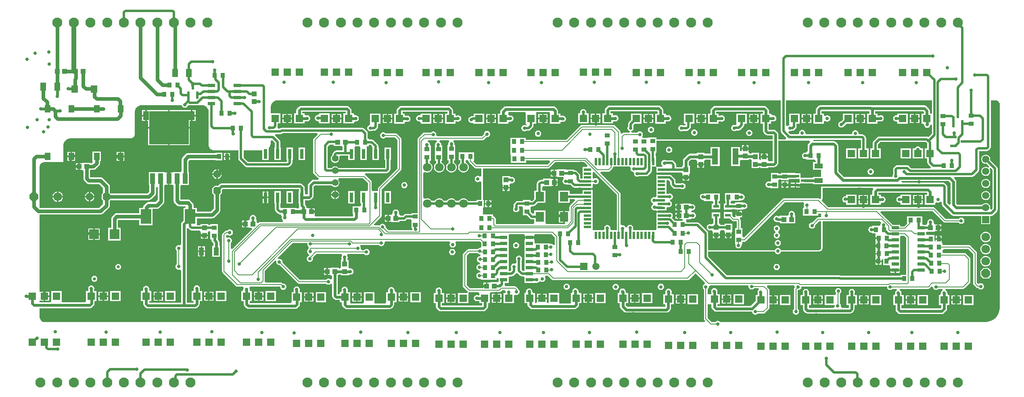
<source format=gtl>
G04*
G04 #@! TF.GenerationSoftware,Altium Limited,Altium Designer,21.6.4 (81)*
G04*
G04 Layer_Physical_Order=1*
G04 Layer_Color=255*
%FSLAX43Y43*%
%MOMM*%
G71*
G04*
G04 #@! TF.SameCoordinates,38FC9672-5BFE-4C4D-A481-017CD4E88717*
G04*
G04*
G04 #@! TF.FilePolarity,Positive*
G04*
G01*
G75*
%ADD13C,0.200*%
%ADD18C,0.500*%
%ADD58R,1.525X0.650*%
%ADD59R,0.600X1.500*%
%ADD60R,1.500X0.600*%
%ADD61R,0.900X1.000*%
%ADD62R,1.000X0.900*%
%ADD63R,1.000X1.000*%
%ADD64R,1.000X1.000*%
%ADD65R,1.600X1.500*%
%ADD66R,1.300X3.400*%
%ADD67R,1.500X0.600*%
%ADD68R,1.750X1.000*%
%ADD69R,1.200X0.600*%
%ADD70R,1.321X0.559*%
%ADD71R,1.321X0.508*%
%ADD72R,0.750X2.050*%
%ADD73R,1.528X0.650*%
%ADD74R,0.600X1.500*%
%ADD75R,1.300X1.800*%
%ADD76R,1.000X1.750*%
%ADD77R,2.050X2.050*%
%ADD78R,2.200X3.050*%
%ADD79R,1.020X2.160*%
%ADD80R,8.330X6.990*%
%ADD81R,1.235X1.910*%
%ADD82R,1.200X1.500*%
%ADD83R,1.400X1.640*%
%ADD84R,1.800X2.000*%
%ADD85C,1.000*%
%ADD86C,0.800*%
%ADD87C,0.600*%
%ADD88R,1.500X1.500*%
%ADD89C,1.500*%
%ADD90C,1.800*%
G04:AMPARAMS|DCode=91|XSize=1.8mm|YSize=1.8mm|CornerRadius=0mm|HoleSize=0mm|Usage=FLASHONLY|Rotation=90.000|XOffset=0mm|YOffset=0mm|HoleType=Round|Shape=Octagon|*
%AMOCTAGOND91*
4,1,8,0.450,0.900,-0.450,0.900,-0.900,0.450,-0.900,-0.450,-0.450,-0.900,0.450,-0.900,0.900,-0.450,0.900,0.450,0.450,0.900,0.0*
%
%ADD91OCTAGOND91*%

%ADD92R,1.500X1.500*%
%ADD93C,1.400*%
G04:AMPARAMS|DCode=94|XSize=1.6mm|YSize=1.6mm|CornerRadius=0mm|HoleSize=0mm|Usage=FLASHONLY|Rotation=90.000|XOffset=0mm|YOffset=0mm|HoleType=Round|Shape=Octagon|*
%AMOCTAGOND94*
4,1,8,0.400,0.800,-0.400,0.800,-0.800,0.400,-0.800,-0.400,-0.400,-0.800,0.400,-0.800,0.800,-0.400,0.800,0.400,0.400,0.800,0.0*
%
%ADD94OCTAGOND94*%

%ADD95C,1.600*%
G04:AMPARAMS|DCode=96|XSize=1.6mm|YSize=1.6mm|CornerRadius=0mm|HoleSize=0mm|Usage=FLASHONLY|Rotation=180.000|XOffset=0mm|YOffset=0mm|HoleType=Round|Shape=Octagon|*
%AMOCTAGOND96*
4,1,8,-0.800,0.400,-0.800,-0.400,-0.400,-0.800,0.400,-0.800,0.800,-0.400,0.800,0.400,0.400,0.800,-0.400,0.800,-0.800,0.400,0.0*
%
%ADD96OCTAGOND96*%

G04:AMPARAMS|DCode=97|XSize=1.8mm|YSize=1.8mm|CornerRadius=0mm|HoleSize=0mm|Usage=FLASHONLY|Rotation=0.000|XOffset=0mm|YOffset=0mm|HoleType=Round|Shape=Octagon|*
%AMOCTAGOND97*
4,1,8,0.900,-0.450,0.900,0.450,0.450,0.900,-0.450,0.900,-0.900,0.450,-0.900,-0.450,-0.450,-0.900,0.450,-0.900,0.900,-0.450,0.0*
%
%ADD97OCTAGOND97*%

%ADD98C,2.100*%
%ADD99C,0.650*%
%ADD100C,0.700*%
G36*
X206792Y64962D02*
X206974Y64886D01*
X207137Y64777D01*
X207277Y64637D01*
X207386Y64474D01*
X207462Y64292D01*
X207465Y64276D01*
X207500Y64000D01*
Y64000D01*
X207500Y64000D01*
X207500Y64000D01*
X207500Y21500D01*
X207500Y21297D01*
X207447Y20894D01*
X207342Y20501D01*
X207186Y20126D01*
X206983Y19774D01*
X206736Y19452D01*
X206448Y19164D01*
X206126Y18917D01*
X205774Y18714D01*
X205399Y18558D01*
X205006Y18453D01*
X204695Y18412D01*
X204400Y18400D01*
X204400Y18400D01*
X184913D01*
X148819D01*
X148699Y18520D01*
X148551Y18606D01*
X148386Y18650D01*
X148214D01*
X148049Y18606D01*
X147901Y18520D01*
X147789Y18408D01*
X147069D01*
X146208Y19269D01*
Y22140D01*
X146498Y22163D01*
Y22163D01*
X146987D01*
Y21563D01*
X147033Y21329D01*
X147166Y21130D01*
X147517Y20779D01*
X147716Y20646D01*
X147950Y20599D01*
X155522D01*
X155550Y20576D01*
Y20514D01*
X155594Y20349D01*
X155680Y20201D01*
X155801Y20080D01*
X155949Y19994D01*
X156114Y19950D01*
X156286D01*
X156451Y19994D01*
X156599Y20080D01*
X156711Y20192D01*
X157900D01*
X157900Y20192D01*
X158056Y20223D01*
X158188Y20312D01*
X158988Y21112D01*
X158988Y21112D01*
X159077Y21244D01*
X159108Y21400D01*
X159108Y21400D01*
Y22095D01*
X159796D01*
Y23045D01*
Y23995D01*
X159108D01*
Y25183D01*
X159077Y25339D01*
X158988Y25471D01*
X158645Y25815D01*
X158759Y26092D01*
X164295D01*
X164435Y25979D01*
X164449Y25626D01*
X164412Y25588D01*
X164323Y25456D01*
X164292Y25300D01*
X164292Y25300D01*
Y21111D01*
X164180Y20999D01*
X164094Y20851D01*
X164050Y20686D01*
Y20514D01*
X164094Y20349D01*
X164180Y20201D01*
X164301Y20080D01*
X164449Y19994D01*
X164614Y19950D01*
X164786D01*
X164951Y19994D01*
X165099Y20080D01*
X165220Y20201D01*
X165306Y20349D01*
X165350Y20514D01*
Y20686D01*
X165306Y20851D01*
X165220Y20999D01*
X165108Y21111D01*
Y25131D01*
X165127Y25150D01*
X165286D01*
X165451Y25194D01*
X165599Y25280D01*
X165720Y25401D01*
X165806Y25549D01*
X165850Y25714D01*
Y25886D01*
X165855Y25892D01*
X183845D01*
X183850Y25886D01*
Y25714D01*
X183894Y25549D01*
X183980Y25401D01*
X184101Y25280D01*
X184249Y25194D01*
X184414Y25150D01*
X184586D01*
X184751Y25194D01*
X184899Y25280D01*
X185011Y25392D01*
X185779D01*
X185933Y25119D01*
X185926Y25092D01*
X185801Y25020D01*
X185680Y24899D01*
X185594Y24751D01*
X185550Y24586D01*
Y24414D01*
X185555Y24395D01*
X185379Y24121D01*
X185337Y24095D01*
X185137D01*
Y21995D01*
X185626D01*
Y21051D01*
X185672Y20817D01*
X185805Y20619D01*
X186156Y20267D01*
X186355Y20135D01*
X186589Y20088D01*
X195300D01*
X195534Y20135D01*
X195733Y20267D01*
X196241Y20775D01*
X196373Y20974D01*
X196420Y21208D01*
Y21995D01*
X196901D01*
Y24095D01*
X196623D01*
X196449Y24395D01*
X196458Y24428D01*
Y24599D01*
X196414Y24765D01*
X196328Y24913D01*
X196207Y25034D01*
X196106Y25092D01*
X196108Y25254D01*
X196159Y25392D01*
X199800D01*
X199800Y25392D01*
X199956Y25423D01*
X200089Y25512D01*
X201188Y26612D01*
X201188Y26612D01*
X201277Y26744D01*
X201308Y26900D01*
X201308Y26900D01*
Y31700D01*
X201308Y31700D01*
X201277Y31856D01*
X201188Y31988D01*
X201188Y31988D01*
X200387Y32790D01*
X200255Y32878D01*
X200099Y32909D01*
X200099Y32909D01*
X195702D01*
X195490Y33121D01*
Y33301D01*
X195478Y33462D01*
X195693Y33762D01*
X200861D01*
X201892Y32731D01*
Y26500D01*
X201892Y26500D01*
X201923Y26344D01*
X202012Y26212D01*
X202562Y25662D01*
X202562Y25662D01*
X202694Y25573D01*
X202850Y25542D01*
X202850Y25542D01*
X202956D01*
X202980Y25501D01*
X203101Y25380D01*
X203249Y25294D01*
X203414Y25250D01*
X203586D01*
X203751Y25294D01*
X203899Y25380D01*
X204020Y25501D01*
X204106Y25649D01*
X204150Y25814D01*
Y25986D01*
X204106Y26151D01*
X204020Y26299D01*
X203899Y26420D01*
X203751Y26506D01*
X203586Y26550D01*
X203414D01*
X203249Y26506D01*
X203101Y26420D01*
X202821Y26556D01*
X202708Y26669D01*
Y32900D01*
X202708Y32900D01*
X202677Y33056D01*
X202588Y33188D01*
X202588Y33188D01*
X201319Y34458D01*
X201186Y34547D01*
X201030Y34578D01*
X201030Y34578D01*
X195680D01*
X195468Y34790D01*
X195468Y34970D01*
X195336Y35215D01*
X195336Y35270D01*
Y35721D01*
X194686D01*
X194036D01*
Y35289D01*
X193994Y35295D01*
X193736Y35557D01*
Y36671D01*
X192336D01*
X192236Y36671D01*
X192036Y36888D01*
Y37151D01*
X192150Y37404D01*
X192336Y37404D01*
X193592D01*
X193750Y37404D01*
X194009Y37504D01*
X194400D01*
Y38204D01*
Y38904D01*
X194009D01*
X193750Y39004D01*
X193622Y39300D01*
Y39471D01*
X193578Y39636D01*
X193492Y39784D01*
X193371Y39905D01*
X193223Y39991D01*
X193058Y40035D01*
X192887D01*
X192721Y39991D01*
X192573Y39905D01*
X192452Y39784D01*
X192367Y39636D01*
X192322Y39471D01*
Y39300D01*
X192150Y39004D01*
X192036Y38805D01*
X191433D01*
X191212Y38997D01*
Y40597D01*
X189812D01*
X189512Y40597D01*
X189412Y40597D01*
X188012D01*
Y39106D01*
X187414Y38508D01*
X186612D01*
Y38805D01*
X185064D01*
X182457Y41411D01*
X182572Y41689D01*
X193435D01*
X195712Y39412D01*
X195844Y39323D01*
X196000Y39292D01*
X198889D01*
X199001Y39180D01*
X199149Y39094D01*
X199314Y39050D01*
X199486D01*
X199651Y39094D01*
X199799Y39180D01*
X199920Y39301D01*
X200006Y39449D01*
X200050Y39614D01*
Y39786D01*
X200006Y39951D01*
X199920Y40099D01*
X199799Y40220D01*
X199651Y40306D01*
X199486Y40350D01*
X199314D01*
X199149Y40306D01*
X199001Y40220D01*
X198889Y40108D01*
X196169D01*
X193892Y42385D01*
X193760Y42473D01*
X193604Y42504D01*
X193604Y42504D01*
X171473D01*
X170164Y43813D01*
X170216Y44152D01*
X170258Y44215D01*
X170283Y44252D01*
X170306Y44369D01*
Y46568D01*
X180849D01*
X180919Y46400D01*
X180946Y46268D01*
X180822Y46083D01*
X180776Y45849D01*
Y45166D01*
X180287D01*
Y43066D01*
X182487D01*
Y43290D01*
X182787Y43471D01*
X182799Y43468D01*
X182970D01*
X183135Y43512D01*
X183284Y43598D01*
X183405Y43719D01*
X183490Y43867D01*
X183535Y44032D01*
Y44204D01*
X183490Y44369D01*
X183405Y44517D01*
X183284Y44638D01*
X183135Y44724D01*
X182970Y44768D01*
X182799D01*
X182787Y44765D01*
X182487Y44953D01*
Y45166D01*
X181999D01*
Y45588D01*
X192147D01*
X192218Y45517D01*
Y45166D01*
X191730D01*
Y43066D01*
X193930D01*
Y43381D01*
X193959Y43414D01*
X194230Y43540D01*
X194274Y43514D01*
X194439Y43470D01*
X194610D01*
X194776Y43514D01*
X194924Y43600D01*
X195039Y43715D01*
X195066Y43714D01*
X195339Y43630D01*
Y43200D01*
X195382Y42985D01*
X195503Y42803D01*
X197459Y40848D01*
X197641Y40726D01*
X197856Y40683D01*
X203596D01*
Y38954D01*
X205496D01*
Y40683D01*
X205751D01*
X205966Y40726D01*
X206148Y40848D01*
X206897Y41596D01*
X207018Y41778D01*
X207061Y41993D01*
Y50650D01*
X207018Y50865D01*
X206897Y51047D01*
X205489Y52454D01*
X205496Y52479D01*
Y52729D01*
X205431Y52971D01*
X205306Y53188D01*
X205129Y53364D01*
X204913Y53489D01*
X204671Y53554D01*
X204421D01*
X204179Y53489D01*
X203963Y53364D01*
X203786Y53188D01*
X203661Y52971D01*
X203596Y52729D01*
Y52479D01*
X203661Y52238D01*
X203786Y52021D01*
X203963Y51844D01*
X204179Y51719D01*
X204421Y51654D01*
X204671D01*
X204696Y51661D01*
X205264Y51093D01*
X205080Y50853D01*
X204913Y50949D01*
X204671Y51014D01*
X204421D01*
X204179Y50949D01*
X203963Y50824D01*
X203786Y50648D01*
X203661Y50431D01*
X203596Y50189D01*
Y49939D01*
X203661Y49698D01*
X203786Y49481D01*
X203963Y49304D01*
X204179Y49179D01*
X204421Y49114D01*
X204671D01*
X204913Y49179D01*
X205129Y49304D01*
X205306Y49481D01*
X205431Y49698D01*
X205496Y49939D01*
Y50189D01*
X205431Y50431D01*
X205335Y50598D01*
X205575Y50782D01*
X205939Y50418D01*
Y42225D01*
X205724Y42009D01*
X205455Y42165D01*
X205496Y42319D01*
Y42569D01*
X205431Y42811D01*
X205306Y43028D01*
X205129Y43204D01*
X204913Y43329D01*
X204671Y43394D01*
X204421D01*
X204179Y43329D01*
X203963Y43204D01*
X203814Y43056D01*
X198609D01*
X198373Y43292D01*
Y47899D01*
X198327Y48133D01*
X198194Y48332D01*
X197901Y48625D01*
X198016Y48903D01*
X201663D01*
X201878Y48945D01*
X202060Y49067D01*
X203003Y50010D01*
X203125Y50192D01*
X203167Y50407D01*
Y54339D01*
X204765D01*
X204979Y54382D01*
X205161Y54503D01*
X205454Y54796D01*
X205576Y54978D01*
X205619Y55193D01*
Y65000D01*
X206500D01*
X206598Y65000D01*
X206792Y64962D01*
D02*
G37*
G36*
X161539Y65000D02*
Y58500D01*
X161582Y58285D01*
X161703Y58103D01*
X162701Y57106D01*
X162577Y56806D01*
X161046D01*
Y57872D01*
X161000Y58106D01*
X160867Y58305D01*
X160516Y58656D01*
X160317Y58789D01*
X160083Y58835D01*
X159018D01*
Y60100D01*
X159517D01*
Y60535D01*
X159817Y60560D01*
X159864Y60548D01*
X160035D01*
X160200Y60592D01*
X160349Y60677D01*
X160470Y60798D01*
X160555Y60947D01*
X160599Y61112D01*
Y61283D01*
X160555Y61448D01*
X160470Y61597D01*
X160349Y61718D01*
X160200Y61803D01*
X160035Y61847D01*
X159864D01*
X159817Y61835D01*
X159553Y61992D01*
X159517Y62039D01*
Y62200D01*
X159029D01*
Y62849D01*
X158982Y63083D01*
X158850Y63281D01*
X158498Y63633D01*
X158300Y63765D01*
X158066Y63812D01*
X147712D01*
X147478Y63765D01*
X147280Y63633D01*
X146928Y63281D01*
X146795Y63083D01*
X146749Y62849D01*
Y62200D01*
X146261D01*
Y60100D01*
X148461D01*
Y60538D01*
X148972D01*
X149055Y60516D01*
X149226D01*
X149391Y60560D01*
X149540Y60646D01*
X149661Y60767D01*
X149746Y60915D01*
X149791Y61080D01*
Y61251D01*
X149746Y61417D01*
X149661Y61565D01*
X149540Y61686D01*
X149391Y61772D01*
X149226Y61816D01*
X149055D01*
X148890Y61772D01*
X148872Y61762D01*
X148461D01*
Y62200D01*
X147972D01*
Y62588D01*
X157805D01*
Y62200D01*
X157317D01*
Y60100D01*
X157794D01*
Y58575D01*
X157841Y58341D01*
X157974Y58142D01*
X158325Y57791D01*
X158524Y57658D01*
X158758Y57612D01*
X159823D01*
Y56806D01*
X158448D01*
X135471Y56806D01*
Y57170D01*
X133895D01*
X133871Y57170D01*
X133589Y57127D01*
X133571Y57127D01*
X132605D01*
X132490Y57364D01*
X132474Y57427D01*
X132552Y57561D01*
X132596Y57726D01*
Y57898D01*
X132552Y58063D01*
X132466Y58211D01*
X132345Y58332D01*
X132197Y58418D01*
X132032Y58462D01*
X131861D01*
X131695Y58418D01*
X131547Y58332D01*
X131435Y58220D01*
X130414D01*
X130156Y58319D01*
X130129Y58520D01*
X130164Y58529D01*
X130255Y58554D01*
X130403Y58639D01*
X130524Y58760D01*
X130610Y58908D01*
X130654Y59074D01*
Y59245D01*
X130610Y59410D01*
X130603Y59422D01*
Y59777D01*
X130926Y60100D01*
X132333D01*
Y62200D01*
X130133D01*
Y60893D01*
X129646Y60406D01*
X129524Y60224D01*
X129482Y60010D01*
Y59554D01*
X129399Y59410D01*
X129354Y59245D01*
Y59074D01*
X129399Y58908D01*
X129484Y58760D01*
X129605Y58639D01*
X129753Y58554D01*
X129845Y58529D01*
X129879Y58520D01*
X129853Y58319D01*
X129594Y58220D01*
X128659D01*
X128659Y58220D01*
X128503Y58189D01*
X128370Y58100D01*
X128370Y58100D01*
X128232Y57962D01*
X127932Y58087D01*
Y58285D01*
X127901Y58442D01*
X127813Y58574D01*
X127813Y58574D01*
X126692Y59695D01*
X126559Y59784D01*
X126403Y59815D01*
X126403Y59815D01*
X119807D01*
X119807Y59815D01*
X119651Y59784D01*
X119519Y59695D01*
X119519Y59695D01*
X116540Y56717D01*
X108025D01*
Y57109D01*
X106625D01*
X106325Y57109D01*
X106225Y57109D01*
X104825D01*
Y55589D01*
X104825Y55509D01*
X104828Y55211D01*
Y53743D01*
X104828Y53690D01*
X104869Y53407D01*
Y51860D01*
X106269D01*
X106569Y51860D01*
X106669Y51860D01*
X108069D01*
Y52342D01*
X112995D01*
X113109Y52065D01*
X112552Y51508D01*
X97690D01*
X97072Y52126D01*
X97171Y52426D01*
X97171D01*
Y54026D01*
X95771D01*
X95471Y54026D01*
X95371Y54026D01*
X93971D01*
Y52426D01*
X94266D01*
Y51805D01*
X94257Y51800D01*
X94052Y51595D01*
X93907Y51344D01*
X93832Y51064D01*
Y50775D01*
X93907Y50495D01*
X94052Y50244D01*
X94257Y50039D01*
X94508Y49895D01*
X94787Y49820D01*
X95077D01*
X95357Y49895D01*
X95608Y50039D01*
X95813Y50244D01*
X95957Y50495D01*
X96032Y50775D01*
Y51064D01*
X95957Y51344D01*
X95813Y51595D01*
X95608Y51800D01*
X95387Y51927D01*
Y52386D01*
X95671Y52426D01*
X95830Y52426D01*
X96013Y52200D01*
X96044Y52044D01*
X96132Y51912D01*
X97233Y50812D01*
X97365Y50723D01*
X97521Y50692D01*
X97521Y50692D01*
X98694D01*
Y49065D01*
X98394Y48947D01*
X98357Y48984D01*
X98209Y49070D01*
X98043Y49114D01*
X97872D01*
X97707Y49070D01*
X97559Y48984D01*
X97438Y48863D01*
X97352Y48715D01*
X97308Y48550D01*
Y48378D01*
X97352Y48213D01*
X97438Y48065D01*
X97559Y47944D01*
X97707Y47858D01*
X97872Y47814D01*
X98043D01*
X98209Y47858D01*
X98357Y47944D01*
X98394Y47981D01*
X98694Y47863D01*
Y44067D01*
X97676D01*
Y43844D01*
X95888D01*
X95813Y43975D01*
X95608Y44180D01*
X95357Y44325D01*
X95077Y44400D01*
X94787D01*
X94508Y44325D01*
X94257Y44180D01*
X94052Y43975D01*
X93986Y43860D01*
X93339D01*
X93273Y43975D01*
X93068Y44180D01*
X92817Y44325D01*
X92537Y44400D01*
X92247D01*
X91968Y44325D01*
X91717Y44180D01*
X91512Y43975D01*
X91446Y43860D01*
X90799D01*
X90733Y43975D01*
X90528Y44180D01*
X90277Y44325D01*
X89997Y44400D01*
X89707D01*
X89428Y44325D01*
X89177Y44180D01*
X88972Y43975D01*
X88906Y43860D01*
X88259D01*
X88193Y43975D01*
X87988Y44180D01*
X87737Y44325D01*
X87457Y44400D01*
X87167D01*
X86888Y44325D01*
X86820Y44286D01*
X86520Y44459D01*
Y49760D01*
X86820Y49934D01*
X86888Y49895D01*
X87167Y49820D01*
X87457D01*
X87737Y49895D01*
X87988Y50039D01*
X88193Y50244D01*
X88337Y50495D01*
X88412Y50775D01*
Y51064D01*
X88337Y51344D01*
X88193Y51595D01*
X87988Y51800D01*
X87854Y51877D01*
Y52315D01*
X88074D01*
Y53815D01*
X88074D01*
Y54015D01*
X88074D01*
Y55515D01*
X87982D01*
X87939Y55570D01*
Y55742D01*
X87895Y55907D01*
X87810Y56055D01*
X87689Y56176D01*
X87540Y56262D01*
X87452Y56285D01*
X87491Y56585D01*
X89244D01*
X89386Y56314D01*
X89378Y56285D01*
X89249Y56211D01*
X89128Y56090D01*
X89042Y55942D01*
X88970Y55674D01*
X88925Y55508D01*
X88925D01*
X88925Y55231D01*
Y54108D01*
X88925Y53808D01*
X88925Y53708D01*
Y52308D01*
X89228D01*
Y51829D01*
X89177Y51800D01*
X88972Y51595D01*
X88827Y51344D01*
X88752Y51064D01*
Y50775D01*
X88827Y50495D01*
X88972Y50244D01*
X89177Y50039D01*
X89428Y49895D01*
X89707Y49820D01*
X89997D01*
X90277Y49895D01*
X90528Y50039D01*
X90733Y50244D01*
X90877Y50495D01*
X90952Y50775D01*
Y51064D01*
X90877Y51344D01*
X90733Y51595D01*
X90528Y51800D01*
X90349Y51903D01*
Y52308D01*
X90525D01*
Y53708D01*
X90525Y54008D01*
X90525Y54108D01*
Y55508D01*
X90373D01*
X90298Y55605D01*
Y55777D01*
X90254Y55942D01*
X90168Y56090D01*
X90047Y56211D01*
X89918Y56285D01*
X89910Y56314D01*
X90052Y56585D01*
X91860D01*
X91942Y56430D01*
X91966Y56285D01*
X91880Y56199D01*
X91794Y56051D01*
X91750Y55886D01*
Y55714D01*
X91615Y55540D01*
X91615D01*
Y54140D01*
X91615Y53840D01*
X91615Y53740D01*
Y52340D01*
X91843D01*
Y51873D01*
X91717Y51800D01*
X91512Y51595D01*
X91367Y51344D01*
X91292Y51064D01*
Y50775D01*
X91367Y50495D01*
X91512Y50244D01*
X91717Y50039D01*
X91968Y49895D01*
X92247Y49820D01*
X92537D01*
X92817Y49895D01*
X93068Y50039D01*
X93273Y50244D01*
X93417Y50495D01*
X93492Y50775D01*
Y51064D01*
X93417Y51344D01*
X93273Y51595D01*
X93068Y51800D01*
X92965Y51859D01*
Y52340D01*
X93215D01*
Y53740D01*
X93215Y54040D01*
X93215Y54140D01*
Y55540D01*
X93215D01*
X93050Y55714D01*
Y55886D01*
X93006Y56051D01*
X92920Y56199D01*
X92834Y56285D01*
X92858Y56430D01*
X92940Y56585D01*
X98993D01*
X98993Y56585D01*
X99149Y56616D01*
X99282Y56705D01*
X99827Y57250D01*
X99986D01*
X100151Y57294D01*
X100299Y57380D01*
X100420Y57501D01*
X100506Y57649D01*
X100550Y57814D01*
Y57986D01*
X100506Y58151D01*
X100420Y58299D01*
X100299Y58420D01*
X100151Y58506D01*
X99986Y58550D01*
X99814D01*
X99649Y58506D01*
X99501Y58420D01*
X99380Y58299D01*
X99294Y58151D01*
X99250Y57986D01*
Y57827D01*
X98824Y57401D01*
X89441D01*
X89246Y57701D01*
X89250Y57714D01*
Y57886D01*
X89206Y58051D01*
X89120Y58199D01*
X88999Y58320D01*
X88851Y58406D01*
X88686Y58450D01*
X88514D01*
X88349Y58406D01*
X88201Y58320D01*
X88089Y58208D01*
X86719D01*
X86719Y58208D01*
X86563Y58177D01*
X86431Y58088D01*
X85474Y57131D01*
X85386Y56999D01*
X85354Y56843D01*
X85354Y56843D01*
Y41302D01*
X84030D01*
Y41113D01*
X82834D01*
X82619Y41070D01*
X82437Y40948D01*
X82257Y40768D01*
X81690D01*
X81544Y41007D01*
X81544D01*
X81544Y41007D01*
X81379Y41307D01*
X81387Y41337D01*
Y41509D01*
X81342Y41674D01*
X81257Y41822D01*
X81136Y41943D01*
X80988Y42029D01*
X80822Y42073D01*
X80651D01*
X80486Y42029D01*
X80338Y41943D01*
X80217Y41822D01*
X80131Y41674D01*
X80087Y41509D01*
Y41337D01*
X80095Y41307D01*
X79944Y41007D01*
X79685Y40907D01*
X79294D01*
Y40207D01*
Y39507D01*
X79685D01*
X79944Y39407D01*
X80102Y39407D01*
X81544D01*
Y39647D01*
X82489D01*
X82704Y39689D01*
X82886Y39811D01*
X83066Y39991D01*
X83808D01*
X84030Y39802D01*
Y39602D01*
X84030D01*
Y38102D01*
X84126D01*
X84215Y37986D01*
Y37814D01*
X84133Y37708D01*
X79231D01*
X78614Y38325D01*
Y38488D01*
X78569Y38653D01*
X78484Y38801D01*
X78363Y38922D01*
X78215Y39008D01*
X78049Y39052D01*
X77878D01*
X77713Y39008D01*
X77565Y38922D01*
X77444Y38801D01*
X77372Y38678D01*
X77216Y38709D01*
X77216Y38709D01*
X76270D01*
X76155Y38986D01*
X77684Y40515D01*
X77684Y40515D01*
X77772Y40647D01*
X77803Y40803D01*
X77803Y40803D01*
Y46227D01*
X81788Y50212D01*
X81788Y50212D01*
X81877Y50344D01*
X81908Y50500D01*
Y56885D01*
X81908Y56885D01*
X81877Y57041D01*
X81788Y57173D01*
X81073Y57888D01*
X80941Y57977D01*
X80785Y58008D01*
X80785Y58008D01*
X78611D01*
X78499Y58120D01*
X78351Y58206D01*
X78186Y58250D01*
X78014D01*
X77849Y58206D01*
X77701Y58120D01*
X77580Y57999D01*
X77494Y57851D01*
X77450Y57686D01*
Y57514D01*
X77494Y57349D01*
X77580Y57201D01*
X77701Y57080D01*
X77849Y56994D01*
X78014Y56950D01*
X78186D01*
X78351Y56994D01*
X78499Y57080D01*
X78611Y57192D01*
X80616D01*
X81092Y56716D01*
Y50669D01*
X77107Y46684D01*
X77019Y46552D01*
X76988Y46396D01*
X76988Y46396D01*
Y45923D01*
X75853D01*
X75708Y46163D01*
Y47800D01*
X75708Y47800D01*
X75677Y47956D01*
X75588Y48088D01*
X75588Y48088D01*
X74386Y49291D01*
X74271Y49367D01*
X74268Y49389D01*
X74420Y49667D01*
X78775D01*
X78990Y49710D01*
X79172Y49832D01*
X79465Y50124D01*
X79586Y50306D01*
X79629Y50521D01*
Y52423D01*
X79743D01*
Y55073D01*
X78393D01*
Y52423D01*
X78508D01*
Y50789D01*
X68720D01*
X68560Y50948D01*
X68355Y51067D01*
X68126Y51128D01*
X67889D01*
X67660Y51067D01*
X67455Y50948D01*
X67296Y50789D01*
X66461D01*
Y55268D01*
X66872Y55679D01*
X67727D01*
Y55396D01*
X69027D01*
X69327Y55396D01*
X69566Y55249D01*
Y54461D01*
X68293D01*
X68078Y54418D01*
X67896Y54297D01*
X67603Y54004D01*
X67482Y53822D01*
X67439Y53607D01*
Y53472D01*
X67288Y53321D01*
X67169Y53115D01*
X67108Y52887D01*
Y52650D01*
X67169Y52421D01*
X67288Y52215D01*
X67455Y52048D01*
X67660Y51929D01*
X67889Y51868D01*
X68126D01*
X68355Y51929D01*
X68560Y52048D01*
X68728Y52215D01*
X68846Y52421D01*
X68908Y52650D01*
Y52887D01*
X68867Y53039D01*
X68978Y53251D01*
X69064Y53339D01*
X70773D01*
Y52423D01*
X72123D01*
Y55073D01*
X72123D01*
X72191Y55345D01*
X73245D01*
X73313Y55073D01*
X73313Y55045D01*
Y52423D01*
X74663D01*
Y55045D01*
X74663Y55073D01*
X74731Y55345D01*
X75050D01*
Y55639D01*
X75468D01*
X75769Y55338D01*
X75853Y55073D01*
X75853D01*
Y52423D01*
X77203D01*
Y55073D01*
X77089D01*
Y55372D01*
X77046Y55586D01*
X76925Y55768D01*
X76097Y56597D01*
X75915Y56718D01*
X75700Y56761D01*
X75050D01*
Y56945D01*
X74860D01*
Y58043D01*
X74818Y58257D01*
X74696Y58439D01*
X74089Y59047D01*
X73907Y59168D01*
X73692Y59211D01*
X56785D01*
X56570Y59168D01*
X56388Y59047D01*
X56350Y59008D01*
X56053Y59033D01*
X55912Y59297D01*
X55916Y59303D01*
X55959Y59518D01*
Y60139D01*
X56498D01*
Y62239D01*
X54500D01*
Y63500D01*
X54500Y63648D01*
X54558Y63938D01*
X54671Y64211D01*
X54835Y64456D01*
X55044Y64665D01*
X55289Y64829D01*
X55562Y64942D01*
X55852Y65000D01*
X56000Y65000D01*
X56000Y65000D01*
X161539Y65000D01*
D02*
G37*
G36*
X40438Y63942D02*
X40711Y63829D01*
X40956Y63665D01*
X41165Y63456D01*
X41329Y63211D01*
X41442Y62938D01*
X41474Y62776D01*
X41500Y62500D01*
Y62500D01*
X41500Y62500D01*
X41500Y62500D01*
Y55500D01*
X41505Y55402D01*
X41543Y55210D01*
X41618Y55029D01*
X41727Y54866D01*
X41866Y54727D01*
X42029Y54618D01*
X42210Y54543D01*
X42402Y54505D01*
X42500Y54500D01*
X47696D01*
Y52744D01*
X47738Y52529D01*
X47860Y52347D01*
X49103Y51103D01*
X49285Y50982D01*
X49500Y50939D01*
X58100D01*
X58315Y50982D01*
X58497Y51103D01*
X58878Y51485D01*
X59000Y51667D01*
X59043Y51882D01*
Y52423D01*
X59157D01*
Y55073D01*
X57807D01*
Y52423D01*
X57921D01*
Y52114D01*
X57868Y52061D01*
X49732D01*
X48817Y52976D01*
Y54500D01*
X52727D01*
Y52423D01*
X54077D01*
Y54966D01*
X54160Y55048D01*
X54323Y55293D01*
X54435Y55565D01*
X54493Y55853D01*
X54500Y56000D01*
Y56483D01*
X54800Y56607D01*
X55381Y56026D01*
Y55073D01*
X55267D01*
Y52423D01*
X56617D01*
Y55073D01*
X56503D01*
Y56258D01*
X56460Y56473D01*
X56338Y56655D01*
X55417Y57576D01*
X55542Y57876D01*
X56571D01*
X56786Y57918D01*
X56968Y58040D01*
X57017Y58089D01*
X64241D01*
X64356Y57812D01*
X63512Y56968D01*
X63423Y56835D01*
X63392Y56679D01*
X63392Y56679D01*
Y49900D01*
X63392Y49900D01*
X63423Y49744D01*
X63512Y49612D01*
X64409Y48714D01*
X64409Y48714D01*
X64542Y48626D01*
X64563Y48621D01*
X64534Y48321D01*
X63509D01*
X63275Y48275D01*
X63077Y48142D01*
X62467Y47533D01*
X62335Y47334D01*
X62288Y47100D01*
Y45212D01*
X61697D01*
Y45923D01*
X61633D01*
Y46573D01*
X61587Y46807D01*
X61454Y47006D01*
X61103Y47357D01*
X60904Y47490D01*
X60670Y47536D01*
X44169D01*
X43935Y47490D01*
X43736Y47357D01*
X43373Y46994D01*
X42738D01*
X42238Y46494D01*
Y45494D01*
X42532Y45200D01*
Y42231D01*
X41908Y41606D01*
X38998D01*
Y42384D01*
X38306D01*
Y42966D01*
X38282Y43149D01*
X38211Y43319D01*
X38099Y43465D01*
X37631Y43934D01*
X37484Y44046D01*
X37314Y44117D01*
X37131Y44141D01*
X35587D01*
X35532Y44196D01*
Y46957D01*
X35716Y47181D01*
X35936Y47181D01*
X37336D01*
Y49941D01*
X37232D01*
Y52234D01*
X37468Y52470D01*
X42883D01*
Y52376D01*
X44383D01*
Y53976D01*
X42883D01*
Y53882D01*
X37176D01*
X36993Y53858D01*
X36823Y53787D01*
X36677Y53675D01*
X36027Y53025D01*
X35915Y52879D01*
X35844Y52709D01*
X35820Y52526D01*
Y50165D01*
X35636Y49941D01*
X35416Y49941D01*
X34095D01*
X34016Y49941D01*
X33758Y49841D01*
X33716Y49841D01*
X33276D01*
Y48561D01*
Y47281D01*
X33758Y47281D01*
X34016Y47181D01*
X34120Y47077D01*
Y43903D01*
X34144Y43721D01*
X34215Y43550D01*
X34327Y43404D01*
X34795Y42935D01*
X34942Y42823D01*
X35112Y42753D01*
X35295Y42729D01*
X36599D01*
X36642Y42684D01*
X36513Y42384D01*
X36198D01*
Y39768D01*
X36196Y39766D01*
X35844Y39415D01*
X35712Y39216D01*
X35665Y38982D01*
Y34728D01*
X35590Y34650D01*
X35365Y34529D01*
X35286Y34550D01*
X35114D01*
X34949Y34506D01*
X34801Y34420D01*
X34680Y34299D01*
X34594Y34151D01*
X34550Y33986D01*
Y33814D01*
X34594Y33649D01*
X34680Y33501D01*
X34773Y33407D01*
Y30590D01*
X34763Y30584D01*
X34642Y30463D01*
X34557Y30315D01*
X34512Y30150D01*
Y29979D01*
X34557Y29813D01*
X34642Y29665D01*
X34763Y29544D01*
X34911Y29459D01*
X35077Y29414D01*
X35248D01*
X35365Y29446D01*
X35525Y29370D01*
X35665Y29258D01*
Y22479D01*
X28980D01*
Y22800D01*
X29468D01*
Y24900D01*
X29133D01*
X28991Y25200D01*
X29017Y25295D01*
Y25467D01*
X28973Y25632D01*
X28887Y25780D01*
X28766Y25901D01*
X28618Y25987D01*
X28453Y26031D01*
X28281D01*
X28116Y25987D01*
X27968Y25901D01*
X27847Y25780D01*
X27761Y25632D01*
X27717Y25467D01*
Y25295D01*
X27743Y25200D01*
X27598Y24900D01*
X27268D01*
Y22800D01*
X27756D01*
Y22219D01*
X27803Y21985D01*
X27935Y21787D01*
X28287Y21435D01*
X28485Y21302D01*
X28719Y21256D01*
X38624D01*
X38858Y21302D01*
X39057Y21435D01*
X39408Y21787D01*
X39541Y21985D01*
X39587Y22219D01*
Y22800D01*
X40076D01*
Y24900D01*
X39587D01*
Y25209D01*
X39594Y25222D01*
X39639Y25387D01*
Y25558D01*
X39594Y25723D01*
X39509Y25872D01*
X39388Y25993D01*
X39240Y26078D01*
X39074Y26122D01*
X38903D01*
X38738Y26078D01*
X38590Y25993D01*
X38469Y25872D01*
X38383Y25723D01*
X38339Y25558D01*
Y25387D01*
X38364Y25293D01*
Y24900D01*
X37876D01*
Y22800D01*
X38364D01*
Y22479D01*
X36889D01*
Y38024D01*
X37189Y38115D01*
X37201Y38096D01*
X37494Y37803D01*
X37676Y37682D01*
X37891Y37639D01*
X39570D01*
X39782Y37427D01*
Y37405D01*
X39882Y37146D01*
Y36755D01*
X41282D01*
Y37146D01*
X41382Y37405D01*
Y37443D01*
X41391Y37452D01*
X41810D01*
X41819Y37443D01*
Y37276D01*
X41819Y37176D01*
Y35776D01*
X42096D01*
Y35592D01*
X42143Y35358D01*
X42275Y35160D01*
X42488Y34947D01*
Y34440D01*
X42266D01*
Y32090D01*
X43866D01*
Y34440D01*
X43712D01*
Y35200D01*
X43665Y35434D01*
X43533Y35633D01*
X43506Y35659D01*
X43419Y35776D01*
Y37176D01*
X43419Y37476D01*
X43419Y37576D01*
Y38976D01*
X41819D01*
Y38776D01*
X41382D01*
Y39005D01*
X39782D01*
Y38761D01*
X38998D01*
Y40194D01*
X42200D01*
X42383Y40218D01*
X42553Y40289D01*
X42699Y40401D01*
X43737Y41439D01*
X43850Y41585D01*
X43920Y41755D01*
X43944Y41938D01*
Y45200D01*
X44238Y45494D01*
Y46129D01*
X44422Y46313D01*
X60410D01*
Y45923D01*
X60347D01*
Y43273D01*
X60410D01*
Y42878D01*
X60457Y42644D01*
X60490Y42593D01*
X60330Y42293D01*
X59945D01*
Y42387D01*
X58545D01*
X58245Y42387D01*
X58145Y42387D01*
X56745D01*
X56503Y42526D01*
Y43273D01*
X56617D01*
Y45923D01*
X55267D01*
Y43273D01*
X55381D01*
Y42058D01*
X55424Y41844D01*
X55545Y41662D01*
X56016Y41191D01*
X56198Y41069D01*
X56413Y41027D01*
X56598D01*
X56745Y40787D01*
X56852Y40487D01*
X56824Y40382D01*
Y40211D01*
X56868Y40046D01*
X56954Y39897D01*
X57075Y39776D01*
X57044Y39449D01*
X57018Y39409D01*
X52236D01*
X52080Y39378D01*
X51947Y39289D01*
X51947Y39289D01*
X51849Y39191D01*
X51572Y39306D01*
Y39805D01*
X51572Y39805D01*
X51406Y40105D01*
X51421Y40158D01*
Y40329D01*
X51376Y40494D01*
X51291Y40643D01*
X51170Y40764D01*
X51022Y40849D01*
X50856Y40894D01*
X50685D01*
X50520Y40849D01*
X50372Y40764D01*
X50250Y40643D01*
X50165Y40494D01*
X50121Y40329D01*
Y40158D01*
X50135Y40105D01*
X49972Y39805D01*
X49713Y39705D01*
X49322D01*
Y39005D01*
Y38305D01*
X49713D01*
X49972Y38205D01*
X50130Y38205D01*
X50471D01*
X50586Y37928D01*
X46404Y33746D01*
X46104Y33871D01*
Y35000D01*
X46213Y35109D01*
X46299Y35257D01*
X46343Y35423D01*
Y35594D01*
X46299Y35759D01*
X46213Y35907D01*
X46092Y36028D01*
X45944Y36114D01*
X45779Y36158D01*
X45608D01*
X45442Y36114D01*
X45410Y36095D01*
X45121Y36238D01*
X45110Y36252D01*
Y36572D01*
X45159Y36621D01*
X45501Y36680D01*
X45649Y36594D01*
X45814Y36550D01*
X45986D01*
X46151Y36594D01*
X46299Y36680D01*
X46420Y36801D01*
X46506Y36949D01*
X46550Y37114D01*
Y37286D01*
X46506Y37451D01*
X46420Y37599D01*
X46299Y37720D01*
X46151Y37806D01*
X45986Y37850D01*
X45814D01*
X45649Y37806D01*
X45501Y37720D01*
X45389Y37608D01*
X45161D01*
X45161Y37608D01*
X45005Y37577D01*
X44873Y37488D01*
X44873Y37488D01*
X44414Y37029D01*
X44325Y36897D01*
X44294Y36741D01*
X44294Y36741D01*
Y29049D01*
X44294Y29049D01*
X44325Y28893D01*
X44414Y28760D01*
X47200Y25974D01*
X47200Y25974D01*
X47332Y25886D01*
X47488Y25855D01*
X47488Y25855D01*
X48652D01*
X48814Y25555D01*
X48806Y25541D01*
X48761Y25376D01*
Y25204D01*
X48763Y25200D01*
X48574Y24915D01*
X48545Y24900D01*
X48360D01*
Y22800D01*
X48848D01*
Y22126D01*
X48895Y21892D01*
X49027Y21693D01*
X49379Y21342D01*
X49577Y21209D01*
X49811Y21163D01*
X59649D01*
X59883Y21209D01*
X60081Y21342D01*
X60433Y21693D01*
X60565Y21892D01*
X60612Y22126D01*
Y22594D01*
X61062D01*
Y24694D01*
X60565D01*
Y25047D01*
X60595Y25158D01*
Y25329D01*
X60551Y25494D01*
X60465Y25642D01*
X60344Y25763D01*
X60196Y25849D01*
X60030Y25893D01*
X59859D01*
X59694Y25849D01*
X59546Y25763D01*
X59425Y25642D01*
X59339Y25494D01*
X59295Y25329D01*
Y25158D01*
X59339Y24992D01*
X59342Y24988D01*
Y24694D01*
X58862D01*
Y22594D01*
X58648Y22386D01*
X50072D01*
Y22800D01*
X50560D01*
Y24900D01*
X50074D01*
Y25213D01*
X50061Y25274D01*
Y25376D01*
X50017Y25541D01*
X50009Y25555D01*
X50171Y25855D01*
X56500D01*
Y25744D01*
X56544Y25579D01*
X56630Y25431D01*
X56751Y25310D01*
X56899Y25224D01*
X57064Y25180D01*
X57236D01*
X57401Y25224D01*
X57549Y25310D01*
X57670Y25431D01*
X57756Y25579D01*
X57800Y25744D01*
Y25916D01*
X57756Y26081D01*
X57670Y26229D01*
X57549Y26350D01*
X57401Y26436D01*
X57236Y26480D01*
X57064D01*
X57059Y26479D01*
X56986Y26551D01*
X56854Y26640D01*
X56698Y26671D01*
X56698Y26671D01*
X53440D01*
X53370Y26747D01*
X53246Y26971D01*
X53262Y27055D01*
Y29189D01*
X55446Y31372D01*
X55696Y31198D01*
X55670Y31101D01*
Y30930D01*
X55715Y30765D01*
X55800Y30617D01*
X55921Y30496D01*
X56069Y30410D01*
X56235Y30366D01*
X56393D01*
X60148Y26612D01*
X60280Y26523D01*
X60436Y26492D01*
X60436Y26492D01*
X66089D01*
X66201Y26380D01*
X66349Y26294D01*
X66514Y26250D01*
X66686D01*
X66851Y26294D01*
X66999Y26380D01*
X67053Y26434D01*
X67332Y26346D01*
X67353Y26330D01*
Y23938D01*
X67400Y23704D01*
X67532Y23505D01*
X67819Y23219D01*
X68017Y23086D01*
X68251Y23040D01*
X68417D01*
X68456Y23032D01*
X68943D01*
Y22594D01*
X69431D01*
Y22083D01*
X69478Y21849D01*
X69611Y21651D01*
X69962Y21299D01*
X70160Y21167D01*
X70395Y21120D01*
X79437D01*
X79671Y21167D01*
X79870Y21299D01*
X80221Y21651D01*
X80354Y21849D01*
X80400Y22083D01*
Y22594D01*
X80889D01*
Y24694D01*
X80683D01*
X80636Y24724D01*
X80467Y24994D01*
X80474Y25021D01*
Y25193D01*
X80430Y25358D01*
X80344Y25506D01*
X80223Y25627D01*
X80075Y25713D01*
X79910Y25757D01*
X79739D01*
X79573Y25713D01*
X79425Y25627D01*
X79304Y25506D01*
X79219Y25358D01*
X79174Y25193D01*
Y25021D01*
X79177Y25012D01*
Y24694D01*
X78689D01*
Y22594D01*
X78568Y22344D01*
X76344D01*
X76223Y22594D01*
X76223Y22644D01*
Y24694D01*
X74023D01*
Y22644D01*
X74023Y22594D01*
X73902Y22344D01*
X71264D01*
X71143Y22594D01*
Y24694D01*
X70645D01*
Y24979D01*
X70673Y25084D01*
Y25255D01*
X70629Y25420D01*
X70543Y25568D01*
X70422Y25689D01*
X70274Y25775D01*
X70108Y25819D01*
X69937D01*
X69772Y25775D01*
X69624Y25689D01*
X69503Y25568D01*
X69417Y25420D01*
X69373Y25255D01*
Y25084D01*
X69397Y24994D01*
X69240Y24694D01*
X68943D01*
Y24255D01*
X68577D01*
Y28221D01*
X68765D01*
Y28408D01*
X69230D01*
Y28220D01*
X70830D01*
Y28220D01*
X71130Y28376D01*
X71132Y28375D01*
X71303D01*
X71468Y28419D01*
X71617Y28505D01*
X71738Y28626D01*
X71823Y28774D01*
X71867Y28940D01*
Y29111D01*
X71823Y29276D01*
X71738Y29424D01*
X71617Y29545D01*
X71468Y29631D01*
X71303Y29675D01*
X71132D01*
X71130Y29675D01*
X70950Y29761D01*
X70830Y29874D01*
X70830Y30120D01*
Y31420D01*
X70590D01*
Y31723D01*
X70606Y31749D01*
X70650Y31914D01*
Y32086D01*
X70606Y32251D01*
X70520Y32399D01*
X70651Y32692D01*
X74089D01*
X74201Y32580D01*
X74349Y32494D01*
X74514Y32450D01*
X74686D01*
X74851Y32494D01*
X74999Y32580D01*
X75120Y32701D01*
X75206Y32849D01*
X75250Y33014D01*
Y33186D01*
X75206Y33351D01*
X75120Y33499D01*
X74999Y33620D01*
X74851Y33706D01*
X74686Y33750D01*
X74514D01*
X74349Y33706D01*
X74201Y33620D01*
X74089Y33508D01*
X73638D01*
X73415Y33779D01*
Y33950D01*
X73370Y34116D01*
X73285Y34264D01*
X73256Y34292D01*
X73381Y34592D01*
X77189D01*
X77301Y34480D01*
X77449Y34394D01*
X77614Y34350D01*
X77786D01*
X77951Y34394D01*
X78099Y34480D01*
X78220Y34601D01*
X78306Y34749D01*
X78350Y34914D01*
Y35086D01*
X78584Y35343D01*
X92000D01*
X92082Y35232D01*
X92148Y35043D01*
X92094Y34951D01*
X92050Y34786D01*
Y34614D01*
X92094Y34449D01*
X92180Y34301D01*
X92301Y34180D01*
X92449Y34094D01*
X92614Y34050D01*
X92786D01*
X92951Y34094D01*
X93099Y34180D01*
X93220Y34301D01*
X93306Y34449D01*
X93350Y34614D01*
Y34786D01*
X93306Y34951D01*
X93252Y35043D01*
X93318Y35232D01*
X93400Y35343D01*
X98380D01*
X98666Y35058D01*
Y34212D01*
X98509Y33985D01*
X98400Y33950D01*
X98314D01*
X98149Y33906D01*
X98001Y33820D01*
X97889Y33708D01*
X96017D01*
X96017Y33708D01*
X95861Y33677D01*
X95729Y33588D01*
X95729Y33588D01*
X94912Y32771D01*
X94823Y32639D01*
X94792Y32483D01*
X94792Y32483D01*
Y26045D01*
X94792Y26045D01*
X94823Y25889D01*
X94912Y25756D01*
X95856Y24812D01*
X95856Y24812D01*
X95907Y24778D01*
X95816Y24478D01*
X95673Y24478D01*
X93752D01*
Y22378D01*
X95951D01*
Y24212D01*
X95951Y24425D01*
X95952Y24428D01*
X96104Y24636D01*
X96158Y24692D01*
X96194Y24692D01*
X98071D01*
X98278Y24478D01*
X98278Y24392D01*
Y24039D01*
X97986D01*
X97830Y24081D01*
X97658D01*
X97493Y24037D01*
X97345Y23951D01*
X97224Y23830D01*
X97138Y23682D01*
X97094Y23517D01*
Y23346D01*
X97138Y23180D01*
X97224Y23032D01*
X97345Y22911D01*
X97493Y22826D01*
X97658Y22781D01*
X97830D01*
X97959Y22816D01*
X98278D01*
Y22378D01*
X98888D01*
Y21912D01*
X90383D01*
Y22378D01*
X90871D01*
Y24478D01*
X90383D01*
Y24795D01*
X90422Y24939D01*
Y25111D01*
X90378Y25276D01*
X90292Y25424D01*
X90171Y25545D01*
X90023Y25631D01*
X89857Y25675D01*
X89686D01*
X89521Y25631D01*
X89373Y25545D01*
X89252Y25424D01*
X89166Y25276D01*
X89122Y25111D01*
Y24939D01*
X89160Y24798D01*
Y24478D01*
X88672D01*
Y22378D01*
X89160D01*
Y21651D01*
X89206Y21417D01*
X89339Y21219D01*
X89690Y20867D01*
X89889Y20735D01*
X90123Y20688D01*
X99149D01*
X99383Y20735D01*
X99581Y20867D01*
X99933Y21219D01*
X100065Y21417D01*
X100112Y21651D01*
Y22378D01*
X100478D01*
Y24392D01*
X100478Y24478D01*
X100684Y24692D01*
X102549D01*
X102549Y24692D01*
X102705Y24723D01*
X102837Y24812D01*
X103134Y25109D01*
X103591D01*
X103648Y25066D01*
X103801Y24809D01*
X103789Y24763D01*
Y24591D01*
X103701Y24478D01*
X103358D01*
Y22378D01*
X105558D01*
Y23962D01*
X105734Y24094D01*
X105858Y24147D01*
X105984Y24113D01*
X106155D01*
X106321Y24158D01*
X106469Y24243D01*
X106590Y24364D01*
X106675Y24513D01*
X106720Y24678D01*
Y24849D01*
X106675Y25014D01*
X106590Y25163D01*
X106469Y25284D01*
X106420Y25312D01*
X106404Y25396D01*
X106315Y25528D01*
X106315Y25528D01*
X106038Y25805D01*
X105906Y25893D01*
X105750Y25924D01*
X105750Y25924D01*
X103763D01*
X103645Y26080D01*
X103581Y26224D01*
X103614Y26393D01*
Y26665D01*
X104443D01*
Y27635D01*
X104444Y27915D01*
X104709Y27999D01*
X105040D01*
X105255Y28041D01*
X105437Y28163D01*
X105937Y28663D01*
X105965Y28682D01*
X106319Y28688D01*
X106844Y28163D01*
X107026Y28041D01*
X107240Y27999D01*
X107477D01*
X107743Y27915D01*
X107743Y27635D01*
Y26665D01*
X109868D01*
X109868Y26665D01*
X110167Y26663D01*
X110214Y26650D01*
X110386D01*
X110551Y26694D01*
X110699Y26780D01*
X110820Y26901D01*
X111084Y26975D01*
X111171Y26939D01*
X111249Y26894D01*
X111414Y26850D01*
X111586D01*
X111751Y26894D01*
X111899Y26980D01*
X112020Y27101D01*
X112106Y27249D01*
X112150Y27414D01*
Y27586D01*
X112106Y27751D01*
X112047Y27852D01*
X112103Y28022D01*
X112192Y28152D01*
X112671D01*
X113512Y27312D01*
X113512Y27312D01*
X113644Y27223D01*
X113800Y27192D01*
X142000D01*
X142000Y27192D01*
X142156Y27223D01*
X142288Y27312D01*
X143650Y28673D01*
X145595Y26729D01*
X145565Y26520D01*
X145514Y26385D01*
X145401Y26320D01*
X145280Y26199D01*
X145194Y26051D01*
X145150Y25886D01*
Y25714D01*
X145194Y25549D01*
X145280Y25401D01*
X145392Y25289D01*
Y19100D01*
X145392Y19100D01*
X145423Y18944D01*
X145512Y18812D01*
X145646Y18677D01*
X145531Y18400D01*
X7100Y18400D01*
X6992D01*
X6779Y18442D01*
X6579Y18525D01*
X6399Y18646D01*
X6246Y18799D01*
X6125Y18979D01*
X6042Y19179D01*
X6000Y19392D01*
Y21328D01*
X16549D01*
X16783Y21374D01*
X16981Y21507D01*
X17333Y21858D01*
X17465Y22057D01*
X17512Y22291D01*
Y22800D01*
X17946D01*
Y24900D01*
X17458D01*
Y25211D01*
X17498Y25359D01*
Y25530D01*
X17453Y25696D01*
X17368Y25844D01*
X17247Y25965D01*
X17098Y26051D01*
X16933Y26095D01*
X16762D01*
X16597Y26051D01*
X16448Y25965D01*
X16327Y25844D01*
X16242Y25696D01*
X16198Y25530D01*
Y25359D01*
X16234Y25222D01*
Y24900D01*
X15746D01*
Y22800D01*
X15623Y22551D01*
X10764D01*
X10640Y22800D01*
X10640Y22851D01*
Y24900D01*
X8440D01*
Y22851D01*
X8440Y22800D01*
X8316Y22551D01*
X6000D01*
Y22900D01*
X6850D01*
Y23850D01*
Y24800D01*
X6000D01*
Y40994D01*
X18800D01*
X18983Y41018D01*
X19153Y41089D01*
X19299Y41201D01*
X20505Y42407D01*
X20617Y42553D01*
X20688Y42723D01*
X20712Y42906D01*
Y43931D01*
X20800Y44019D01*
X28925D01*
X29107Y44043D01*
X29278Y44113D01*
X29424Y44225D01*
X30225Y45027D01*
X30338Y45173D01*
X30408Y45343D01*
X30432Y45526D01*
Y46688D01*
X30616Y46814D01*
X30755Y46748D01*
Y44054D01*
X30308Y43606D01*
X28869D01*
X28686Y43582D01*
X28516Y43511D01*
X28369Y43399D01*
X27901Y42931D01*
X27789Y42784D01*
X27718Y42614D01*
X27694Y42431D01*
Y42384D01*
X26898D01*
Y41265D01*
X22195D01*
X22012Y41241D01*
X21842Y41170D01*
X21695Y41058D01*
X21227Y40589D01*
X21115Y40443D01*
X21044Y40273D01*
X21020Y40090D01*
Y38190D01*
X20395D01*
Y35540D01*
X23045D01*
Y38190D01*
X22432D01*
Y39798D01*
X22487Y39853D01*
X26898D01*
Y38734D01*
X29698D01*
Y42194D01*
X30600D01*
X30783Y42218D01*
X30953Y42289D01*
X31099Y42401D01*
X31960Y43262D01*
X32073Y43408D01*
X32143Y43578D01*
X32167Y43761D01*
Y46901D01*
X32236Y47181D01*
X32495Y47281D01*
X32536Y47281D01*
X32976D01*
Y48561D01*
Y49841D01*
X32495Y49841D01*
X32236Y49941D01*
X32158Y49941D01*
X30836D01*
X30616Y49941D01*
X30316Y49941D01*
X28916D01*
Y47181D01*
X29020D01*
Y45819D01*
X28632Y45431D01*
X20800D01*
X20712Y45519D01*
Y46894D01*
X20688Y47077D01*
X20617Y47247D01*
X20505Y47393D01*
X19299Y48599D01*
X19153Y48711D01*
X18983Y48782D01*
X18800Y48806D01*
X16647D01*
X16592Y48861D01*
Y50290D01*
X16686D01*
Y50384D01*
X17290D01*
X17473Y50408D01*
X17643Y50479D01*
X17790Y50591D01*
X18467Y51269D01*
X18579Y51415D01*
X18650Y51585D01*
X18674Y51768D01*
Y52151D01*
X18882D01*
Y54251D01*
X17082D01*
Y52151D01*
X17082D01*
X17061Y51860D01*
X16998Y51796D01*
X16686D01*
Y51890D01*
X15244D01*
X15086Y51890D01*
X14827Y51790D01*
X14436D01*
Y51090D01*
Y50390D01*
X14827D01*
X15068Y50297D01*
X15180Y50171D01*
Y48569D01*
X15204Y48386D01*
X15274Y48216D01*
X15387Y48069D01*
X15855Y47601D01*
X16001Y47489D01*
X16172Y47418D01*
X16354Y47394D01*
X18508D01*
X19300Y46602D01*
Y45519D01*
X19006Y45225D01*
Y44225D01*
X19300Y43931D01*
Y43198D01*
X18508Y42406D01*
X6000D01*
Y51000D01*
Y51098D01*
X6038Y51292D01*
X6114Y51474D01*
X6223Y51637D01*
X6363Y51777D01*
X6526Y51886D01*
X6708Y51962D01*
X6901Y52000D01*
X7000D01*
X7000Y52000D01*
X11000Y52000D01*
Y55500D01*
Y55648D01*
X11058Y55938D01*
X11171Y56211D01*
X11335Y56456D01*
X11544Y56665D01*
X11789Y56829D01*
X12062Y56942D01*
X12352Y57000D01*
X12500D01*
X12500Y57000D01*
X25000D01*
X25098Y57005D01*
X25290Y57043D01*
X25471Y57118D01*
X25634Y57227D01*
X25773Y57366D01*
X25882Y57529D01*
X25957Y57710D01*
X25995Y57902D01*
X26000Y58000D01*
X26000Y58000D01*
Y62500D01*
Y62648D01*
X26058Y62938D01*
X26171Y63210D01*
X26335Y63456D01*
X26544Y63665D01*
X26789Y63829D01*
X27062Y63942D01*
X27352Y64000D01*
X27500D01*
X27500Y64000D01*
X35806Y64000D01*
Y63998D01*
X35850Y63832D01*
X35936Y63684D01*
X36057Y63563D01*
X36205Y63478D01*
X36370Y63433D01*
X36541D01*
X36707Y63478D01*
X36855Y63563D01*
X36976Y63684D01*
X37052Y63817D01*
X37279Y63990D01*
X37493Y63947D01*
X39125D01*
X39339Y63990D01*
X39355Y64000D01*
X40000D01*
X40148Y64000D01*
X40438Y63942D01*
D02*
G37*
G36*
X193239Y65000D02*
Y62200D01*
X192812D01*
Y62800D01*
X192765Y63034D01*
X192633Y63233D01*
X192112Y63753D01*
X191914Y63886D01*
X191679Y63932D01*
X180399D01*
X180366Y63939D01*
X169833D01*
X169599Y63892D01*
X169400Y63760D01*
X169049Y63408D01*
X168916Y63210D01*
X168870Y62976D01*
Y62200D01*
X168381D01*
Y60100D01*
X170581D01*
Y60532D01*
X170881Y60656D01*
X170894Y60644D01*
X171042Y60558D01*
X171208Y60514D01*
X171379D01*
X171544Y60558D01*
X171692Y60644D01*
X171814Y60765D01*
X171899Y60913D01*
X171943Y61078D01*
Y61249D01*
X171899Y61415D01*
X171814Y61563D01*
X171692Y61684D01*
X171544Y61769D01*
X171379Y61814D01*
X171208D01*
X171042Y61769D01*
X170894Y61684D01*
X170881Y61671D01*
X170581Y61795D01*
Y62200D01*
X170093D01*
Y62715D01*
X180106D01*
Y62200D01*
X179618D01*
Y60100D01*
X181818D01*
Y60538D01*
X182450D01*
X182510Y60550D01*
X182586D01*
X182751Y60594D01*
X182899Y60680D01*
X183020Y60801D01*
X183106Y60949D01*
X183150Y61114D01*
Y61286D01*
X183106Y61451D01*
X183020Y61599D01*
X182899Y61720D01*
X182751Y61806D01*
X182586Y61850D01*
X182414D01*
X182249Y61806D01*
X182173Y61762D01*
X181818D01*
Y62200D01*
X181329D01*
Y62709D01*
X191426D01*
X191588Y62547D01*
Y62200D01*
X191055D01*
Y60100D01*
X191319D01*
X191585Y59945D01*
Y59774D01*
X191629Y59608D01*
X191715Y59460D01*
X191836Y59339D01*
X191984Y59253D01*
X192149Y59209D01*
X192321D01*
X192486Y59253D01*
X192634Y59339D01*
X192755Y59460D01*
X192841Y59608D01*
X192871Y59722D01*
X192951Y59808D01*
X193185Y59932D01*
X193239Y59914D01*
Y57956D01*
X192526Y57243D01*
X192415Y57318D01*
X192200Y57361D01*
X182186D01*
X181971Y57318D01*
X181790Y57197D01*
X180991Y56398D01*
X180869Y56216D01*
X180827Y56001D01*
Y54866D01*
X180287D01*
Y52766D01*
X182487D01*
Y54866D01*
X181948D01*
Y55769D01*
X182418Y56239D01*
X191968D01*
X192269Y55938D01*
Y54866D01*
X191730D01*
Y52766D01*
X192269D01*
Y51970D01*
X192311Y51756D01*
X192433Y51574D01*
X193017Y50990D01*
X192892Y50690D01*
X188903D01*
X188404Y51189D01*
X188222Y51311D01*
X188007Y51354D01*
X185961D01*
X185746Y51311D01*
X185564Y51189D01*
X185272Y50897D01*
X185150Y50715D01*
X185107Y50500D01*
Y49446D01*
X185024Y49302D01*
X184980Y49136D01*
Y48965D01*
X184901Y48863D01*
X174803D01*
X173612Y50053D01*
Y55449D01*
X173565Y55683D01*
X173433Y55881D01*
X173081Y56233D01*
X172883Y56365D01*
X172649Y56412D01*
X168267D01*
X168264Y56419D01*
X168452Y56719D01*
X178339D01*
Y54866D01*
X177747D01*
Y52766D01*
X179947D01*
Y54866D01*
X179461D01*
Y56987D01*
X179418Y57202D01*
X179297Y57384D01*
X179004Y57677D01*
X178822Y57798D01*
X178607Y57841D01*
X177913D01*
X177834Y57944D01*
Y58116D01*
X177790Y58281D01*
X177704Y58429D01*
X177583Y58550D01*
X177435Y58636D01*
X177270Y58680D01*
X177098D01*
X176933Y58636D01*
X176785Y58550D01*
X176664Y58429D01*
X176578Y58281D01*
X176534Y58116D01*
Y57944D01*
X176454Y57841D01*
X166945D01*
X166683Y58022D01*
Y58193D01*
X166639Y58359D01*
X166553Y58507D01*
X166432Y58628D01*
X166284Y58714D01*
X166119Y58758D01*
X165948D01*
X165782Y58714D01*
X165634Y58628D01*
X165513Y58507D01*
X165428Y58359D01*
X165383Y58193D01*
Y58022D01*
X165121Y57841D01*
X163552D01*
X163141Y58252D01*
X163296Y58521D01*
X163353Y58506D01*
X163525D01*
X163690Y58550D01*
X163768Y58595D01*
X164007D01*
X164222Y58638D01*
X164404Y58759D01*
X164697Y59052D01*
X164818Y59234D01*
X164861Y59449D01*
Y60100D01*
X165501D01*
Y62200D01*
X163301D01*
Y60100D01*
X163339D01*
X163353Y59806D01*
X163188Y59762D01*
X163040Y59676D01*
X162961Y59597D01*
X162790Y59631D01*
X162661Y59706D01*
Y65000D01*
X193239Y65000D01*
D02*
G37*
G36*
X158448Y56500D02*
X159823D01*
Y52150D01*
X159080D01*
X158891Y52338D01*
X158791Y52597D01*
Y52988D01*
X158091D01*
X157391D01*
Y52597D01*
X157334Y52449D01*
X157289Y52433D01*
X156989Y52643D01*
Y53955D01*
X155389D01*
Y53816D01*
X155065D01*
X154853Y54028D01*
Y54054D01*
X154753Y54312D01*
Y54704D01*
X154053D01*
Y54854D01*
D01*
Y54704D01*
X153353D01*
Y54424D01*
X153211Y54307D01*
X153096Y54336D01*
X153002Y54406D01*
Y55197D01*
X151102D01*
Y51197D01*
X153002D01*
Y52336D01*
X153253Y52454D01*
X154853D01*
Y52593D01*
X155238D01*
X155389Y52355D01*
X155389Y52055D01*
Y50755D01*
X156989D01*
Y50935D01*
X157291D01*
Y50738D01*
X158891D01*
Y50927D01*
X160083D01*
X160317Y50973D01*
X160516Y51106D01*
X160867Y51457D01*
X161000Y51656D01*
X161046Y51890D01*
Y56500D01*
X167568D01*
X167655Y56334D01*
X167675Y56200D01*
X167357Y55881D01*
X167224Y55683D01*
X167177Y55449D01*
Y54366D01*
X167005Y54137D01*
X166707Y53993D01*
X166536D01*
X166371Y53949D01*
X166223Y53863D01*
X166102Y53742D01*
X166016Y53594D01*
X165972Y53428D01*
Y53257D01*
X166016Y53092D01*
X166102Y52944D01*
X166223Y52823D01*
X166371Y52737D01*
X166536Y52693D01*
X166707D01*
X167005Y52537D01*
Y52537D01*
X168505D01*
Y52537D01*
X168545D01*
X168845Y52295D01*
Y51986D01*
X168283D01*
Y50386D01*
X170000D01*
Y48886D01*
X168283D01*
Y48752D01*
X166520D01*
X166461Y48741D01*
X165670D01*
Y49691D01*
X164680D01*
X164620Y49702D01*
X163192D01*
Y49732D01*
X161592D01*
Y49594D01*
X161052D01*
Y49732D01*
X159452D01*
Y48332D01*
X159452Y48032D01*
X159152Y47903D01*
X159044Y47932D01*
X158873D01*
X158707Y47887D01*
X158559Y47802D01*
X158438Y47681D01*
X158352Y47533D01*
X158308Y47367D01*
Y47196D01*
X158352Y47031D01*
X158438Y46883D01*
X158559Y46762D01*
X158707Y46676D01*
X158873Y46632D01*
X159044D01*
X159152Y46661D01*
X159452Y46532D01*
Y46532D01*
X161052D01*
Y47932D01*
X161052Y48232D01*
X161190Y48370D01*
X161592D01*
Y48232D01*
X163192D01*
Y48479D01*
X164620D01*
X164680Y48491D01*
X165470D01*
Y47799D01*
X165470Y47691D01*
X165333Y47691D01*
X164770D01*
Y47341D01*
X165570D01*
Y47432D01*
X165570Y47541D01*
X165708Y47541D01*
X166461D01*
X166520Y47529D01*
X168283D01*
Y47286D01*
X170000D01*
Y44369D01*
X169723Y44254D01*
X169688Y44288D01*
X169556Y44377D01*
X169400Y44408D01*
X169400Y44408D01*
X162194D01*
X162037Y44377D01*
X161905Y44288D01*
X161905Y44288D01*
X153818Y36201D01*
X153518Y36325D01*
X153518Y36619D01*
X153518Y36719D01*
Y38119D01*
X153126D01*
Y39782D01*
X153126Y39782D01*
X153095Y39938D01*
X153006Y40070D01*
X152927Y40150D01*
X153051Y40450D01*
X153418D01*
Y40950D01*
X152718D01*
X152018D01*
X152018Y40450D01*
X151735Y40408D01*
X151358Y40786D01*
Y41409D01*
X151258D01*
Y41609D01*
X150458D01*
X149658D01*
Y41409D01*
X149558D01*
Y40209D01*
X150781D01*
X151278Y39712D01*
X151278Y39712D01*
X151411Y39623D01*
X151567Y39592D01*
X151567Y39592D01*
X152310D01*
Y38119D01*
X151918D01*
Y36719D01*
X151918Y36419D01*
X151918Y36319D01*
Y34919D01*
X151918Y34919D01*
X152010Y34619D01*
X152005Y34601D01*
Y34430D01*
X152049Y34264D01*
X152135Y34116D01*
X152256Y33995D01*
X152404Y33910D01*
X152569Y33865D01*
X152741D01*
X152906Y33910D01*
X153054Y33995D01*
X153175Y34116D01*
X153261Y34264D01*
X153305Y34430D01*
Y34601D01*
X153300Y34619D01*
X153477Y34895D01*
X153518Y34919D01*
Y35261D01*
X153862D01*
X153863Y35261D01*
X154019Y35292D01*
X154151Y35381D01*
X162362Y43592D01*
X166260D01*
X166288Y43568D01*
X166418Y43292D01*
X166394Y43251D01*
X166350Y43086D01*
Y42914D01*
X166394Y42749D01*
X166430Y42688D01*
X166328Y42447D01*
X166269Y42388D01*
X166156D01*
Y40788D01*
X167656D01*
Y40788D01*
X167856D01*
Y40788D01*
X169356D01*
Y41180D01*
X170000D01*
Y40408D01*
X169422D01*
X169266Y40377D01*
X169133Y40288D01*
X169133Y40288D01*
X168157Y39312D01*
X167999D01*
X167833Y39268D01*
X167685Y39182D01*
X167564Y39061D01*
X167478Y38913D01*
X167434Y38748D01*
Y38577D01*
X167478Y38411D01*
X167564Y38263D01*
X167685Y38142D01*
X167833Y38057D01*
X167999Y38012D01*
X168170D01*
X168335Y38057D01*
X168483Y38142D01*
X168604Y38263D01*
X168690Y38411D01*
X168734Y38577D01*
Y38736D01*
X169591Y39592D01*
X170000D01*
X170000Y34000D01*
X170000Y33901D01*
X169924Y33717D01*
X169783Y33576D01*
X169771Y33571D01*
X169500Y33500D01*
X169500D01*
X169500Y33500D01*
X169500Y33500D01*
X161543D01*
X161528Y33556D01*
X161443Y33704D01*
X161322Y33825D01*
X161174Y33911D01*
X161008Y33955D01*
X160837D01*
X160672Y33911D01*
X160524Y33825D01*
X160403Y33704D01*
X160317Y33556D01*
X160302Y33500D01*
X153141D01*
X146321D01*
Y37040D01*
X146278Y37255D01*
X146156Y37437D01*
X144402Y39191D01*
X144220Y39313D01*
X144005Y39356D01*
X141728D01*
Y39659D01*
X141728Y39660D01*
X141731Y39959D01*
X142544D01*
Y40018D01*
X142668Y40100D01*
X142844Y40180D01*
X142969Y40146D01*
X143140D01*
X143306Y40190D01*
X143454Y40276D01*
X143575Y40397D01*
X143660Y40545D01*
X143705Y40710D01*
Y40882D01*
X143660Y41047D01*
X143575Y41195D01*
X143454Y41316D01*
X143306Y41402D01*
X143140Y41446D01*
X142969D01*
X142968Y41446D01*
X142671Y41629D01*
X142669Y41643D01*
X142674Y41648D01*
X142882Y41862D01*
X143036D01*
X143201Y41906D01*
X143350Y41992D01*
X143471Y42113D01*
X143556Y42261D01*
X143600Y42426D01*
Y42597D01*
X143556Y42763D01*
X143471Y42911D01*
X143350Y43032D01*
X143201Y43118D01*
X143036Y43162D01*
X142865D01*
X142825Y43151D01*
X142764Y43188D01*
X142525Y43335D01*
X142525Y43335D01*
X142525Y43335D01*
X141083D01*
X140925Y43335D01*
X140666Y43235D01*
X140275D01*
Y42535D01*
Y41835D01*
X140666D01*
X140746Y41804D01*
Y41483D01*
X140682Y41459D01*
X140294D01*
Y40759D01*
Y40059D01*
X140685D01*
X140944Y39959D01*
X140941Y39660D01*
X140028Y39660D01*
X139928Y39660D01*
X139321D01*
X138665Y40317D01*
X138716Y40368D01*
X138802Y40516D01*
X138846Y40682D01*
Y40853D01*
X138802Y41018D01*
X138716Y41166D01*
X138595Y41287D01*
X138447Y41373D01*
X138282Y41417D01*
X138110D01*
X137945Y41373D01*
X137880Y41335D01*
X137525D01*
Y41382D01*
X137425D01*
Y41432D01*
X135525D01*
Y41382D01*
X135425D01*
Y40182D01*
Y39382D01*
Y38582D01*
Y37940D01*
X135353Y37754D01*
X135166Y37682D01*
X130638D01*
X130545Y37869D01*
X130514Y37982D01*
X130550Y38114D01*
Y38286D01*
X130506Y38451D01*
X130420Y38599D01*
X130299Y38720D01*
X130151Y38806D01*
X129986Y38850D01*
X129814D01*
X129649Y38806D01*
X129501Y38720D01*
X129380Y38599D01*
X129294Y38451D01*
X129250Y38286D01*
X128950Y38277D01*
X128934Y38338D01*
X128848Y38486D01*
X128727Y38607D01*
X128579Y38692D01*
X128414Y38737D01*
X128243D01*
X128232Y38734D01*
X127932Y38931D01*
Y45312D01*
X127932Y45312D01*
X127901Y45468D01*
X127813Y45601D01*
X127813Y45601D01*
X123699Y49715D01*
X123813Y49992D01*
X125369D01*
X125369Y49992D01*
X125526Y50023D01*
X125658Y50112D01*
X126213Y50667D01*
X126301Y50799D01*
X126332Y50955D01*
X126581Y51082D01*
X129839D01*
X129929Y50986D01*
X130035Y50782D01*
X130010Y50688D01*
Y50517D01*
X130054Y50352D01*
X130139Y50203D01*
X130260Y50082D01*
X130409Y49997D01*
X130530Y49964D01*
X130581Y49943D01*
X130750Y49686D01*
X130750Y49672D01*
Y49514D01*
X130794Y49349D01*
X130880Y49201D01*
X131001Y49080D01*
X131149Y48994D01*
X131314Y48950D01*
X131486D01*
X131651Y48994D01*
X131729Y49039D01*
X133312D01*
X133526Y49082D01*
X133708Y49203D01*
X134321Y49817D01*
X134443Y49998D01*
X134485Y50213D01*
Y51082D01*
X135166D01*
X135353Y51009D01*
X135425Y50823D01*
Y49782D01*
X135525D01*
Y49732D01*
X137425D01*
Y49782D01*
X137525D01*
Y49821D01*
X140647D01*
X140836Y49632D01*
X140936Y49373D01*
Y48982D01*
X142336D01*
Y49373D01*
X142436Y49632D01*
X142436Y49790D01*
Y51232D01*
X142247D01*
Y52082D01*
X142709Y52543D01*
X143735D01*
X143923Y52355D01*
X144023Y52097D01*
Y51705D01*
X145423D01*
Y52097D01*
X145523Y52355D01*
X145711Y52543D01*
X146802D01*
Y51197D01*
X148702D01*
Y55197D01*
X146802D01*
Y53767D01*
X145523D01*
Y53955D01*
X143923D01*
Y53767D01*
X142455D01*
X142221Y53720D01*
X142023Y53588D01*
X141203Y52768D01*
X141070Y52570D01*
X141024Y52336D01*
Y51232D01*
X140836D01*
Y50942D01*
X139591D01*
Y51470D01*
X139548Y51685D01*
X139427Y51867D01*
X139072Y52221D01*
X138890Y52342D01*
X138676Y52385D01*
X137387D01*
X137351Y52406D01*
X137186Y52450D01*
X137014D01*
X136849Y52406D01*
X136701Y52320D01*
X136580Y52199D01*
X136494Y52051D01*
X136450Y51886D01*
Y51714D01*
X136494Y51549D01*
X136580Y51401D01*
X136699Y51282D01*
X136699Y51274D01*
X136618Y50982D01*
X135583D01*
X135397Y51054D01*
X135325Y51240D01*
Y53182D01*
X135258D01*
Y53970D01*
X135471D01*
Y55470D01*
X135471D01*
Y55670D01*
X135471D01*
Y56500D01*
X158448Y56500D01*
D02*
G37*
G36*
X121001Y51259D02*
X120887Y50982D01*
X119925D01*
Y49782D01*
Y48539D01*
X119554D01*
X119461Y48632D01*
Y49200D01*
X119418Y49415D01*
X119297Y49597D01*
X118799Y50094D01*
X118617Y50215D01*
X118403Y50258D01*
X118201D01*
Y50447D01*
X116601D01*
Y50447D01*
X116373Y50483D01*
X116373Y50483D01*
X116315Y50483D01*
X114931D01*
X114773Y50483D01*
X114514Y50383D01*
X114123D01*
Y49683D01*
Y48983D01*
X114514D01*
X114773Y48883D01*
X114931Y48883D01*
X115899D01*
X115939Y48831D01*
X116001Y48520D01*
X115880Y48399D01*
X115794Y48251D01*
X115750Y48086D01*
Y47914D01*
X115794Y47749D01*
X115880Y47601D01*
X116001Y47480D01*
X116149Y47394D01*
X116314Y47350D01*
X116486D01*
X116601Y47262D01*
Y47247D01*
X117407D01*
X117870Y46785D01*
X118052Y46663D01*
X118266Y46621D01*
X119925D01*
Y46582D01*
X120025D01*
Y46532D01*
X121925D01*
Y46582D01*
X122025D01*
Y47332D01*
X122143Y47417D01*
X122325Y47466D01*
X122449Y47394D01*
X122614Y47350D01*
X122786D01*
X122951Y47394D01*
X123099Y47480D01*
X123220Y47601D01*
X123306Y47749D01*
X123350Y47914D01*
Y48086D01*
X123306Y48251D01*
X123220Y48399D01*
X123099Y48520D01*
X122951Y48606D01*
X122786Y48650D01*
X122614D01*
X122449Y48606D01*
X122325Y48534D01*
X122245Y48547D01*
X122025Y48668D01*
Y49843D01*
X122302Y49958D01*
X127117Y45143D01*
Y37682D01*
X125965D01*
X125884Y37762D01*
X125767Y37982D01*
X125789Y38065D01*
Y38236D01*
X125745Y38401D01*
X125659Y38549D01*
X125538Y38670D01*
X125390Y38756D01*
X125225Y38800D01*
X125053D01*
X124888Y38756D01*
X124740Y38670D01*
X124619Y38549D01*
X124533Y38401D01*
X124489Y38236D01*
Y38065D01*
X124511Y37982D01*
X124385Y37746D01*
X124323Y37682D01*
X122283D01*
X122097Y37754D01*
X122025Y37940D01*
Y38582D01*
Y39382D01*
Y40182D01*
Y40982D01*
Y41782D01*
Y42582D01*
Y43382D01*
Y44182D01*
Y44982D01*
Y46182D01*
X121925D01*
Y46232D01*
X120025D01*
Y46182D01*
X119925D01*
Y45342D01*
X117239D01*
Y46035D01*
X114839D01*
Y43435D01*
X117239D01*
Y44221D01*
X118261D01*
X118375Y43944D01*
X117301Y42869D01*
X117213Y42737D01*
X117182Y42581D01*
X117182Y42581D01*
Y42018D01*
X117139Y41735D01*
X116189D01*
Y40535D01*
Y39268D01*
X116314Y39035D01*
X116290Y39000D01*
X112314D01*
X112159Y39235D01*
X112159Y39300D01*
Y41835D01*
X109759D01*
Y41295D01*
X109459Y41179D01*
X109032Y41606D01*
X109032Y42506D01*
X109244Y42718D01*
X109603D01*
X109818Y42761D01*
X109999Y42883D01*
X110552Y43435D01*
X112159D01*
Y46035D01*
X111454D01*
Y46712D01*
X111635Y46937D01*
X113076D01*
X113235Y46937D01*
X113494Y47037D01*
X113885D01*
Y47737D01*
X114035D01*
D01*
X113885D01*
Y48437D01*
X113494D01*
X113235Y48537D01*
X113076Y48537D01*
X111635D01*
Y48298D01*
X111186D01*
X110971Y48255D01*
X110789Y48133D01*
X110496Y47840D01*
X110375Y47659D01*
X110332Y47444D01*
Y46035D01*
X109759D01*
Y44229D01*
X109371Y43840D01*
X109032D01*
Y44029D01*
X107432D01*
Y43843D01*
X106327D01*
X106112Y43800D01*
X105930Y43678D01*
X105637Y43385D01*
X105516Y43203D01*
X105473Y42989D01*
Y42503D01*
X105405Y42385D01*
X105360Y42219D01*
Y42048D01*
X105405Y41883D01*
X105490Y41735D01*
X105611Y41614D01*
X105760Y41528D01*
X105925Y41484D01*
X106096D01*
X106261Y41528D01*
X106410Y41614D01*
X106531Y41735D01*
X106616Y41883D01*
X106660Y42048D01*
Y42219D01*
X106616Y42385D01*
X106594Y42422D01*
Y42721D01*
X107220D01*
X107432Y42509D01*
Y42329D01*
X107432Y42229D01*
Y40829D01*
X108223D01*
X108913Y40139D01*
X109095Y40017D01*
X109309Y39975D01*
X109759D01*
Y39300D01*
X109759Y39235D01*
X109605Y39000D01*
X101718D01*
X101708Y39010D01*
Y40090D01*
X101708Y40090D01*
X101677Y40246D01*
X101588Y40379D01*
X101588Y40379D01*
X101471Y40496D01*
X101339Y40584D01*
X101183Y40615D01*
X101133Y40908D01*
Y41007D01*
X99633D01*
Y41007D01*
X99433D01*
Y41007D01*
X99000D01*
Y42467D01*
X99176D01*
Y44067D01*
X99000D01*
Y50692D01*
X112721D01*
X112721Y50692D01*
X112877Y50723D01*
X113010Y50812D01*
X114190Y51992D01*
X120268D01*
X121001Y51259D01*
D02*
G37*
G36*
X74892Y47631D02*
Y46095D01*
X74663Y45923D01*
X74592Y45923D01*
X73313D01*
Y43273D01*
X73489D01*
Y42930D01*
X73277Y42718D01*
X73161D01*
X73061Y42718D01*
X71661D01*
Y41118D01*
X71799D01*
Y40612D01*
X63816D01*
X63757Y40887D01*
X63757Y40912D01*
Y41437D01*
X63057D01*
Y41587D01*
X62907D01*
Y42287D01*
X62516D01*
X62257Y42387D01*
X62124D01*
X61960Y42552D01*
X61914Y42786D01*
X61781Y42984D01*
X61764Y43001D01*
X61697Y43273D01*
X61697D01*
Y43988D01*
X62549D01*
X62783Y44035D01*
X62981Y44167D01*
X63333Y44519D01*
X63465Y44717D01*
X63512Y44951D01*
Y46847D01*
X63763Y47098D01*
X67325D01*
X67455Y46968D01*
X67660Y46849D01*
X67889Y46788D01*
X68126D01*
X68355Y46849D01*
X68560Y46968D01*
X68728Y47135D01*
X68846Y47341D01*
X68908Y47570D01*
Y47807D01*
X68846Y48035D01*
X68728Y48241D01*
X68674Y48295D01*
X68798Y48595D01*
X73929D01*
X74892Y47631D01*
D02*
G37*
G36*
X197150Y47646D02*
Y43167D01*
X196850Y43043D01*
X196461Y43432D01*
Y46836D01*
X196418Y47050D01*
X196297Y47232D01*
X196004Y47525D01*
X195822Y47647D01*
X195607Y47689D01*
X186966D01*
X186806Y47989D01*
X186857Y48067D01*
X196729D01*
X197150Y47646D01*
D02*
G37*
G36*
X114105Y36194D02*
Y34706D01*
X113875Y34620D01*
X113805Y34615D01*
X113699Y34720D01*
X113551Y34806D01*
X113386Y34850D01*
X113214D01*
X113030Y34960D01*
Y34960D01*
X111630D01*
X111330Y34960D01*
X111230Y34960D01*
X109868D01*
X109868Y35535D01*
X109768Y35793D01*
Y35835D01*
Y36030D01*
X108805D01*
X107843D01*
Y35793D01*
X107743Y35535D01*
X107743Y35396D01*
Y34285D01*
X107743D01*
Y34265D01*
X107743D01*
Y33015D01*
X107743D01*
Y32995D01*
X107743D01*
Y31745D01*
X107743D01*
Y31725D01*
X107743D01*
Y30755D01*
X107743Y30475D01*
X107743D01*
Y30455D01*
X107743D01*
Y29205D01*
X107645Y29173D01*
X107443Y29151D01*
X107161Y29432D01*
Y31371D01*
X107206Y31449D01*
X107250Y31614D01*
Y31786D01*
X107206Y31951D01*
X107120Y32099D01*
X106999Y32220D01*
X106851Y32306D01*
X106686Y32350D01*
X106514D01*
X106349Y32306D01*
X106201Y32220D01*
X106080Y32099D01*
X105994Y31951D01*
X105950Y31786D01*
Y31614D01*
X105994Y31449D01*
X106039Y31371D01*
Y30862D01*
X105932Y30766D01*
X105739Y30668D01*
X105639Y30695D01*
X105467D01*
X105302Y30651D01*
X105154Y30565D01*
X105033Y30444D01*
X104947Y30296D01*
X104903Y30131D01*
Y29960D01*
X104947Y29794D01*
X104992Y29717D01*
Y29304D01*
X104808Y29120D01*
X104709D01*
X104443Y29205D01*
Y30455D01*
X104444Y30455D01*
Y30475D01*
X104444D01*
X104443Y30755D01*
Y31725D01*
X104444D01*
Y31745D01*
X104443D01*
Y32995D01*
X104444D01*
Y33015D01*
X104443D01*
Y34265D01*
X104444Y34265D01*
Y34285D01*
X104444D01*
X104443Y34565D01*
Y35535D01*
X104444D01*
Y35555D01*
X104443D01*
Y36805D01*
X104724Y36853D01*
X107604D01*
X107842Y36705D01*
X107843Y36553D01*
Y36330D01*
X108805D01*
X109768D01*
X109768Y36705D01*
X110006Y36853D01*
X113446D01*
X114105Y36194D01*
D02*
G37*
G36*
X182584Y39294D02*
X182580Y39199D01*
X182494Y39051D01*
X182450Y38886D01*
Y38780D01*
X182251Y38660D01*
X182161Y38636D01*
X182110Y38636D01*
X180710D01*
Y38539D01*
X180647Y38491D01*
X180476D01*
X180311Y38446D01*
X180163Y38361D01*
X180042Y38240D01*
X179956Y38092D01*
X179912Y37926D01*
Y37755D01*
X179956Y37590D01*
X180042Y37442D01*
X180163Y37321D01*
X180311Y37235D01*
X180476Y37191D01*
X180647D01*
X180710Y37143D01*
Y37036D01*
X181417D01*
X181429Y36741D01*
X181429Y36736D01*
Y36191D01*
X182079D01*
Y35891D01*
X181429D01*
Y35391D01*
X181395Y35106D01*
X181395Y35055D01*
Y34556D01*
X182045D01*
Y34256D01*
X181395D01*
Y33772D01*
X181395Y33706D01*
X181409Y33412D01*
Y32928D01*
X182059D01*
Y32628D01*
X181409D01*
Y32157D01*
X181390Y31865D01*
X181390Y31785D01*
Y31315D01*
X182040D01*
X182690D01*
Y31485D01*
X182990Y31776D01*
Y30365D01*
X184275D01*
X184487Y30153D01*
X184487Y29935D01*
X184587Y29676D01*
Y29440D01*
X186512D01*
Y29676D01*
X186612Y29935D01*
X186612Y30073D01*
Y31185D01*
X186612Y31185D01*
Y31205D01*
X186612D01*
X186612Y31485D01*
Y32455D01*
X186612D01*
Y32475D01*
X186612D01*
Y33725D01*
X186612D01*
Y33745D01*
X186612D01*
Y34995D01*
X186612D01*
Y35015D01*
X186612D01*
Y36265D01*
X186764Y36502D01*
X187404D01*
X187827Y36079D01*
Y28347D01*
X186658D01*
Y28108D01*
X174216D01*
X174125Y28168D01*
X173911Y28211D01*
X150277D01*
X146321Y32167D01*
Y33194D01*
X160279D01*
X160317Y33054D01*
X160403Y32906D01*
X160524Y32785D01*
X160672Y32699D01*
X160837Y32655D01*
X161008D01*
X161174Y32699D01*
X161322Y32785D01*
X161443Y32906D01*
X161528Y33054D01*
X161566Y33194D01*
X169500D01*
X169511Y33196D01*
X169522Y33195D01*
X169549Y33202D01*
X169578Y33204D01*
X169848Y33275D01*
X169867Y33284D01*
X169888Y33288D01*
X169900Y33294D01*
X169938Y33319D01*
X169955Y33327D01*
X169962Y33335D01*
X170000Y33360D01*
X170140Y33500D01*
X170206Y33600D01*
X170283Y33783D01*
X170306Y33901D01*
X170306Y34000D01*
X170306Y39592D01*
X182297D01*
X182584Y39294D01*
D02*
G37*
G36*
X98001Y32780D02*
X98149Y32694D01*
X98296Y32655D01*
X98324Y32636D01*
X98496Y32363D01*
X98452Y32232D01*
X98441Y32226D01*
X98321D01*
X98156Y32182D01*
X98007Y32096D01*
X97886Y31975D01*
X97801Y31827D01*
X97757Y31662D01*
Y31490D01*
X97801Y31325D01*
X97886Y31177D01*
X98007Y31056D01*
X98156Y30970D01*
X98275Y30938D01*
X98385Y30782D01*
X98437Y30664D01*
X98390Y30550D01*
X98388Y30549D01*
X98386Y30550D01*
X98214D01*
X98049Y30506D01*
X97901Y30420D01*
X97780Y30299D01*
X97694Y30151D01*
X97650Y29986D01*
Y29814D01*
X97694Y29649D01*
X97780Y29501D01*
X97901Y29380D01*
X98049Y29294D01*
X98214Y29250D01*
X98262D01*
X98494Y29022D01*
X98386Y28802D01*
X98215D01*
X98049Y28758D01*
X97901Y28672D01*
X97780Y28551D01*
X97695Y28403D01*
X97650Y28238D01*
Y28066D01*
X97695Y27901D01*
X97780Y27753D01*
X97901Y27632D01*
X98049Y27546D01*
X98215Y27502D01*
X98386D01*
X98438Y27516D01*
X98501Y27479D01*
X98738Y27325D01*
X98738Y27325D01*
X98738Y27325D01*
X100138D01*
X100438Y27325D01*
X100538Y27325D01*
X101938D01*
Y27626D01*
X102019Y27680D01*
X102086Y27670D01*
X102319Y27518D01*
Y27042D01*
X102222Y26782D01*
X102067Y26782D01*
X100622D01*
Y26782D01*
X100522Y26682D01*
X99972D01*
Y25982D01*
X99822D01*
Y25832D01*
X99122D01*
Y25508D01*
X96314D01*
X95608Y26214D01*
Y32314D01*
X96186Y32892D01*
X97889D01*
X98001Y32780D01*
D02*
G37*
G36*
X62167Y34887D02*
Y34716D01*
X62212Y34550D01*
X62297Y34402D01*
X62360Y34339D01*
X62420Y34238D01*
X62429Y33940D01*
X62399Y33791D01*
X62374Y33776D01*
X62253Y33655D01*
X62167Y33507D01*
X62123Y33341D01*
Y33170D01*
X62167Y33005D01*
X62253Y32857D01*
X62374Y32736D01*
X62496Y32665D01*
X62531Y32615D01*
X62576Y32446D01*
X62549Y32332D01*
X62449Y32306D01*
X62301Y32220D01*
X62180Y32099D01*
X62094Y31951D01*
X62050Y31786D01*
Y31614D01*
X62094Y31449D01*
X62180Y31301D01*
X62301Y31180D01*
X62449Y31094D01*
X62614Y31050D01*
X62786D01*
X62951Y31094D01*
X63099Y31180D01*
X63220Y31301D01*
X63306Y31449D01*
X63350Y31614D01*
Y31786D01*
X63317Y31908D01*
X64101Y32692D01*
X69349D01*
X69480Y32399D01*
X69394Y32251D01*
X69350Y32086D01*
Y31914D01*
X69394Y31749D01*
X69411Y31720D01*
X69275Y31420D01*
X69230D01*
Y30120D01*
X69230Y29904D01*
X68977Y29706D01*
X68765Y29767D01*
Y29821D01*
X67324D01*
X67165Y29821D01*
X66906Y29721D01*
X66515D01*
Y29021D01*
Y28321D01*
X66906D01*
X67165Y28221D01*
X67353Y28033D01*
Y27470D01*
X67332Y27454D01*
X67053Y27366D01*
X66999Y27420D01*
X66851Y27506D01*
X66686Y27550D01*
X66514D01*
X66349Y27506D01*
X66201Y27420D01*
X66089Y27308D01*
X60605D01*
X56970Y30943D01*
Y31101D01*
X56926Y31267D01*
X56840Y31415D01*
X56719Y31536D01*
X56571Y31622D01*
X56406Y31666D01*
X56235D01*
X56138Y31640D01*
X55964Y31890D01*
X59067Y34993D01*
X62086D01*
X62167Y34887D01*
D02*
G37*
G36*
X193449Y25748D02*
Y25715D01*
X193494Y25549D01*
X193579Y25401D01*
X193700Y25280D01*
X193849Y25195D01*
X194014Y25150D01*
X194185D01*
X194350Y25195D01*
X194499Y25280D01*
X194611Y25392D01*
X195457D01*
X195508Y25254D01*
X195510Y25092D01*
X195409Y25034D01*
X195288Y24913D01*
X195202Y24765D01*
X195158Y24599D01*
Y24428D01*
X195167Y24395D01*
X194993Y24095D01*
X194701D01*
Y21995D01*
X195196D01*
Y21461D01*
X195047Y21312D01*
X186849D01*
Y21995D01*
X187337D01*
Y24095D01*
X186849D01*
Y24411D01*
X186850Y24414D01*
Y24586D01*
X186806Y24751D01*
X186720Y24899D01*
X186599Y25020D01*
X186474Y25092D01*
X186467Y25119D01*
X186621Y25392D01*
X192500D01*
X192500Y25392D01*
X192656Y25423D01*
X192788Y25512D01*
X193149Y25873D01*
X193449Y25748D01*
D02*
G37*
G36*
X154750Y25986D02*
Y25814D01*
X154794Y25649D01*
X154880Y25501D01*
X155001Y25380D01*
X155149Y25294D01*
X155314Y25250D01*
X155486D01*
X155651Y25294D01*
X155799Y25380D01*
X155911Y25492D01*
X156868D01*
X156948Y25192D01*
X156924Y25178D01*
X156803Y25057D01*
X156717Y24909D01*
X156673Y24744D01*
Y24573D01*
X156711Y24430D01*
Y24095D01*
X156306D01*
Y22861D01*
X155268Y21823D01*
X148210D01*
Y22163D01*
X148698D01*
Y24263D01*
X148210D01*
Y24677D01*
X148241Y24792D01*
Y24963D01*
X148197Y25128D01*
X148111Y25276D01*
X147990Y25397D01*
X147842Y25483D01*
X147676Y25527D01*
X147505D01*
X147340Y25483D01*
X147192Y25397D01*
X147071Y25276D01*
X146985Y25128D01*
X146941Y24963D01*
Y24792D01*
X146985Y24626D01*
X146987Y24623D01*
Y24263D01*
X146498D01*
Y24263D01*
X146208Y24285D01*
Y25289D01*
X146320Y25401D01*
X146406Y25549D01*
X146450Y25714D01*
Y25886D01*
X146705Y26092D01*
X154668D01*
X154750Y25986D01*
D02*
G37*
%LPC*%
G36*
X204671Y48474D02*
X204421D01*
X204179Y48409D01*
X203963Y48284D01*
X203786Y48108D01*
X203661Y47891D01*
X203596Y47649D01*
Y47399D01*
X203661Y47158D01*
X203786Y46941D01*
X203963Y46764D01*
X204179Y46639D01*
X204421Y46574D01*
X204671D01*
X204913Y46639D01*
X205129Y46764D01*
X205306Y46941D01*
X205431Y47158D01*
X205496Y47399D01*
Y47649D01*
X205431Y47891D01*
X205306Y48108D01*
X205129Y48284D01*
X204913Y48409D01*
X204671Y48474D01*
D02*
G37*
G36*
X191290Y45066D02*
X190440D01*
Y44266D01*
X191290D01*
Y45066D01*
D02*
G37*
G36*
X190140D02*
X189290D01*
Y44266D01*
X190140D01*
Y45066D01*
D02*
G37*
G36*
X179847D02*
X178997D01*
Y44266D01*
X179847D01*
Y45066D01*
D02*
G37*
G36*
X178697D02*
X177847D01*
Y44266D01*
X178697D01*
Y45066D01*
D02*
G37*
G36*
X204671Y45934D02*
X204421D01*
X204179Y45869D01*
X203963Y45744D01*
X203786Y45568D01*
X203661Y45351D01*
X203596Y45109D01*
Y44859D01*
X203661Y44618D01*
X203786Y44401D01*
X203963Y44224D01*
X204179Y44099D01*
X204421Y44034D01*
X204671D01*
X204913Y44099D01*
X205129Y44224D01*
X205306Y44401D01*
X205431Y44618D01*
X205496Y44859D01*
Y45109D01*
X205431Y45351D01*
X205306Y45568D01*
X205129Y45744D01*
X204913Y45869D01*
X204671Y45934D01*
D02*
G37*
G36*
X191290Y43966D02*
X190440D01*
Y43166D01*
X191290D01*
Y43966D01*
D02*
G37*
G36*
X190140D02*
X189290D01*
Y43166D01*
X190140D01*
Y43966D01*
D02*
G37*
G36*
X179847D02*
X178997D01*
Y43166D01*
X179847D01*
Y43966D01*
D02*
G37*
G36*
X178697D02*
X177847D01*
Y43166D01*
X178697D01*
Y43966D01*
D02*
G37*
G36*
X188850Y45166D02*
X186650D01*
Y44900D01*
X186538Y44815D01*
X186367D01*
X186202Y44770D01*
X186054Y44685D01*
X185933Y44564D01*
X185847Y44416D01*
X185803Y44250D01*
Y44079D01*
X185847Y43914D01*
X185933Y43766D01*
X186054Y43645D01*
X186202Y43559D01*
X186367Y43515D01*
X186538D01*
X186650Y43429D01*
Y43066D01*
X188850D01*
Y45166D01*
D02*
G37*
G36*
X177407D02*
X175207D01*
Y44867D01*
X175186Y44850D01*
X175014D01*
X174849Y44806D01*
X174701Y44720D01*
X174580Y44599D01*
X174494Y44451D01*
X174450Y44286D01*
Y44114D01*
X174494Y43949D01*
X174580Y43801D01*
X174701Y43680D01*
X174849Y43594D01*
X175014Y43550D01*
X175186D01*
X175207Y43533D01*
Y43066D01*
X177407D01*
Y45166D01*
D02*
G37*
G36*
X194700Y38904D02*
Y38354D01*
X195250D01*
Y38904D01*
X194700D01*
D02*
G37*
G36*
X195250Y38054D02*
X194700D01*
Y37504D01*
X195250D01*
Y38054D01*
D02*
G37*
G36*
X195336Y36571D02*
X194836D01*
Y36021D01*
X195336D01*
Y36571D01*
D02*
G37*
G36*
X194536D02*
X194036D01*
Y36021D01*
X194536D01*
Y36571D01*
D02*
G37*
G36*
X204686Y37359D02*
X204396D01*
X204117Y37284D01*
X203866Y37139D01*
X203661Y36934D01*
X203516Y36684D01*
X203441Y36404D01*
Y36114D01*
X203516Y35834D01*
X203661Y35584D01*
X203866Y35379D01*
X204117Y35234D01*
X204396Y35159D01*
X204686D01*
X204966Y35234D01*
X205217Y35379D01*
X205421Y35584D01*
X205566Y35834D01*
X205641Y36114D01*
Y36404D01*
X205566Y36684D01*
X205421Y36934D01*
X205217Y37139D01*
X204966Y37284D01*
X204686Y37359D01*
D02*
G37*
G36*
Y34819D02*
X204396D01*
X204117Y34744D01*
X203866Y34599D01*
X203661Y34394D01*
X203516Y34144D01*
X203441Y33864D01*
Y33574D01*
X203516Y33294D01*
X203661Y33044D01*
X203866Y32839D01*
X204117Y32694D01*
X204396Y32619D01*
X204686D01*
X204966Y32694D01*
X205217Y32839D01*
X205421Y33044D01*
X205566Y33294D01*
X205641Y33574D01*
Y33864D01*
X205566Y34144D01*
X205421Y34394D01*
X205217Y34599D01*
X204966Y34744D01*
X204686Y34819D01*
D02*
G37*
G36*
Y32279D02*
X204396D01*
X204117Y32204D01*
X203866Y32059D01*
X203661Y31854D01*
X203516Y31604D01*
X203441Y31324D01*
Y31034D01*
X203516Y30754D01*
X203661Y30504D01*
X203866Y30299D01*
X204117Y30154D01*
X204396Y30079D01*
X204686D01*
X204966Y30154D01*
X205217Y30299D01*
X205421Y30504D01*
X205566Y30754D01*
X205641Y31034D01*
Y31324D01*
X205566Y31604D01*
X205421Y31854D01*
X205217Y32059D01*
X204966Y32204D01*
X204686Y32279D01*
D02*
G37*
G36*
X205091Y29739D02*
X203991D01*
X203441Y29189D01*
Y28089D01*
X203991Y27539D01*
X205091D01*
X205641Y28089D01*
Y29189D01*
X205091Y29739D01*
D02*
G37*
G36*
X199341Y23995D02*
X198491D01*
Y23195D01*
X199341D01*
Y23995D01*
D02*
G37*
G36*
X179983D02*
X179133D01*
Y23195D01*
X179983D01*
Y23995D01*
D02*
G37*
G36*
X160946D02*
X160096D01*
Y23195D01*
X160946D01*
Y23995D01*
D02*
G37*
G36*
X170339D02*
X169489D01*
Y23195D01*
X170339D01*
Y23995D01*
D02*
G37*
G36*
X178833D02*
X177983D01*
Y23195D01*
X178833D01*
Y23995D01*
D02*
G37*
G36*
X198191D02*
X197341D01*
Y23195D01*
X198191D01*
Y23995D01*
D02*
G37*
G36*
X169189D02*
X168339D01*
Y23195D01*
X169189D01*
Y23995D01*
D02*
G37*
G36*
X199341Y22895D02*
X198491D01*
Y22095D01*
X199341D01*
Y22895D01*
D02*
G37*
G36*
X198191D02*
X197341D01*
Y22095D01*
X198191D01*
Y22895D01*
D02*
G37*
G36*
X179983D02*
X179133D01*
Y22095D01*
X179983D01*
Y22895D01*
D02*
G37*
G36*
X178833D02*
X177983D01*
Y22095D01*
X178833D01*
Y22895D01*
D02*
G37*
G36*
X170339D02*
X169489D01*
Y22095D01*
X170339D01*
Y22895D01*
D02*
G37*
G36*
X169189D02*
X168339D01*
Y22095D01*
X169189D01*
Y22895D01*
D02*
G37*
G36*
X160946D02*
X160096D01*
Y22095D01*
X160946D01*
Y22895D01*
D02*
G37*
G36*
X201981Y24095D02*
X199781D01*
Y21995D01*
X201981D01*
Y24095D01*
D02*
G37*
G36*
X182623D02*
X180423D01*
Y21995D01*
X182623D01*
Y24095D01*
D02*
G37*
G36*
X163586D02*
X161386D01*
Y21995D01*
X163586D01*
Y24095D01*
D02*
G37*
G36*
X173691Y25550D02*
X173520D01*
X173355Y25506D01*
X173207Y25420D01*
X173086Y25299D01*
X173000Y25151D01*
X172956Y24986D01*
Y24814D01*
X173000Y24649D01*
X173086Y24501D01*
X173145Y24442D01*
Y24327D01*
X172979Y24095D01*
X170779D01*
Y21995D01*
X172766D01*
X172850Y21886D01*
Y21714D01*
X172851Y21712D01*
X172650Y21412D01*
X167411D01*
Y21995D01*
X167899D01*
Y24095D01*
X167411D01*
Y24533D01*
X167438Y24634D01*
Y24806D01*
X167394Y24971D01*
X167308Y25119D01*
X167187Y25240D01*
X167039Y25326D01*
X166874Y25370D01*
X166703D01*
X166537Y25326D01*
X166389Y25240D01*
X166268Y25119D01*
X166183Y24971D01*
X166138Y24806D01*
Y24634D01*
X166183Y24469D01*
X166187Y24461D01*
Y24095D01*
X165699D01*
Y21995D01*
X166187D01*
Y21151D01*
X166234Y20917D01*
X166367Y20719D01*
X166718Y20367D01*
X166917Y20235D01*
X167151Y20188D01*
X176049D01*
X176283Y20235D01*
X176481Y20367D01*
X176833Y20719D01*
X176965Y20917D01*
X177012Y21151D01*
Y21995D01*
X177543D01*
Y24095D01*
X177055D01*
Y24486D01*
X177096Y24640D01*
Y24811D01*
X177052Y24977D01*
X176966Y25125D01*
X176845Y25246D01*
X176697Y25331D01*
X176532Y25376D01*
X176361D01*
X176195Y25331D01*
X176047Y25246D01*
X175926Y25125D01*
X175840Y24977D01*
X175796Y24811D01*
Y24640D01*
X175831Y24509D01*
Y24095D01*
X175343D01*
Y21995D01*
X175788D01*
Y21412D01*
X174350D01*
X174149Y21712D01*
X174150Y21714D01*
Y21886D01*
X174106Y22051D01*
X174020Y22199D01*
X173961Y22258D01*
Y24354D01*
X174005Y24380D01*
X174126Y24501D01*
X174212Y24649D01*
X174256Y24814D01*
Y24986D01*
X174212Y25151D01*
X174126Y25299D01*
X174005Y25420D01*
X173857Y25506D01*
X173691Y25550D01*
D02*
G37*
G36*
X123661Y62151D02*
X122811D01*
Y61351D01*
X123661D01*
Y62151D01*
D02*
G37*
G36*
X122511D02*
X121661D01*
Y61351D01*
X122511D01*
Y62151D01*
D02*
G37*
G36*
X69319Y62139D02*
X68469D01*
Y61339D01*
X69319D01*
Y62139D01*
D02*
G37*
G36*
X68169D02*
X67319D01*
Y61339D01*
X68169D01*
Y62139D01*
D02*
G37*
G36*
X58938D02*
X58088D01*
Y61339D01*
X58938D01*
Y62139D01*
D02*
G37*
G36*
X57788D02*
X56938D01*
Y61339D01*
X57788D01*
Y62139D01*
D02*
G37*
G36*
X156877Y62100D02*
X156027D01*
Y61300D01*
X156877D01*
Y62100D01*
D02*
G37*
G36*
X155727D02*
X154877D01*
Y61300D01*
X155727D01*
Y62100D01*
D02*
G37*
G36*
X145821D02*
X144971D01*
Y61300D01*
X145821D01*
Y62100D01*
D02*
G37*
G36*
X144671D02*
X143821D01*
Y61300D01*
X144671D01*
Y62100D01*
D02*
G37*
G36*
X134773D02*
X133923D01*
Y61300D01*
X134773D01*
Y62100D01*
D02*
G37*
G36*
X133623D02*
X132773D01*
Y61300D01*
X133623D01*
Y62100D01*
D02*
G37*
G36*
X80000Y62100D02*
X79150D01*
Y61300D01*
X80000D01*
Y62100D01*
D02*
G37*
G36*
X78850D02*
X78000D01*
Y61300D01*
X78850D01*
Y62100D01*
D02*
G37*
G36*
X112615Y62100D02*
X111765D01*
Y61300D01*
X112615D01*
Y62100D01*
D02*
G37*
G36*
X111465D02*
X110615D01*
Y61300D01*
X111465D01*
Y62100D01*
D02*
G37*
G36*
X101715D02*
X100865D01*
Y61300D01*
X101715D01*
Y62100D01*
D02*
G37*
G36*
X100565D02*
X99715D01*
Y61300D01*
X100565D01*
Y62100D01*
D02*
G37*
G36*
X90620D02*
X89770D01*
Y61300D01*
X90620D01*
Y62100D01*
D02*
G37*
G36*
X89470D02*
X88620D01*
Y61300D01*
X89470D01*
Y62100D01*
D02*
G37*
G36*
X91800Y63812D02*
X81891D01*
X81657Y63765D01*
X81459Y63633D01*
X81107Y63281D01*
X80975Y63083D01*
X80928Y62849D01*
Y62200D01*
X80440D01*
Y60100D01*
X82640D01*
Y60395D01*
X82927Y60510D01*
X83093Y60466D01*
X83264D01*
X83429Y60510D01*
X83577Y60596D01*
X83699Y60717D01*
X83784Y60865D01*
X83828Y61030D01*
Y61202D01*
X83784Y61367D01*
X83699Y61515D01*
X83577Y61636D01*
X83429Y61722D01*
X83264Y61766D01*
X83093D01*
X83076Y61761D01*
X82640D01*
Y62200D01*
X82152D01*
Y62588D01*
X91547D01*
X91548Y62587D01*
Y62200D01*
X91060D01*
Y60100D01*
X93260D01*
Y60543D01*
X93614D01*
X93739Y60509D01*
X93910D01*
X94075Y60553D01*
X94224Y60639D01*
X94345Y60760D01*
X94430Y60908D01*
X94474Y61073D01*
Y61245D01*
X94430Y61410D01*
X94345Y61558D01*
X94224Y61679D01*
X94075Y61765D01*
X93910Y61809D01*
X93739D01*
X93579Y61766D01*
X93260D01*
Y62200D01*
X92771D01*
Y62840D01*
X92725Y63074D01*
X92592Y63273D01*
X92233Y63633D01*
X92034Y63765D01*
X91800Y63812D01*
D02*
G37*
G36*
X113804Y63712D02*
X103800D01*
X103566Y63665D01*
X103367Y63533D01*
X102822Y62988D01*
X102690Y62789D01*
X102643Y62555D01*
Y62200D01*
X102155D01*
Y60100D01*
X104355D01*
Y60361D01*
X104655Y60518D01*
X104725Y60499D01*
X104896D01*
X105062Y60543D01*
X105210Y60629D01*
X105331Y60750D01*
X105417Y60898D01*
X105461Y61063D01*
Y61234D01*
X105417Y61400D01*
X105331Y61548D01*
X105210Y61669D01*
X105062Y61755D01*
X104896Y61799D01*
X104725D01*
X104655Y61780D01*
X104392Y61915D01*
X104355Y62200D01*
X104355D01*
X104383Y62488D01*
X107947D01*
X107975Y62200D01*
X107975Y62188D01*
Y60100D01*
X108037D01*
X108196Y59800D01*
X108141Y59720D01*
X108021D01*
X108010Y59727D01*
X107844Y59771D01*
X107673D01*
X107508Y59727D01*
X107360Y59641D01*
X107239Y59520D01*
X107153Y59372D01*
X107109Y59207D01*
Y59035D01*
X107153Y58870D01*
X107239Y58722D01*
X107360Y58601D01*
X107508Y58515D01*
X107673Y58471D01*
X107844D01*
X108010Y58515D01*
X108154Y58599D01*
X108585D01*
X108799Y58641D01*
X108981Y58763D01*
X109472Y59253D01*
X109593Y59435D01*
X109636Y59650D01*
Y60100D01*
X110175D01*
Y62188D01*
X110175Y62200D01*
X110203Y62488D01*
X113027D01*
X113055Y62200D01*
X113055D01*
Y60100D01*
X115255D01*
Y60367D01*
X115549Y60494D01*
X115714Y60450D01*
X115886D01*
X116051Y60494D01*
X116199Y60580D01*
X116320Y60701D01*
X116406Y60849D01*
X116450Y61014D01*
Y61186D01*
X116406Y61351D01*
X116320Y61499D01*
X116199Y61620D01*
X116051Y61706D01*
X115886Y61750D01*
X115808D01*
X115750Y61761D01*
X115255D01*
Y62200D01*
X114767D01*
Y62749D01*
X114720Y62983D01*
X114588Y63181D01*
X114236Y63533D01*
X114038Y63665D01*
X113804Y63712D01*
D02*
G37*
G36*
X123661Y61051D02*
X122811D01*
Y60251D01*
X123661D01*
Y61051D01*
D02*
G37*
G36*
X122511D02*
X121661D01*
Y60251D01*
X122511D01*
Y61051D01*
D02*
G37*
G36*
X69319Y61039D02*
X68469D01*
Y60239D01*
X69319D01*
Y61039D01*
D02*
G37*
G36*
X68169D02*
X67319D01*
Y60239D01*
X68169D01*
Y61039D01*
D02*
G37*
G36*
X58938D02*
X58088D01*
Y60239D01*
X58938D01*
Y61039D01*
D02*
G37*
G36*
X57788D02*
X56938D01*
Y60239D01*
X57788D01*
Y61039D01*
D02*
G37*
G36*
X156877Y61000D02*
X156027D01*
Y60200D01*
X156877D01*
Y61000D01*
D02*
G37*
G36*
X155727D02*
X154877D01*
Y60200D01*
X155727D01*
Y61000D01*
D02*
G37*
G36*
X145821D02*
X144971D01*
Y60200D01*
X145821D01*
Y61000D01*
D02*
G37*
G36*
X144671D02*
X143821D01*
Y60200D01*
X144671D01*
Y61000D01*
D02*
G37*
G36*
X134773D02*
X133923D01*
Y60200D01*
X134773D01*
Y61000D01*
D02*
G37*
G36*
X133623D02*
X132773D01*
Y60200D01*
X133623D01*
Y61000D01*
D02*
G37*
G36*
X80000Y61000D02*
X79150D01*
Y60200D01*
X80000D01*
Y61000D01*
D02*
G37*
G36*
X78850D02*
X78000D01*
Y60200D01*
X78850D01*
Y61000D01*
D02*
G37*
G36*
X112615Y61000D02*
X111765D01*
Y60200D01*
X112615D01*
Y61000D01*
D02*
G37*
G36*
X111465D02*
X110615D01*
Y60200D01*
X111465D01*
Y61000D01*
D02*
G37*
G36*
X101715D02*
X100865D01*
Y60200D01*
X101715D01*
Y61000D01*
D02*
G37*
G36*
X100565D02*
X99715D01*
Y60200D01*
X100565D01*
Y61000D01*
D02*
G37*
G36*
X90620D02*
X89770D01*
Y60200D01*
X90620D01*
Y61000D01*
D02*
G37*
G36*
X89470D02*
X88620D01*
Y60200D01*
X89470D01*
Y61000D01*
D02*
G37*
G36*
X120174Y63150D02*
X120003D01*
X119838Y63106D01*
X119689Y63021D01*
X119568Y62900D01*
X119483Y62751D01*
X119439Y62586D01*
Y62415D01*
X119313Y62251D01*
X119021D01*
Y60151D01*
X121221D01*
Y62251D01*
X120864D01*
X120739Y62415D01*
Y62586D01*
X120694Y62751D01*
X120609Y62900D01*
X120488Y63021D01*
X120339Y63106D01*
X120174Y63150D01*
D02*
G37*
G36*
X70495Y63799D02*
X60829D01*
X60595Y63753D01*
X60397Y63620D01*
X60045Y63268D01*
X59913Y63070D01*
X59866Y62836D01*
Y62239D01*
X59378D01*
Y60139D01*
X61578D01*
Y60577D01*
X61937D01*
X62028Y60553D01*
X62199D01*
X62365Y60597D01*
X62513Y60683D01*
X62634Y60804D01*
X62719Y60952D01*
X62764Y61117D01*
Y61288D01*
X62719Y61454D01*
X62634Y61602D01*
X62513Y61723D01*
X62365Y61809D01*
X62199Y61853D01*
X62028D01*
X61863Y61809D01*
X61578Y61902D01*
Y62239D01*
X61090D01*
Y62576D01*
X70235D01*
Y62239D01*
X69759D01*
Y60139D01*
X71959D01*
Y60333D01*
X72256Y60534D01*
X72427D01*
X72592Y60579D01*
X72741Y60664D01*
X72862Y60785D01*
X72947Y60933D01*
X72991Y61099D01*
Y61270D01*
X72947Y61435D01*
X72862Y61583D01*
X72741Y61704D01*
X72592Y61790D01*
X72427Y61834D01*
X72256D01*
X71959Y62018D01*
Y62239D01*
X71458D01*
Y62836D01*
X71412Y63070D01*
X71279Y63268D01*
X70928Y63620D01*
X70729Y63753D01*
X70495Y63799D01*
D02*
G37*
G36*
X66879Y62239D02*
X64679D01*
Y62147D01*
X64485Y61888D01*
X64314D01*
X64149Y61844D01*
X64001Y61758D01*
X63880Y61637D01*
X63794Y61489D01*
X63750Y61324D01*
Y61153D01*
X63794Y60987D01*
X63880Y60839D01*
X64001Y60718D01*
X64149Y60633D01*
X64314Y60588D01*
X64485D01*
X64679Y60330D01*
Y60139D01*
X66879D01*
Y62239D01*
D02*
G37*
G36*
X135900Y63912D02*
X125552D01*
X125318Y63865D01*
X125120Y63733D01*
X124768Y63381D01*
X124636Y63183D01*
X124589Y62949D01*
Y62251D01*
X124101D01*
Y60151D01*
X126301D01*
Y60484D01*
X126601Y60580D01*
X126714Y60550D01*
X126886D01*
X127051Y60594D01*
X127199Y60680D01*
X127320Y60801D01*
X127406Y60949D01*
X127450Y61114D01*
Y61286D01*
X127406Y61451D01*
X127320Y61599D01*
X127199Y61720D01*
X127051Y61806D01*
X126886Y61850D01*
X126714D01*
X126601Y61820D01*
X126301Y61842D01*
Y62251D01*
X125813D01*
Y62688D01*
X135647D01*
X135701Y62634D01*
Y62200D01*
X135213D01*
Y60100D01*
X137413D01*
Y60538D01*
X137850D01*
X137910Y60550D01*
X137986D01*
X138151Y60594D01*
X138299Y60680D01*
X138420Y60801D01*
X138506Y60949D01*
X138550Y61114D01*
Y61286D01*
X138506Y61451D01*
X138420Y61599D01*
X138299Y61720D01*
X138151Y61806D01*
X137986Y61850D01*
X137814D01*
X137713Y61823D01*
X137511Y61924D01*
X137413Y62008D01*
Y62200D01*
X136924D01*
Y62887D01*
X136878Y63121D01*
X136745Y63320D01*
X136333Y63733D01*
X136134Y63865D01*
X135900Y63912D01*
D02*
G37*
G36*
X88180Y62200D02*
X85980D01*
Y62087D01*
X85730Y61847D01*
X85559D01*
X85393Y61803D01*
X85245Y61717D01*
X85124Y61596D01*
X85039Y61448D01*
X84994Y61283D01*
Y61112D01*
X85039Y60946D01*
X85124Y60798D01*
X85245Y60677D01*
X85393Y60591D01*
X85559Y60547D01*
X85730D01*
X85980Y60307D01*
Y60100D01*
X88180D01*
Y62200D01*
D02*
G37*
G36*
X99275D02*
X97075D01*
Y61710D01*
X96850D01*
X96635Y61668D01*
X96453Y61546D01*
X96436Y61529D01*
X96349Y61506D01*
X96201Y61420D01*
X96080Y61299D01*
X95994Y61151D01*
X95950Y60986D01*
Y60814D01*
X95994Y60649D01*
X96080Y60501D01*
X96201Y60380D01*
X96349Y60294D01*
X96514Y60250D01*
X96686D01*
X96775Y60274D01*
X96834Y60243D01*
X97075Y60100D01*
X97075Y60100D01*
X97075Y60100D01*
X99275D01*
Y62200D01*
D02*
G37*
G36*
X154437Y62200D02*
X152237D01*
Y60100D01*
X152237D01*
X152213Y59810D01*
X152188Y59772D01*
X152027D01*
X152015Y59779D01*
X151850Y59823D01*
X151679D01*
X151513Y59779D01*
X151365Y59693D01*
X151244Y59572D01*
X151159Y59424D01*
X151114Y59259D01*
Y59087D01*
X151159Y58922D01*
X151244Y58774D01*
X151365Y58653D01*
X151513Y58567D01*
X151679Y58523D01*
X151850D01*
X152015Y58567D01*
X152159Y58650D01*
X152705D01*
X152920Y58693D01*
X153102Y58815D01*
X153734Y59446D01*
X153855Y59628D01*
X153898Y59843D01*
Y60100D01*
X154437D01*
Y62200D01*
D02*
G37*
G36*
X143381D02*
X141181D01*
Y60100D01*
X141539D01*
Y59699D01*
X141003D01*
X140926Y59744D01*
X140760Y59788D01*
X140589D01*
X140424Y59744D01*
X140276Y59658D01*
X140155Y59537D01*
X140069Y59389D01*
X140025Y59224D01*
Y59052D01*
X140069Y58887D01*
X140155Y58739D01*
X140276Y58618D01*
X140424Y58532D01*
X140589Y58488D01*
X140760D01*
X140926Y58532D01*
X141003Y58577D01*
X141807D01*
X142022Y58620D01*
X142204Y58742D01*
X142497Y59034D01*
X142618Y59216D01*
X142661Y59431D01*
Y60100D01*
X143381D01*
Y62200D01*
D02*
G37*
G36*
X77560Y62200D02*
X75360D01*
Y60344D01*
X75360Y60100D01*
X75338Y59842D01*
X75309Y59810D01*
X75144Y59766D01*
X74996Y59680D01*
X74875Y59559D01*
X74789Y59411D01*
X74745Y59245D01*
Y59074D01*
X74789Y58909D01*
X74875Y58761D01*
X74996Y58640D01*
X75144Y58554D01*
X75309Y58510D01*
X75481D01*
X75646Y58554D01*
X75724Y58599D01*
X76207D01*
X76422Y58642D01*
X76604Y58763D01*
X76897Y59056D01*
X77018Y59238D01*
X77061Y59453D01*
Y60100D01*
X77560D01*
Y62200D01*
D02*
G37*
G36*
X134386Y59450D02*
X134214D01*
X134049Y59406D01*
X133901Y59320D01*
X133780Y59199D01*
X133694Y59051D01*
X133650Y58886D01*
Y58714D01*
X133694Y58549D01*
X133780Y58401D01*
X133901Y58280D01*
X134049Y58194D01*
X134214Y58150D01*
X134386D01*
X134551Y58194D01*
X134699Y58280D01*
X134820Y58401D01*
X134906Y58549D01*
X134950Y58714D01*
Y58886D01*
X134906Y59051D01*
X134820Y59199D01*
X134699Y59320D01*
X134551Y59406D01*
X134386Y59450D01*
D02*
G37*
G36*
X143486Y58850D02*
X143314D01*
X143149Y58806D01*
X143001Y58720D01*
X142880Y58599D01*
X142794Y58451D01*
X142750Y58286D01*
Y58114D01*
X142794Y57949D01*
X142880Y57801D01*
X143001Y57680D01*
X143149Y57594D01*
X143314Y57550D01*
X143486D01*
X143651Y57594D01*
X143799Y57680D01*
X143920Y57801D01*
X144006Y57949D01*
X144050Y58114D01*
Y58286D01*
X144006Y58451D01*
X143920Y58599D01*
X143799Y58720D01*
X143651Y58806D01*
X143486Y58850D01*
D02*
G37*
G36*
X155005Y58794D02*
X154834D01*
X154668Y58749D01*
X154520Y58664D01*
X154399Y58543D01*
X154313Y58395D01*
X154269Y58229D01*
Y58058D01*
X154313Y57893D01*
X154399Y57745D01*
X154520Y57624D01*
X154668Y57538D01*
X154834Y57494D01*
X155005D01*
X155170Y57538D01*
X155318Y57624D01*
X155439Y57745D01*
X155525Y57893D01*
X155569Y58058D01*
Y58229D01*
X155525Y58395D01*
X155439Y58543D01*
X155318Y58664D01*
X155170Y58749D01*
X155005Y58794D01*
D02*
G37*
G36*
X110686Y58650D02*
X110514D01*
X110349Y58606D01*
X110201Y58520D01*
X110080Y58399D01*
X109994Y58251D01*
X109950Y58086D01*
Y57914D01*
X109994Y57749D01*
X110080Y57601D01*
X110201Y57480D01*
X110349Y57394D01*
X110514Y57350D01*
X110686D01*
X110851Y57394D01*
X110999Y57480D01*
X111120Y57601D01*
X111206Y57749D01*
X111250Y57914D01*
Y58086D01*
X111206Y58251D01*
X111120Y58399D01*
X110999Y58520D01*
X110851Y58606D01*
X110686Y58650D01*
D02*
G37*
G36*
X82634Y47806D02*
X82463D01*
X82298Y47762D01*
X82149Y47677D01*
X82028Y47556D01*
X81943Y47407D01*
X81898Y47242D01*
Y47071D01*
X81943Y46906D01*
X82028Y46757D01*
X82149Y46636D01*
X82298Y46551D01*
X82463Y46506D01*
X82634D01*
X82799Y46551D01*
X82948Y46636D01*
X83069Y46757D01*
X83154Y46906D01*
X83198Y47071D01*
Y47242D01*
X83154Y47407D01*
X83069Y47556D01*
X82948Y47677D01*
X82799Y47762D01*
X82634Y47806D01*
D02*
G37*
G36*
X79743Y45923D02*
X78393D01*
Y43273D01*
X79743D01*
Y45923D01*
D02*
G37*
G36*
X78994Y40907D02*
X78444D01*
Y40357D01*
X78994D01*
Y40907D01*
D02*
G37*
G36*
Y40057D02*
X78444D01*
Y39507D01*
X78994D01*
Y40057D01*
D02*
G37*
G36*
X38726Y62931D02*
X38059D01*
Y61926D01*
X38726D01*
Y62931D01*
D02*
G37*
G36*
X28194D02*
X27526D01*
Y61926D01*
X28194D01*
Y62931D01*
D02*
G37*
G36*
X38726Y61626D02*
X38059D01*
Y60621D01*
X38726D01*
Y61626D01*
D02*
G37*
G36*
X28194D02*
X27526D01*
Y60621D01*
X28194D01*
Y61626D01*
D02*
G37*
G36*
X37759Y62931D02*
X33276D01*
Y59386D01*
X37491D01*
Y60621D01*
X37759D01*
Y61776D01*
Y62931D01*
D02*
G37*
G36*
X32976D02*
X28494D01*
Y61776D01*
Y60621D01*
X28761D01*
Y59386D01*
X32976D01*
Y62931D01*
D02*
G37*
G36*
X37491Y59086D02*
X33276D01*
Y55541D01*
X37491D01*
Y59086D01*
D02*
G37*
G36*
X32976D02*
X28761D01*
Y55541D01*
X32976D01*
Y59086D01*
D02*
G37*
G36*
X23782Y54151D02*
X23132D01*
Y53351D01*
X23782D01*
Y54151D01*
D02*
G37*
G36*
X22832D02*
X22182D01*
Y53351D01*
X22832D01*
Y54151D01*
D02*
G37*
G36*
X13445D02*
X12795D01*
Y53351D01*
X13445D01*
Y54151D01*
D02*
G37*
G36*
X12495D02*
X11845D01*
Y53351D01*
X12495D01*
Y54151D01*
D02*
G37*
G36*
X45983Y53876D02*
X45483D01*
Y53326D01*
X45983D01*
Y53876D01*
D02*
G37*
G36*
X45183D02*
X44683D01*
Y53326D01*
X45183D01*
Y53876D01*
D02*
G37*
G36*
X45983Y53026D02*
X45483D01*
Y52476D01*
X45983D01*
Y53026D01*
D02*
G37*
G36*
X45183D02*
X44683D01*
Y52476D01*
X45183D01*
Y53026D01*
D02*
G37*
G36*
X61697Y55073D02*
X60347D01*
Y52423D01*
X61697D01*
Y55073D01*
D02*
G37*
G36*
X23782Y53051D02*
X23132D01*
Y52251D01*
X23782D01*
Y53051D01*
D02*
G37*
G36*
X22832D02*
X22182D01*
Y52251D01*
X22832D01*
Y53051D01*
D02*
G37*
G36*
X13445D02*
X12795D01*
Y52251D01*
X13445D01*
Y53051D01*
D02*
G37*
G36*
X12495D02*
X11845D01*
Y52251D01*
X12495D01*
Y53051D01*
D02*
G37*
G36*
X14136Y51790D02*
X13586D01*
Y51240D01*
X14136D01*
Y51790D01*
D02*
G37*
G36*
Y50940D02*
X13586D01*
Y50390D01*
X14136D01*
Y50940D01*
D02*
G37*
G36*
X43388Y50489D02*
Y49644D01*
X44233D01*
X44170Y49880D01*
X44038Y50108D01*
X43852Y50294D01*
X43624Y50426D01*
X43388Y50489D01*
D02*
G37*
G36*
X43088Y50489D02*
X42852Y50426D01*
X42624Y50294D01*
X42438Y50108D01*
X42306Y49880D01*
X42243Y49644D01*
X43088D01*
Y50489D01*
D02*
G37*
G36*
X44233Y49344D02*
X43388D01*
Y48499D01*
X43624Y48562D01*
X43852Y48694D01*
X44038Y48880D01*
X44170Y49108D01*
X44233Y49344D01*
D02*
G37*
G36*
X43088D02*
X42243D01*
X42306Y49108D01*
X42438Y48880D01*
X42624Y48694D01*
X42852Y48562D01*
X43088Y48499D01*
Y49344D01*
D02*
G37*
G36*
X9958Y45823D02*
Y44875D01*
X10906D01*
X10833Y45149D01*
X10688Y45400D01*
X10483Y45605D01*
X10232Y45750D01*
X9958Y45823D01*
D02*
G37*
G36*
X9658D02*
X9383Y45750D01*
X9132Y45605D01*
X8927Y45400D01*
X8783Y45149D01*
X8709Y44875D01*
X9658D01*
Y45823D01*
D02*
G37*
G36*
X16656Y45720D02*
Y44875D01*
X17501D01*
X17438Y45111D01*
X17306Y45339D01*
X17120Y45525D01*
X16892Y45657D01*
X16656Y45720D01*
D02*
G37*
G36*
X16356D02*
X16120Y45657D01*
X15892Y45525D01*
X15706Y45339D01*
X15574Y45111D01*
X15511Y44875D01*
X16356D01*
Y45720D01*
D02*
G37*
G36*
X53977Y45823D02*
X53552D01*
Y44748D01*
X53977D01*
Y45823D01*
D02*
G37*
G36*
X53252D02*
X52827D01*
Y44748D01*
X53252D01*
Y45823D01*
D02*
G37*
G36*
X17501Y44575D02*
X16656D01*
Y43730D01*
X16892Y43793D01*
X17120Y43925D01*
X17306Y44111D01*
X17438Y44339D01*
X17501Y44575D01*
D02*
G37*
G36*
X16356D02*
X15511D01*
X15574Y44339D01*
X15706Y44111D01*
X15892Y43925D01*
X16120Y43793D01*
X16356Y43730D01*
Y44575D01*
D02*
G37*
G36*
X10906Y44575D02*
X9958D01*
Y43626D01*
X10232Y43700D01*
X10483Y43845D01*
X10688Y44049D01*
X10833Y44300D01*
X10906Y44575D01*
D02*
G37*
G36*
X9658D02*
X8709D01*
X8783Y44300D01*
X8927Y44049D01*
X9132Y43845D01*
X9383Y43700D01*
X9658Y43626D01*
Y44575D01*
D02*
G37*
G36*
X53977Y44448D02*
X53552D01*
Y43373D01*
X53977D01*
Y44448D01*
D02*
G37*
G36*
X53252D02*
X52827D01*
Y43373D01*
X53252D01*
Y44448D01*
D02*
G37*
G36*
X59157Y45923D02*
X57807D01*
Y43273D01*
X59157D01*
Y45923D01*
D02*
G37*
G36*
X49022Y39705D02*
X48472D01*
Y39155D01*
X49022D01*
Y39705D01*
D02*
G37*
G36*
Y38855D02*
X48472D01*
Y38305D01*
X49022D01*
Y38855D01*
D02*
G37*
G36*
X18645Y38090D02*
X17570D01*
Y37015D01*
X18645D01*
Y38090D01*
D02*
G37*
G36*
X17270D02*
X16195D01*
Y37015D01*
X17270D01*
Y38090D01*
D02*
G37*
G36*
X41282Y36455D02*
X40732D01*
Y35905D01*
X41282D01*
Y36455D01*
D02*
G37*
G36*
X40432D02*
X39882D01*
Y35905D01*
X40432D01*
Y36455D01*
D02*
G37*
G36*
X18645Y36715D02*
X17570D01*
Y35640D01*
X18645D01*
Y36715D01*
D02*
G37*
G36*
X17270D02*
X16195D01*
Y35640D01*
X17270D01*
Y36715D01*
D02*
G37*
G36*
X40666Y34340D02*
X40116D01*
Y33415D01*
X40666D01*
Y34340D01*
D02*
G37*
G36*
X39816D02*
X39266D01*
Y33415D01*
X39816D01*
Y34340D01*
D02*
G37*
G36*
X92686Y33750D02*
X92514D01*
X92349Y33706D01*
X92201Y33620D01*
X92080Y33499D01*
X91994Y33351D01*
X91950Y33186D01*
Y33014D01*
X91994Y32849D01*
X92080Y32701D01*
X92201Y32580D01*
X92349Y32494D01*
X92514Y32450D01*
X92686D01*
X92851Y32494D01*
X92999Y32580D01*
X93120Y32701D01*
X93206Y32849D01*
X93250Y33014D01*
Y33186D01*
X93206Y33351D01*
X93120Y33499D01*
X92999Y33620D01*
X92851Y33706D01*
X92686Y33750D01*
D02*
G37*
G36*
X40666Y33115D02*
X40116D01*
Y32190D01*
X40666D01*
Y33115D01*
D02*
G37*
G36*
X39816D02*
X39266D01*
Y32190D01*
X39816D01*
Y33115D01*
D02*
G37*
G36*
X22624Y30625D02*
X22376D01*
X22146Y30530D01*
X21970Y30354D01*
X21875Y30124D01*
Y29876D01*
X21970Y29646D01*
X22146Y29470D01*
X22376Y29375D01*
X22624D01*
X22854Y29470D01*
X23030Y29646D01*
X23125Y29876D01*
Y30124D01*
X23030Y30354D01*
X22854Y30530D01*
X22624Y30625D01*
D02*
G37*
G36*
X17624Y28125D02*
X17376D01*
X17146Y28030D01*
X16970Y27854D01*
X16875Y27624D01*
Y27376D01*
X16970Y27146D01*
X17146Y26970D01*
X17376Y26875D01*
X17624D01*
X17854Y26970D01*
X18030Y27146D01*
X18125Y27376D01*
Y27624D01*
X18030Y27854D01*
X17854Y28030D01*
X17624Y28125D01*
D02*
G37*
G36*
X116678Y26486D02*
X116507D01*
X116342Y26442D01*
X116193Y26357D01*
X116072Y26236D01*
X115987Y26087D01*
X115942Y25922D01*
Y25751D01*
X115987Y25586D01*
X116072Y25437D01*
X116193Y25316D01*
X116342Y25231D01*
X116507Y25186D01*
X116678D01*
X116843Y25231D01*
X116992Y25316D01*
X117113Y25437D01*
X117198Y25586D01*
X117242Y25751D01*
Y25922D01*
X117198Y26087D01*
X117113Y26236D01*
X116992Y26357D01*
X116843Y26442D01*
X116678Y26486D01*
D02*
G37*
G36*
X136468Y26458D02*
X136297D01*
X136131Y26414D01*
X135983Y26328D01*
X135862Y26207D01*
X135777Y26059D01*
X135732Y25894D01*
Y25722D01*
X135777Y25557D01*
X135862Y25409D01*
X135983Y25288D01*
X136131Y25202D01*
X136297Y25158D01*
X136468D01*
X136633Y25202D01*
X136781Y25288D01*
X136902Y25409D01*
X136988Y25557D01*
X137032Y25722D01*
Y25894D01*
X136988Y26059D01*
X136902Y26207D01*
X136781Y26328D01*
X136633Y26414D01*
X136468Y26458D01*
D02*
G37*
G36*
X126985Y26450D02*
X126814D01*
X126649Y26406D01*
X126501Y26320D01*
X126380Y26199D01*
X126294Y26051D01*
X126250Y25886D01*
Y25714D01*
X126294Y25549D01*
X126380Y25401D01*
X126501Y25280D01*
X126649Y25194D01*
X126814Y25150D01*
X126985D01*
X127151Y25194D01*
X127299Y25280D01*
X127420Y25401D01*
X127505Y25549D01*
X127550Y25714D01*
Y25886D01*
X127505Y26051D01*
X127420Y26199D01*
X127299Y26320D01*
X127151Y26406D01*
X126985Y26450D01*
D02*
G37*
G36*
X31908Y24800D02*
X31058D01*
Y24000D01*
X31908D01*
Y24800D01*
D02*
G37*
G36*
X20386D02*
X19536D01*
Y24000D01*
X20386D01*
Y24800D01*
D02*
G37*
G36*
X42516D02*
X41666D01*
Y24000D01*
X42516D01*
Y24800D01*
D02*
G37*
G36*
X30758D02*
X29908D01*
Y24000D01*
X30758D01*
Y24800D01*
D02*
G37*
G36*
X19236D02*
X18386D01*
Y24000D01*
X19236D01*
Y24800D01*
D02*
G37*
G36*
X41366D02*
X40516D01*
Y24000D01*
X41366D01*
Y24800D01*
D02*
G37*
G36*
X8000Y24800D02*
X7150D01*
Y24000D01*
X8000D01*
Y24800D01*
D02*
G37*
G36*
X53000Y24800D02*
X52150D01*
Y24000D01*
X53000D01*
Y24800D01*
D02*
G37*
G36*
X51850D02*
X51000D01*
Y24000D01*
X51850D01*
Y24800D01*
D02*
G37*
G36*
X63502Y24594D02*
X62652D01*
Y23794D01*
X63502D01*
Y24594D01*
D02*
G37*
G36*
X73583D02*
X72733D01*
Y23794D01*
X73583D01*
Y24594D01*
D02*
G37*
G36*
X83329D02*
X82479D01*
Y23794D01*
X83329D01*
Y24594D01*
D02*
G37*
G36*
X62352D02*
X61502D01*
Y23794D01*
X62352D01*
Y24594D01*
D02*
G37*
G36*
X82179D02*
X81329D01*
Y23794D01*
X82179D01*
Y24594D01*
D02*
G37*
G36*
X72433D02*
X71583D01*
Y23794D01*
X72433D01*
Y24594D01*
D02*
G37*
G36*
X131921Y24378D02*
X131071D01*
Y23578D01*
X131921D01*
Y24378D01*
D02*
G37*
G36*
X122120D02*
X121270D01*
Y23578D01*
X122120D01*
Y24378D01*
D02*
G37*
G36*
X102918D02*
X102068D01*
Y23578D01*
X102918D01*
Y24378D01*
D02*
G37*
G36*
X93311D02*
X92461D01*
Y23578D01*
X93311D01*
Y24378D01*
D02*
G37*
G36*
X112417D02*
X111567D01*
Y23578D01*
X112417D01*
Y24378D01*
D02*
G37*
G36*
X92161D02*
X91312D01*
Y23578D01*
X92161D01*
Y24378D01*
D02*
G37*
G36*
X130771D02*
X129921D01*
Y23578D01*
X130771D01*
Y24378D01*
D02*
G37*
G36*
X120970D02*
X120120D01*
Y23578D01*
X120970D01*
Y24378D01*
D02*
G37*
G36*
X101768D02*
X100918D01*
Y23578D01*
X101768D01*
Y24378D01*
D02*
G37*
G36*
X111267D02*
X110417D01*
Y23578D01*
X111267D01*
Y24378D01*
D02*
G37*
G36*
X141497Y24163D02*
X140647D01*
Y23363D01*
X141497D01*
Y24163D01*
D02*
G37*
G36*
X140347D02*
X139497D01*
Y23363D01*
X140347D01*
Y24163D01*
D02*
G37*
G36*
X42516Y23700D02*
X41666D01*
Y22900D01*
X42516D01*
Y23700D01*
D02*
G37*
G36*
X41366D02*
X40516D01*
Y22900D01*
X41366D01*
Y23700D01*
D02*
G37*
G36*
X31908D02*
X31058D01*
Y22900D01*
X31908D01*
Y23700D01*
D02*
G37*
G36*
X30758D02*
X29908D01*
Y22900D01*
X30758D01*
Y23700D01*
D02*
G37*
G36*
X20386D02*
X19536D01*
Y22900D01*
X20386D01*
Y23700D01*
D02*
G37*
G36*
X19236D02*
X18386D01*
Y22900D01*
X19236D01*
Y23700D01*
D02*
G37*
G36*
X53000Y23700D02*
X52150D01*
Y22900D01*
X53000D01*
Y23700D01*
D02*
G37*
G36*
X51850D02*
X51000D01*
Y22900D01*
X51850D01*
Y23700D01*
D02*
G37*
G36*
X8000Y23700D02*
X7150D01*
Y22900D01*
X8000D01*
Y23700D01*
D02*
G37*
G36*
X45156Y24900D02*
X42956D01*
Y22800D01*
X45156D01*
Y24900D01*
D02*
G37*
G36*
X34548D02*
X32348D01*
Y22800D01*
X34548D01*
Y24900D01*
D02*
G37*
G36*
X23026D02*
X20826D01*
Y22800D01*
X23026D01*
Y24900D01*
D02*
G37*
G36*
X55640Y24900D02*
X53440D01*
Y22800D01*
X55640D01*
Y24900D01*
D02*
G37*
G36*
X83329Y23494D02*
X82479D01*
Y22694D01*
X83329D01*
Y23494D01*
D02*
G37*
G36*
X82179D02*
X81329D01*
Y22694D01*
X82179D01*
Y23494D01*
D02*
G37*
G36*
X73583D02*
X72733D01*
Y22694D01*
X73583D01*
Y23494D01*
D02*
G37*
G36*
X72433D02*
X71583D01*
Y22694D01*
X72433D01*
Y23494D01*
D02*
G37*
G36*
X63502D02*
X62652D01*
Y22694D01*
X63502D01*
Y23494D01*
D02*
G37*
G36*
X62352D02*
X61502D01*
Y22694D01*
X62352D01*
Y23494D01*
D02*
G37*
G36*
X85969Y24694D02*
X83769D01*
Y22594D01*
X85969D01*
Y24694D01*
D02*
G37*
G36*
X66142D02*
X63942D01*
Y22594D01*
X66142D01*
Y24694D01*
D02*
G37*
G36*
X131921Y23278D02*
X131071D01*
Y22478D01*
X131921D01*
Y23278D01*
D02*
G37*
G36*
X130771D02*
X129921D01*
Y22478D01*
X130771D01*
Y23278D01*
D02*
G37*
G36*
X122120D02*
X121270D01*
Y22478D01*
X122120D01*
Y23278D01*
D02*
G37*
G36*
X120970D02*
X120120D01*
Y22478D01*
X120970D01*
Y23278D01*
D02*
G37*
G36*
X102918D02*
X102068D01*
Y22478D01*
X102918D01*
Y23278D01*
D02*
G37*
G36*
X101768D02*
X100918D01*
Y22478D01*
X101768D01*
Y23278D01*
D02*
G37*
G36*
X93311D02*
X92461D01*
Y22478D01*
X93311D01*
Y23278D01*
D02*
G37*
G36*
X92161D02*
X91312D01*
Y22478D01*
X92161D01*
Y23278D01*
D02*
G37*
G36*
X134561Y24478D02*
X132361D01*
Y22378D01*
X134561D01*
Y24478D01*
D02*
G37*
G36*
X124760D02*
X122560D01*
Y22378D01*
X124760D01*
Y24478D01*
D02*
G37*
G36*
X118532Y25480D02*
X118361D01*
X118195Y25436D01*
X118047Y25350D01*
X117926Y25229D01*
X117841Y25081D01*
X117796Y24916D01*
Y24744D01*
X117580Y24478D01*
X117480D01*
Y22378D01*
X117207Y22312D01*
X115330D01*
X115057Y22378D01*
X115057Y22612D01*
Y24478D01*
X112857D01*
X112857Y22487D01*
X112681Y22422D01*
X112417Y22612D01*
Y23278D01*
X111417D01*
X110417D01*
Y22612D01*
X110153Y22422D01*
X109977Y22487D01*
Y24478D01*
X109618D01*
X109388Y24725D01*
Y24897D01*
X109343Y25062D01*
X109258Y25210D01*
X109137Y25331D01*
X108989Y25417D01*
X108823Y25461D01*
X108652D01*
X108487Y25417D01*
X108339Y25331D01*
X108218Y25210D01*
X108132Y25062D01*
X108088Y24897D01*
Y24725D01*
X107857Y24478D01*
X107777D01*
Y22378D01*
X108388D01*
Y22051D01*
X108435Y21817D01*
X108567Y21619D01*
X108919Y21267D01*
X109117Y21135D01*
X109351Y21088D01*
X118228D01*
X118462Y21135D01*
X118661Y21267D01*
X119012Y21619D01*
X119145Y21817D01*
X119191Y22051D01*
Y22378D01*
X119680D01*
Y24478D01*
X119312D01*
X119096Y24744D01*
Y24916D01*
X119052Y25081D01*
X118966Y25229D01*
X118845Y25350D01*
X118697Y25436D01*
X118532Y25480D01*
D02*
G37*
G36*
X141497Y23063D02*
X140647D01*
Y22263D01*
X141497D01*
Y23063D01*
D02*
G37*
G36*
X140347D02*
X139497D01*
Y22263D01*
X140347D01*
Y23063D01*
D02*
G37*
G36*
X144137Y24263D02*
X141937D01*
Y22163D01*
X144137D01*
Y24263D01*
D02*
G37*
G36*
X128431Y25452D02*
X128260D01*
X128095Y25408D01*
X127946Y25322D01*
X127825Y25201D01*
X127740Y25053D01*
X127695Y24888D01*
Y24717D01*
X127449Y24478D01*
X127281D01*
Y22378D01*
X127770D01*
Y21719D01*
X127816Y21485D01*
X127949Y21286D01*
X128683Y20552D01*
X128881Y20420D01*
X129115Y20373D01*
X137560D01*
X137794Y20420D01*
X137992Y20552D01*
X138344Y20904D01*
X138476Y21102D01*
X138523Y21336D01*
Y22163D01*
X139057D01*
Y24263D01*
X138743D01*
X138617Y24507D01*
X138609Y24563D01*
X138646Y24701D01*
Y24872D01*
X138602Y25038D01*
X138516Y25186D01*
X138395Y25307D01*
X138247Y25392D01*
X138082Y25437D01*
X137911D01*
X137745Y25392D01*
X137597Y25307D01*
X137476Y25186D01*
X137391Y25038D01*
X137346Y24872D01*
Y24753D01*
X137345Y24747D01*
Y24263D01*
X136857D01*
Y22163D01*
X137299D01*
Y21597D01*
X129369D01*
X128993Y21972D01*
Y22378D01*
X129481D01*
Y24478D01*
X129166D01*
X128995Y24717D01*
Y24888D01*
X128951Y25053D01*
X128866Y25201D01*
X128745Y25322D01*
X128596Y25408D01*
X128431Y25452D01*
D02*
G37*
G36*
X190615Y62100D02*
X189765D01*
Y61300D01*
X190615D01*
Y62100D01*
D02*
G37*
G36*
X189465D02*
X188615D01*
Y61300D01*
X189465D01*
Y62100D01*
D02*
G37*
G36*
X179178D02*
X178328D01*
Y61300D01*
X179178D01*
Y62100D01*
D02*
G37*
G36*
X178028D02*
X177178D01*
Y61300D01*
X178028D01*
Y62100D01*
D02*
G37*
G36*
X167941D02*
X167091D01*
Y61300D01*
X167941D01*
Y62100D01*
D02*
G37*
G36*
X166791D02*
X165941D01*
Y61300D01*
X166791D01*
Y62100D01*
D02*
G37*
G36*
X190615Y61000D02*
X189765D01*
Y60200D01*
X190615D01*
Y61000D01*
D02*
G37*
G36*
X189465D02*
X188615D01*
Y60200D01*
X189465D01*
Y61000D01*
D02*
G37*
G36*
X179178D02*
X178328D01*
Y60200D01*
X179178D01*
Y61000D01*
D02*
G37*
G36*
X178028D02*
X177178D01*
Y60200D01*
X178028D01*
Y61000D01*
D02*
G37*
G36*
X167941D02*
X167091D01*
Y60200D01*
X167941D01*
Y61000D01*
D02*
G37*
G36*
X166791D02*
X165941D01*
Y60200D01*
X166791D01*
Y61000D01*
D02*
G37*
G36*
X188175Y62200D02*
X185975D01*
Y61931D01*
X185847Y61832D01*
X185676D01*
X185510Y61788D01*
X185362Y61703D01*
X185241Y61582D01*
X185156Y61433D01*
X185111Y61268D01*
Y61097D01*
X185156Y60932D01*
X185241Y60783D01*
X185362Y60662D01*
X185510Y60577D01*
X185676Y60532D01*
X185847D01*
X185975Y60434D01*
Y60100D01*
X188175D01*
Y62200D01*
D02*
G37*
G36*
X176738D02*
X174538D01*
Y60893D01*
X174216Y60572D01*
X174173D01*
X174008Y60527D01*
X173860Y60442D01*
X173739Y60321D01*
X173653Y60173D01*
X173609Y60007D01*
Y59836D01*
X173653Y59671D01*
X173739Y59522D01*
X173860Y59401D01*
X174008Y59316D01*
X174173Y59272D01*
X174344D01*
X174510Y59316D01*
X174658Y59401D01*
X174779Y59522D01*
X174814Y59583D01*
X175331Y60100D01*
X176738D01*
Y62200D01*
D02*
G37*
G36*
X190370Y55300D02*
X190199D01*
X190033Y55256D01*
X189885Y55170D01*
X189764Y55049D01*
X189678Y54901D01*
X189669Y54866D01*
X189190D01*
Y52766D01*
X191390D01*
Y54866D01*
X190899D01*
X190890Y54901D01*
X190804Y55049D01*
X190683Y55170D01*
X190535Y55256D01*
X190370Y55300D01*
D02*
G37*
G36*
X188850Y54866D02*
X186650D01*
Y52766D01*
X188850D01*
Y54866D01*
D02*
G37*
G36*
X177407D02*
X175207D01*
Y52766D01*
X177407D01*
Y54866D01*
D02*
G37*
G36*
X180486Y50650D02*
X180314D01*
X180149Y50606D01*
X180001Y50520D01*
X179880Y50399D01*
X179794Y50251D01*
X179750Y50086D01*
Y49914D01*
X179794Y49749D01*
X179880Y49601D01*
X180001Y49480D01*
X180149Y49394D01*
X180314Y49350D01*
X180486D01*
X180651Y49394D01*
X180799Y49480D01*
X180920Y49601D01*
X181006Y49749D01*
X181050Y49914D01*
Y50086D01*
X181006Y50251D01*
X180920Y50399D01*
X180799Y50520D01*
X180651Y50606D01*
X180486Y50650D01*
D02*
G37*
G36*
X154753Y55554D02*
X154203D01*
Y55004D01*
X154753D01*
Y55554D01*
D02*
G37*
G36*
X153903D02*
X153353D01*
Y55004D01*
X153903D01*
Y55554D01*
D02*
G37*
G36*
X138186Y55250D02*
X138014D01*
X137849Y55206D01*
X137701Y55120D01*
X137580Y54999D01*
X137494Y54851D01*
X137450Y54686D01*
Y54514D01*
X137494Y54349D01*
X137580Y54201D01*
X137701Y54080D01*
X137849Y53994D01*
X138014Y53950D01*
X138186D01*
X138351Y53994D01*
X138499Y54080D01*
X138620Y54201D01*
X138706Y54349D01*
X138750Y54514D01*
Y54686D01*
X138706Y54851D01*
X138620Y54999D01*
X138499Y55120D01*
X138351Y55206D01*
X138186Y55250D01*
D02*
G37*
G36*
X158791Y53838D02*
X158241D01*
Y53288D01*
X158791D01*
Y53838D01*
D02*
G37*
G36*
X157941D02*
X157391D01*
Y53288D01*
X157941D01*
Y53838D01*
D02*
G37*
G36*
X145423Y51405D02*
X144873D01*
Y50855D01*
X145423D01*
Y51405D01*
D02*
G37*
G36*
X144573D02*
X144023D01*
Y50855D01*
X144573D01*
Y51405D01*
D02*
G37*
G36*
X142336Y48682D02*
X141786D01*
Y48132D01*
X142336D01*
Y48682D01*
D02*
G37*
G36*
X141486D02*
X140936D01*
Y48132D01*
X141486D01*
Y48682D01*
D02*
G37*
G36*
X163092Y47932D02*
X162542D01*
Y47432D01*
X163092D01*
Y47932D01*
D02*
G37*
G36*
X162242D02*
X161692D01*
Y47432D01*
X162242D01*
Y47932D01*
D02*
G37*
G36*
X164470Y47691D02*
X163670D01*
Y47341D01*
X164470D01*
Y47691D01*
D02*
G37*
G36*
X165570Y47041D02*
X164770D01*
Y46691D01*
X165570D01*
Y47041D01*
D02*
G37*
G36*
X164470D02*
X163670D01*
Y46691D01*
X164470D01*
Y47041D01*
D02*
G37*
G36*
X163092Y47132D02*
X162542D01*
Y46632D01*
X163092D01*
Y47132D01*
D02*
G37*
G36*
X162242D02*
X161692D01*
Y46632D01*
X162242D01*
Y47132D01*
D02*
G37*
G36*
X137425Y49432D02*
X135525D01*
Y49382D01*
X135425D01*
Y48182D01*
Y47382D01*
Y46582D01*
Y45782D01*
Y44778D01*
X135342Y44708D01*
X135125Y44598D01*
X135026Y44624D01*
X134855D01*
X134689Y44580D01*
X134541Y44494D01*
X134420Y44373D01*
X134335Y44225D01*
X134290Y44060D01*
Y43889D01*
X134335Y43723D01*
X134420Y43575D01*
X134541Y43454D01*
X134664Y43383D01*
X134665Y43380D01*
X134685Y43267D01*
X134676Y43062D01*
X134624Y43032D01*
X134503Y42911D01*
X134418Y42763D01*
X134373Y42597D01*
Y42426D01*
X134418Y42261D01*
X134503Y42113D01*
X134624Y41992D01*
X134772Y41906D01*
X134938Y41862D01*
X135109D01*
X135125Y41866D01*
X135425Y41844D01*
Y41782D01*
X135525D01*
Y41732D01*
X137425D01*
Y41782D01*
X137525D01*
Y42468D01*
X137765Y42582D01*
X137812Y42590D01*
X137825Y42590D01*
X137962Y42553D01*
X138133D01*
X138299Y42598D01*
X138447Y42683D01*
X138568Y42804D01*
X138654Y42952D01*
X138698Y43118D01*
Y43289D01*
X138654Y43454D01*
X138568Y43602D01*
X138447Y43723D01*
X138299Y43809D01*
X138323Y44107D01*
X138489Y44151D01*
X138637Y44237D01*
X138758Y44358D01*
X138843Y44506D01*
X138888Y44672D01*
Y44843D01*
X138843Y45008D01*
X138758Y45156D01*
X138637Y45277D01*
X138489Y45363D01*
X138323Y45407D01*
X138152D01*
X137987Y45363D01*
X137951Y45342D01*
X137525D01*
Y46582D01*
Y47382D01*
Y48235D01*
X137972D01*
X138339Y47868D01*
Y47393D01*
X138382Y47178D01*
X138503Y46996D01*
X138930Y46569D01*
X139112Y46448D01*
X139327Y46405D01*
X140565D01*
X140642Y46360D01*
X140808Y46316D01*
X140979D01*
X141144Y46360D01*
X141292Y46446D01*
X141413Y46567D01*
X141499Y46715D01*
X141543Y46880D01*
Y47052D01*
X141499Y47217D01*
X141413Y47365D01*
X141292Y47486D01*
X141144Y47572D01*
X140979Y47616D01*
X140808D01*
X140642Y47572D01*
X140565Y47527D01*
X139559D01*
X139461Y47625D01*
Y48100D01*
X139418Y48315D01*
X139297Y48497D01*
X138601Y49192D01*
X138419Y49314D01*
X138204Y49356D01*
X137525D01*
Y49382D01*
X137425D01*
Y49432D01*
D02*
G37*
G36*
X147001Y45432D02*
X146901Y45432D01*
X145501D01*
Y45432D01*
X145225Y45374D01*
X145114D01*
X144949Y45329D01*
X144801Y45244D01*
X144680Y45123D01*
X144594Y44974D01*
X144550Y44809D01*
Y44638D01*
X144594Y44473D01*
X144680Y44324D01*
X144801Y44203D01*
X144949Y44118D01*
X145114Y44074D01*
X145286D01*
X145501Y43832D01*
Y43832D01*
X146901D01*
X147185Y43832D01*
X147397Y43620D01*
Y43309D01*
X147058D01*
Y42109D01*
X148858D01*
Y43309D01*
X148518D01*
Y43832D01*
X148701D01*
Y45432D01*
X147301D01*
X147001Y45432D01*
D02*
G37*
G36*
X151302Y45489D02*
X151202Y45489D01*
X149802D01*
Y43889D01*
X149897D01*
Y43309D01*
X149558D01*
Y42109D01*
X149658D01*
Y41909D01*
X150458D01*
X151258D01*
Y42109D01*
X151358D01*
Y42147D01*
X151918D01*
Y42050D01*
X153518D01*
Y42050D01*
X153783Y42135D01*
X153950D01*
X154115Y42179D01*
X154263Y42265D01*
X154384Y42386D01*
X154470Y42534D01*
X154514Y42700D01*
Y42871D01*
X154470Y43036D01*
X154384Y43184D01*
X154263Y43305D01*
X154115Y43391D01*
X153950Y43435D01*
X153779D01*
X153518Y43550D01*
Y43550D01*
X151918D01*
Y43269D01*
X151358D01*
Y43309D01*
X151018D01*
Y43677D01*
X151231Y43889D01*
X151502Y43889D01*
X151602Y43889D01*
X153002D01*
Y43889D01*
X153248Y44018D01*
X153417D01*
X153583Y44063D01*
X153731Y44148D01*
X153852Y44269D01*
X153937Y44417D01*
X153982Y44583D01*
Y44754D01*
X153937Y44919D01*
X153852Y45067D01*
X153731Y45188D01*
X153583Y45274D01*
X153417Y45318D01*
X153246D01*
X153002Y45489D01*
Y45489D01*
X151602D01*
X151302Y45489D01*
D02*
G37*
G36*
X139975Y43235D02*
X139425D01*
Y42685D01*
X139975D01*
Y43235D01*
D02*
G37*
G36*
Y42385D02*
X139425D01*
Y41835D01*
X139975D01*
Y42385D01*
D02*
G37*
G36*
X153418Y41750D02*
X152868D01*
Y41250D01*
X153418D01*
Y41750D01*
D02*
G37*
G36*
X152568D02*
X152018D01*
Y41250D01*
X152568D01*
Y41750D01*
D02*
G37*
G36*
X139994Y41459D02*
X139444D01*
Y40909D01*
X139994D01*
Y41459D01*
D02*
G37*
G36*
X163911Y41741D02*
X163740D01*
X163574Y41697D01*
X163426Y41611D01*
X163305Y41490D01*
X163220Y41342D01*
X163175Y41177D01*
Y41005D01*
X162995Y40753D01*
X162964Y40734D01*
X162664Y40734D01*
X161364D01*
Y40726D01*
X161071Y40595D01*
X160923Y40681D01*
X160758Y40725D01*
X160586D01*
X160421Y40681D01*
X160273Y40595D01*
X160152Y40474D01*
X160066Y40326D01*
X160022Y40161D01*
Y39989D01*
X160066Y39824D01*
X160152Y39676D01*
X160273Y39555D01*
X160421Y39469D01*
X160586Y39425D01*
X160643D01*
X160645Y39424D01*
X160859Y39381D01*
X161364D01*
Y39134D01*
X162664D01*
X162964Y39134D01*
X163264Y39134D01*
X164564D01*
Y40734D01*
X164564D01*
X164475Y41005D01*
Y41177D01*
X164431Y41342D01*
X164345Y41490D01*
X164224Y41611D01*
X164076Y41697D01*
X163911Y41741D01*
D02*
G37*
G36*
X139994Y40609D02*
X139444D01*
Y40059D01*
X139994D01*
Y40609D01*
D02*
G37*
G36*
X148858Y41409D02*
X147058D01*
Y40209D01*
X147416D01*
Y39097D01*
X147196D01*
Y39050D01*
X146904Y38910D01*
X146738Y38954D01*
X146567D01*
X146402Y38910D01*
X146254Y38824D01*
X146133Y38703D01*
X146047Y38555D01*
X146003Y38390D01*
Y38218D01*
X146047Y38053D01*
X146133Y37905D01*
X146254Y37784D01*
X146402Y37698D01*
X146567Y37654D01*
X146738D01*
X146904Y37698D01*
X147196Y37577D01*
Y37497D01*
X147296Y37238D01*
Y36847D01*
X148696D01*
Y37238D01*
X148796Y37497D01*
Y37524D01*
X149008Y37736D01*
X149521D01*
X149733Y37524D01*
Y37497D01*
X149833Y37238D01*
Y36847D01*
X151233D01*
Y37238D01*
X151333Y37497D01*
X151333Y37655D01*
Y39097D01*
X149733D01*
Y38857D01*
X148796D01*
Y39097D01*
X148538D01*
Y40209D01*
X148858D01*
Y41409D01*
D02*
G37*
G36*
X151233Y36547D02*
X150683D01*
Y35997D01*
X151233D01*
Y36547D01*
D02*
G37*
G36*
X150383D02*
X149833D01*
Y35997D01*
X150383D01*
Y36547D01*
D02*
G37*
G36*
X148696D02*
X148146D01*
Y35997D01*
X148696D01*
Y36547D01*
D02*
G37*
G36*
X147846D02*
X147296D01*
Y35997D01*
X147846D01*
Y36547D01*
D02*
G37*
G36*
X160786Y38699D02*
X160614D01*
X160449Y38655D01*
X160301Y38569D01*
X160180Y38448D01*
X160094Y38300D01*
X160050Y38135D01*
Y37964D01*
X160094Y37798D01*
X160180Y37650D01*
X160301Y37529D01*
X160366Y37491D01*
X160390Y37409D01*
X160390Y37241D01*
X160366Y37158D01*
X160301Y37120D01*
X160180Y36999D01*
X160094Y36851D01*
X160050Y36686D01*
Y36514D01*
X160094Y36349D01*
X160180Y36201D01*
X160301Y36080D01*
X160449Y35994D01*
X160614Y35950D01*
X160786D01*
X160951Y35994D01*
X161099Y36080D01*
X161220Y36201D01*
X161306Y36349D01*
X161350Y36514D01*
Y36686D01*
X161306Y36851D01*
X161220Y36999D01*
X161099Y37120D01*
X161034Y37158D01*
X161010Y37241D01*
X161010Y37409D01*
X161034Y37491D01*
X161099Y37529D01*
X161220Y37650D01*
X161306Y37798D01*
X161350Y37964D01*
Y38135D01*
X161306Y38300D01*
X161220Y38448D01*
X161099Y38569D01*
X160951Y38655D01*
X160786Y38699D01*
D02*
G37*
G36*
X160986Y35650D02*
X160814D01*
X160649Y35606D01*
X160501Y35520D01*
X160380Y35399D01*
X160294Y35251D01*
X160250Y35086D01*
Y34914D01*
X160294Y34749D01*
X160380Y34601D01*
X160501Y34480D01*
X160649Y34394D01*
X160814Y34350D01*
X160986D01*
X161151Y34394D01*
X161299Y34480D01*
X161420Y34601D01*
X161506Y34749D01*
X161550Y34914D01*
Y35086D01*
X161506Y35251D01*
X161420Y35399D01*
X161299Y35520D01*
X161151Y35606D01*
X160986Y35650D01*
D02*
G37*
G36*
X113823Y50383D02*
X113273D01*
Y49833D01*
X113823D01*
Y50383D01*
D02*
G37*
G36*
Y49533D02*
X113273D01*
Y48983D01*
X113823D01*
Y49533D01*
D02*
G37*
G36*
X114185Y48437D02*
Y47887D01*
X114735D01*
Y48437D01*
X114185D01*
D02*
G37*
G36*
X104700Y49056D02*
X103100D01*
Y47615D01*
X103100Y47456D01*
X103200Y47198D01*
Y46806D01*
X104600D01*
Y47198D01*
X104700Y47456D01*
X105000Y47554D01*
X105014Y47550D01*
X105186D01*
X105351Y47594D01*
X105499Y47680D01*
X105620Y47801D01*
X105706Y47949D01*
X105750Y48114D01*
Y48286D01*
X105706Y48451D01*
X105620Y48599D01*
X105499Y48720D01*
X105351Y48806D01*
X105186Y48850D01*
X105014D01*
X105000Y48846D01*
X104700Y49019D01*
Y49056D01*
D02*
G37*
G36*
X114735Y47587D02*
X114185D01*
Y47037D01*
X114735D01*
Y47587D01*
D02*
G37*
G36*
X104600Y46506D02*
X104050D01*
Y45956D01*
X104600D01*
Y46506D01*
D02*
G37*
G36*
X103750D02*
X103200D01*
Y45956D01*
X103750D01*
Y46506D01*
D02*
G37*
G36*
X100776Y43967D02*
X100276D01*
Y43417D01*
X100776D01*
Y43967D01*
D02*
G37*
G36*
X99976D02*
X99476D01*
Y43417D01*
X99976D01*
Y43967D01*
D02*
G37*
G36*
X100776Y43117D02*
X100276D01*
Y42567D01*
X100776D01*
Y43117D01*
D02*
G37*
G36*
X99976D02*
X99476D01*
Y42567D01*
X99976D01*
Y43117D01*
D02*
G37*
G36*
X115889Y41735D02*
X114939D01*
Y40685D01*
X115889D01*
Y41735D01*
D02*
G37*
G36*
Y40385D02*
X114939D01*
Y39335D01*
X115889D01*
Y40385D01*
D02*
G37*
G36*
X68158Y46040D02*
Y45298D01*
X68899D01*
X68846Y45495D01*
X68728Y45701D01*
X68560Y45868D01*
X68355Y45987D01*
X68158Y46040D01*
D02*
G37*
G36*
X67858D02*
X67660Y45987D01*
X67455Y45868D01*
X67288Y45701D01*
X67169Y45495D01*
X67116Y45298D01*
X67858D01*
Y46040D01*
D02*
G37*
G36*
X68899Y44998D02*
X68158D01*
Y44256D01*
X68355Y44309D01*
X68560Y44428D01*
X68728Y44595D01*
X68846Y44801D01*
X68899Y44998D01*
D02*
G37*
G36*
X67858D02*
X67116D01*
X67169Y44801D01*
X67288Y44595D01*
X67455Y44428D01*
X67660Y44309D01*
X67858Y44256D01*
Y44998D01*
D02*
G37*
G36*
X72123Y45923D02*
X70773D01*
Y43273D01*
X72123D01*
Y45923D01*
D02*
G37*
G36*
X63207Y42287D02*
Y41737D01*
X63757D01*
Y42287D01*
X63207D01*
D02*
G37*
G36*
X106086Y35163D02*
X105914D01*
X105749Y35119D01*
X105601Y35033D01*
X105480Y34912D01*
X105394Y34764D01*
X105350Y34599D01*
Y34428D01*
X105394Y34262D01*
X105480Y34114D01*
X105601Y33993D01*
X105749Y33908D01*
X105914Y33863D01*
X106086D01*
X106251Y33908D01*
X106399Y33993D01*
X106520Y34114D01*
X106606Y34262D01*
X106650Y34428D01*
Y34599D01*
X106606Y34764D01*
X106520Y34912D01*
X106399Y35033D01*
X106251Y35119D01*
X106086Y35163D01*
D02*
G37*
G36*
X182690Y31015D02*
X182190D01*
Y30465D01*
X182690D01*
Y31015D01*
D02*
G37*
G36*
X181890D02*
X181390D01*
Y30465D01*
X181890D01*
Y31015D01*
D02*
G37*
G36*
X160768Y30620D02*
X160597D01*
X160432Y30576D01*
X160284Y30490D01*
X160163Y30369D01*
X160077Y30221D01*
X160033Y30056D01*
Y29885D01*
X160077Y29719D01*
X160163Y29571D01*
X160284Y29450D01*
X160432Y29364D01*
X160597Y29320D01*
X160768D01*
X160934Y29364D01*
X161082Y29450D01*
X161203Y29571D01*
X161288Y29719D01*
X161333Y29885D01*
Y30056D01*
X161288Y30221D01*
X161203Y30369D01*
X161082Y30490D01*
X160934Y30576D01*
X160768Y30620D01*
D02*
G37*
G36*
X186512Y29140D02*
X185700D01*
Y28765D01*
X186512D01*
Y29140D01*
D02*
G37*
G36*
X185400D02*
X184587D01*
Y28765D01*
X185400D01*
Y29140D01*
D02*
G37*
G36*
X99672Y26682D02*
X99122D01*
Y26132D01*
X99672D01*
Y26682D01*
D02*
G37*
G36*
X66215Y29721D02*
X65665D01*
Y29171D01*
X66215D01*
Y29721D01*
D02*
G37*
G36*
Y28871D02*
X65665D01*
Y28321D01*
X66215D01*
Y28871D01*
D02*
G37*
G36*
X189777Y23995D02*
X188927D01*
Y23195D01*
X189777D01*
Y23995D01*
D02*
G37*
G36*
X188627D02*
X187777D01*
Y23195D01*
X188627D01*
Y23995D01*
D02*
G37*
G36*
X189777Y22895D02*
X188927D01*
Y22095D01*
X189777D01*
Y22895D01*
D02*
G37*
G36*
X188627D02*
X187777D01*
Y22095D01*
X188627D01*
Y22895D01*
D02*
G37*
G36*
X192417Y24095D02*
X190217D01*
Y21995D01*
X192417D01*
Y24095D01*
D02*
G37*
G36*
X151138Y24163D02*
X150288D01*
Y23363D01*
X151138D01*
Y24163D01*
D02*
G37*
G36*
X149988D02*
X149138D01*
Y23363D01*
X149988D01*
Y24163D01*
D02*
G37*
G36*
X151138Y23063D02*
X150288D01*
Y22263D01*
X151138D01*
Y23063D01*
D02*
G37*
G36*
X149988D02*
X149138D01*
Y22263D01*
X149988D01*
Y23063D01*
D02*
G37*
G36*
X153778Y24263D02*
X151578D01*
Y22163D01*
X153778D01*
Y24263D01*
D02*
G37*
%LPD*%
D13*
X173553Y21853D02*
Y24847D01*
X173500Y21800D02*
X173553Y21853D01*
Y24847D02*
X173606Y24900D01*
X184151Y26300D02*
X184310Y26459D01*
X165549Y26300D02*
X184151D01*
X165349Y26500D02*
X165549Y26300D01*
X188076Y26459D02*
X188235Y26617D01*
X184310Y26459D02*
X188076D01*
X188235Y26617D02*
Y36248D01*
X143650Y29250D02*
X146400Y26500D01*
X165349D01*
X164700Y20600D02*
Y25300D01*
X165200Y25800D01*
X157983Y25900D02*
X158700Y25183D01*
X155400Y25900D02*
X157983D01*
X158700Y21400D02*
Y25183D01*
X157900Y20600D02*
X158700Y21400D01*
X156200Y20600D02*
X157900D01*
X145800Y19100D02*
Y25800D01*
Y19100D02*
X146900Y18000D01*
X148300D01*
X113260Y34160D02*
X113300Y34200D01*
X112280Y34160D02*
X113260D01*
X113252Y32552D02*
X113300Y32600D01*
X112286Y32552D02*
X113252D01*
X113364Y29364D02*
X113400Y29400D01*
X112298Y29364D02*
X113364D01*
X113361Y30961D02*
X113400Y31000D01*
X112297Y30961D02*
X113361D01*
X142022Y37022D02*
X142100Y37100D01*
X140986Y37022D02*
X142022D01*
X108805Y28560D02*
X112840D01*
X113800Y27600D01*
X142000D01*
X116791Y29006D02*
X140606D01*
X141400Y29800D01*
X142000Y27600D02*
X143650Y29250D01*
X99461Y28152D02*
X99488Y28125D01*
X98300Y28152D02*
X99461D01*
X98373Y29827D02*
X99438D01*
X98300Y29900D02*
X98373Y29827D01*
X98480Y31503D02*
X99436D01*
X98407Y31576D02*
X98480Y31503D01*
X96145Y25100D02*
X102549D01*
X95200Y26045D02*
X96145Y25100D01*
X95200Y26045D02*
Y32483D01*
X102965Y25516D02*
X105750D01*
X106027Y24807D02*
Y25240D01*
Y24807D02*
X106070Y24763D01*
X105750Y25516D02*
X106027Y25240D01*
X102549Y25100D02*
X102965Y25516D01*
X96017Y33300D02*
X98394D01*
X95200Y32483D02*
X96017Y33300D01*
X98400D02*
X98542Y33158D01*
X99436D01*
X98235Y36501D02*
X98244Y36510D01*
X99416D01*
X195881Y29078D02*
X195903Y29100D01*
X194859Y29078D02*
X195881D01*
X196134Y26600D02*
X196900Y27366D01*
X192500Y25800D02*
X193300Y26600D01*
X196134D01*
X194783Y30779D02*
X194862Y30700D01*
X196600D01*
X196900Y30400D01*
Y27366D02*
Y30400D01*
X184500Y25800D02*
X192500D01*
X200099Y32501D02*
X200900Y31700D01*
X194740Y32501D02*
X200099D01*
X200900Y26900D02*
Y31700D01*
X199800Y25800D02*
X200900Y26900D01*
X194099Y25800D02*
X199800D01*
X203450Y25950D02*
X203500Y25900D01*
X202850Y25950D02*
X203450D01*
X202300Y26500D02*
X202850Y25950D01*
X202300Y26500D02*
Y32900D01*
X194718Y34170D02*
X201030D01*
X202300Y32900D01*
X120993Y48000D02*
X122700D01*
X120975Y47982D02*
X120993Y48000D01*
X152655Y34515D02*
Y35606D01*
X152718Y35669D01*
X162194Y44000D02*
X169400D01*
X153863Y35669D02*
X162194Y44000D01*
X152718Y35669D02*
X153863D01*
X169400Y44000D02*
X171304Y42096D01*
X193604D01*
X196000Y39700D02*
X199400D01*
X193604Y42096D02*
X196000Y39700D01*
X152500Y40000D02*
X152718Y39782D01*
Y37369D02*
Y39782D01*
X151567Y40000D02*
X152500D01*
X150458Y40809D02*
X150758D01*
X151567Y40000D01*
X56320Y31016D02*
X60436Y26900D01*
X57131Y25830D02*
X57150D01*
X168084Y38662D02*
X169422Y40000D01*
X182749D01*
X188950Y37550D02*
X189590Y36910D01*
X190974D01*
X184450Y37550D02*
X188950D01*
X184200Y37800D02*
X184450Y37550D01*
X185550Y36910D02*
X187573D01*
X188235Y36248D01*
X184200Y37800D02*
Y38549D01*
X182749Y40000D02*
X184200Y38549D01*
X171100Y41588D02*
X181704D01*
X168606D02*
X171100D01*
X171121Y40774D02*
Y41566D01*
X171100Y41588D02*
X171121Y41566D01*
X188597Y39632D02*
X188762Y39797D01*
X188597Y39114D02*
Y39632D01*
X187583Y38100D02*
X188597Y39114D01*
X185550Y38180D02*
X185629Y38100D01*
X187583D01*
X181704Y41588D02*
X185112Y38180D01*
X185550D01*
X62867Y34850D02*
X70950D01*
X62818Y34801D02*
X62867Y34850D01*
X58898Y35401D02*
X71247D01*
X52855Y29357D02*
X58898Y35401D01*
X98549Y35751D02*
X99416Y34884D01*
X51897Y28895D02*
X58753Y35751D01*
X71247Y35401D02*
X71649Y35000D01*
X58753Y35751D02*
X98549D01*
X95877Y36976D02*
X96162Y37260D01*
X87209Y36950D02*
X87235Y36976D01*
X77216Y38301D02*
X78567Y36950D01*
X87209D01*
X87235Y36976D02*
X95877D01*
X77964Y38399D02*
X79062Y37300D01*
X77071Y37951D02*
X77700Y37322D01*
X55643Y38301D02*
X77216D01*
X77964Y38399D02*
Y38402D01*
X60207Y37951D02*
X77071D01*
X77700Y36800D02*
Y37322D01*
X47939Y30597D02*
X55643Y38301D01*
X98993Y56993D02*
X99900Y57900D01*
X86693Y56993D02*
X98993D01*
X86112Y56412D02*
X86693Y56993D01*
X85762Y56843D02*
X86719Y57800D01*
X86112Y39988D02*
Y56412D01*
X85762Y37417D02*
Y56843D01*
X79062Y37300D02*
X85645D01*
X85762Y37417D01*
X86112Y39988D02*
X88100Y38000D01*
X92700D01*
X46850Y29243D02*
X47758Y28334D01*
X50591D01*
X60207Y37951D01*
X46500Y28311D02*
Y33265D01*
X48160Y26651D02*
X52451D01*
X46500Y28311D02*
X48160Y26651D01*
X52451D02*
X52855Y27055D01*
X46850Y29243D02*
Y33120D01*
X46500Y33265D02*
X52236Y39001D01*
X47488Y26263D02*
X56698D01*
X52381Y38651D02*
X75243D01*
X46850Y33120D02*
X52381Y38651D01*
X52236Y39001D02*
X75098D01*
X47928Y30597D02*
X47939D01*
X75098Y39001D02*
X75300Y39203D01*
X75243Y38651D02*
X77396Y40803D01*
X75300Y39203D02*
Y47800D01*
X77396Y40803D02*
Y46396D01*
X81500Y50500D01*
Y56885D01*
X78100Y57600D02*
X80785D01*
X81500Y56885D01*
X52855Y27055D02*
Y29357D01*
X51897Y27346D02*
Y28895D01*
X63800Y49900D02*
X64698Y49002D01*
X74098D01*
X75300Y47800D01*
X63800Y56679D02*
X65021Y57900D01*
X67200D01*
X63800Y49900D02*
Y56679D01*
X44702Y29049D02*
X47488Y26263D01*
X56698D02*
X57131Y25830D01*
X71649Y35000D02*
X77700D01*
X63932Y33100D02*
X74600D01*
X86719Y57800D02*
X88600D01*
X113615Y37260D02*
X114513Y36363D01*
X96162Y37260D02*
X113615D01*
X62923Y33901D02*
X72728D01*
X72765Y33865D01*
X62806Y33289D02*
Y33784D01*
X62923Y33901D01*
X62700Y31700D02*
Y31835D01*
X62876Y32011D02*
Y32043D01*
X62700Y31835D02*
X62876Y32011D01*
Y32043D02*
X63932Y33100D01*
X62773Y33256D02*
X62806Y33289D01*
X70950Y34850D02*
X71000Y34800D01*
X60436Y26900D02*
X66600D01*
X99416Y34834D02*
Y34884D01*
X114513Y31284D02*
Y36363D01*
Y31284D02*
X116791Y29006D01*
X144500Y30900D02*
X147100Y28300D01*
X144500Y30900D02*
Y34503D01*
X141800Y35100D02*
X143903D01*
X144500Y34503D01*
X142229Y30671D02*
X143650Y29250D01*
X142229Y30671D02*
Y33214D01*
X141400Y34700D02*
X141800Y35100D01*
X141400Y29800D02*
Y34700D01*
X44702Y29049D02*
Y36741D01*
X45161Y37200D01*
X45900D01*
X45693Y35508D02*
X45697Y35505D01*
Y31203D02*
X45700Y31200D01*
X45697Y31203D02*
Y35505D01*
X35181Y30083D02*
Y33881D01*
X35200Y33900D01*
X35162Y30064D02*
X35181Y30083D01*
X166906Y41588D02*
X167000Y41682D01*
Y43000D01*
X128232Y54863D02*
Y57385D01*
X128659Y57812D02*
X131946D01*
X128232Y57385D02*
X128659Y57812D01*
X119807Y59407D02*
X126403D01*
X127525Y58285D01*
X116709Y56309D02*
X119807Y59407D01*
X115590Y54490D02*
X119953Y58853D01*
X126725Y53700D02*
Y58173D01*
X126044Y58853D02*
X126725Y58173D01*
X119953Y58853D02*
X126044D01*
X147951Y44632D02*
X147958Y44625D01*
X185475Y36985D02*
X185550Y36910D01*
X150458Y44595D02*
X150552Y44689D01*
X122995Y50400D02*
X125369D01*
X107409Y52750D02*
X120645D01*
X122995Y50400D01*
X114021Y52400D02*
X120437D01*
X127525Y45312D01*
Y36632D02*
Y45312D01*
X107319Y52660D02*
X107409Y52750D01*
X96421Y52200D02*
Y53226D01*
Y52200D02*
X97521Y51100D01*
X112721D01*
X114021Y52400D01*
X125369Y50400D02*
X125925Y50955D01*
Y52132D01*
X127525D02*
Y58285D01*
X107278Y54490D02*
X115590D01*
X107275Y56309D02*
X116709D01*
X101549Y38592D02*
X116700D01*
X101300Y38841D02*
Y40090D01*
Y38841D02*
X101549Y38592D01*
X101183Y40207D02*
X101300Y40090D01*
X117940Y42381D02*
X118727Y43169D01*
X117590Y42581D02*
X118990Y43982D01*
X120975D01*
X117590Y39481D02*
Y42581D01*
X118727Y43169D02*
X120962D01*
X117940Y39336D02*
Y42381D01*
X100383Y40207D02*
X101183D01*
X100391Y38242D02*
X116845D01*
X117940Y39336D01*
X116700Y38592D02*
X117590Y39481D01*
D18*
X142939Y42524D02*
X142950Y42512D01*
X135077D02*
X135158Y42432D01*
X136425D01*
X135023Y42512D02*
X135077D01*
X141736Y42524D02*
X142939D01*
X136425Y42432D02*
X136475Y42382D01*
X141725Y42535D02*
X141736Y42524D01*
X141781Y40796D02*
X143055D01*
X141744Y40759D02*
X141781Y40796D01*
X187451Y49962D02*
X187950Y49463D01*
X201663D02*
X202607Y50407D01*
X187950Y49463D02*
X201663D01*
X186453Y44165D02*
X187701D01*
X64400Y61238D02*
X65730D01*
X65779Y61189D01*
X187701Y44165D02*
X187750Y44116D01*
X87032Y61197D02*
X87080Y61150D01*
X85644Y61197D02*
X87032D01*
X195900Y43200D02*
Y46836D01*
X164972Y47128D02*
X195607D01*
X195900Y46836D01*
X162480Y47194D02*
X164617D01*
X195900Y43200D02*
X197856Y41244D01*
X206500Y41993D02*
Y50650D01*
X205751Y41244D02*
X206500Y41993D01*
X197856Y41244D02*
X205751D01*
X204546Y52604D02*
X206500Y50650D01*
X202607Y54607D02*
X202900Y54900D01*
X202607Y50407D02*
Y54607D01*
X152252Y44689D02*
X152262Y44679D01*
X153321D02*
X153332Y44668D01*
X152262Y44679D02*
X153321D01*
X130600Y26700D02*
X130907Y26393D01*
Y24743D02*
Y26393D01*
X121141Y26407D02*
X121434Y26700D01*
X130600D01*
X121141Y24767D02*
Y26407D01*
X123015Y20185D02*
X130539D01*
X121900Y21300D02*
X123015Y20185D01*
X140700Y20500D02*
Y23010D01*
X140497Y23213D02*
X140700Y23010D01*
X130539Y20185D02*
X140385D01*
X140700Y20500D01*
X121120Y21631D02*
Y23428D01*
X121413Y21338D02*
X121862D01*
X121120Y21631D02*
X121413Y21338D01*
X121862D02*
X121900Y21300D01*
X34193Y81301D02*
Y83507D01*
X33900Y83800D02*
X34193Y83507D01*
X23693Y83507D02*
X23986Y83800D01*
X23693Y81301D02*
Y83507D01*
X23986Y83800D02*
X33900D01*
X125125Y38136D02*
X125139Y38150D01*
X125125Y36632D02*
Y38136D01*
X98980Y25980D02*
X99820D01*
X99822Y25982D01*
X98978Y25978D02*
X98980Y25980D01*
X110290Y27290D02*
X110300Y27300D01*
X108805Y27290D02*
X110290D01*
X145760Y31935D02*
X150044Y27650D01*
X173911D01*
X174014Y27547D02*
X187408D01*
X173911Y27650D02*
X174014Y27547D01*
X101800Y23545D02*
Y24443D01*
Y23545D02*
X101918Y23428D01*
X190455Y42696D02*
Y43951D01*
X190284Y53821D02*
Y54650D01*
Y53821D02*
X190290Y53816D01*
X197799Y57274D02*
X197871D01*
X197900Y57303D01*
Y58100D01*
X197440Y51264D02*
Y52360D01*
X197400Y52400D02*
X197440Y52360D01*
X108805Y36180D02*
X110472D01*
X110483Y36191D01*
X111392Y24719D02*
X111417Y24694D01*
Y23428D02*
Y24694D01*
X160672Y40075D02*
X160726D01*
X160859Y39942D01*
X162157D01*
X162164Y39934D01*
X178900Y53800D02*
Y56987D01*
X178607Y57280D02*
X178900Y56987D01*
X162100Y58500D02*
X163320Y57280D01*
X178607D01*
X185431Y36941D02*
X185475Y36985D01*
X184005Y36941D02*
X185431D01*
X183160Y37786D02*
X184005Y36941D01*
X175100Y44200D02*
X176223D01*
X176307Y44116D01*
X180791Y34277D02*
X180845D01*
X180974Y34406D02*
X182045D01*
X180845Y34277D02*
X180974Y34406D01*
X182060Y31184D02*
Y36021D01*
X78061Y40207D02*
X79144D01*
X78055Y40214D02*
X78061Y40207D01*
X84847Y37918D02*
Y38834D01*
Y37918D02*
X84865Y37900D01*
X84830Y38852D02*
X84847Y38834D01*
X73692Y58650D02*
X74300Y58043D01*
X56785Y58650D02*
X73692D01*
X53100Y58943D02*
X53606Y58437D01*
X56571D01*
X56785Y58650D01*
X53100Y58943D02*
Y67834D01*
X57485Y40307D02*
Y41577D01*
X57474Y40297D02*
X57485Y40307D01*
Y41577D02*
X57495Y41587D01*
X92400Y54805D02*
Y55800D01*
Y54805D02*
X92415Y54790D01*
X130662Y50600D02*
X132832D01*
X130660Y50602D02*
X130662Y50600D01*
X122661Y61201D02*
X122711Y61151D01*
Y60016D02*
Y61151D01*
X134698Y52158D02*
Y54694D01*
X134671Y54720D02*
X134698Y54694D01*
Y52158D02*
X134725Y52132D01*
X131400Y49600D02*
X133312D01*
X133925Y50213D01*
Y52132D01*
X132832Y50600D02*
X133125Y50893D01*
Y52132D01*
X194618Y35939D02*
X194806Y35751D01*
X195826Y35589D02*
X195880D01*
X195664Y35751D02*
X195826Y35589D01*
X194806Y35751D02*
X195664D01*
X145200Y44724D02*
X145238Y44685D01*
X146198D02*
X146251Y44632D01*
X145238Y44685D02*
X146198D01*
X158958Y47282D02*
X158959Y47282D01*
X160252D01*
X140068Y43391D02*
X140096Y43363D01*
Y42564D02*
Y43363D01*
Y42564D02*
X140125Y42535D01*
X138026Y43182D02*
X138048Y43203D01*
X136475Y43182D02*
X138026D01*
X147958Y42709D02*
Y44625D01*
X126742Y32533D02*
X127686D01*
X127724Y32571D01*
X126704Y32495D02*
X126742Y32533D01*
X183100Y37895D02*
X183160Y37836D01*
X183100Y37895D02*
Y38800D01*
X145760Y31935D02*
Y37040D01*
X153850Y42800D02*
X153864Y42785D01*
X152718Y42800D02*
X153850D01*
X152627Y42708D02*
X152718Y42800D01*
X150458Y42708D02*
X152627D01*
X150458Y42709D02*
Y44595D01*
X58100Y51500D02*
X58482Y51882D01*
Y53748D01*
X49500Y51500D02*
X58100D01*
X48256Y52744D02*
Y59099D01*
Y52744D02*
X49500Y51500D01*
X130004Y59159D02*
X130043Y59198D01*
Y60010D02*
X131183Y61150D01*
X131233D01*
X130043Y59198D02*
Y60010D01*
X120089Y62500D02*
X120121Y62468D01*
Y61201D02*
Y62468D01*
X107797Y59159D02*
X108585D01*
X109075Y59650D02*
Y61150D01*
X107759Y59121D02*
X107797Y59159D01*
X108585D02*
X109075Y59650D01*
X96600Y60900D02*
X96850Y61150D01*
X98175D01*
X55105Y59225D02*
X55398Y59518D01*
X54263Y59225D02*
X55105D01*
X55398Y59518D02*
Y61189D01*
X54224Y59187D02*
X54263Y59225D01*
X74300Y56145D02*
Y58043D01*
X76460Y61150D02*
X76500Y61110D01*
X76207Y59160D02*
X76500Y59453D01*
X75395Y59160D02*
X76207D01*
X76500Y59453D02*
Y61110D01*
X142100Y60969D02*
X142281Y61150D01*
X142100Y59431D02*
Y60969D01*
X140675Y59138D02*
X141807D01*
X142100Y59431D01*
X151764Y59173D02*
X151803Y59211D01*
X152705D02*
X153337Y59843D01*
X151803Y59211D02*
X152705D01*
X153337Y59843D02*
Y61150D01*
X164300Y61048D02*
X164401Y61150D01*
X164007Y59156D02*
X164300Y59449D01*
X163439Y59156D02*
X164007D01*
X164300Y59449D02*
Y61048D01*
X175588Y61150D02*
X175638D01*
X174297Y59960D02*
X174398D01*
X175588Y61150D01*
X174259Y59922D02*
X174297Y59960D01*
X187043Y61182D02*
X187075Y61150D01*
X185761Y61182D02*
X187043D01*
X66640Y56240D02*
X68483D01*
X65900Y55500D02*
X66640Y56240D01*
X68483D02*
X68527Y56196D01*
X66193Y50228D02*
X68008D01*
X65900Y50521D02*
X66193Y50228D01*
X65900Y50521D02*
Y55500D01*
X79068Y50521D02*
Y53748D01*
X78775Y50228D02*
X79068Y50521D01*
X68008Y50228D02*
X78775D01*
X37318Y72618D02*
X37800Y73100D01*
X42300D01*
X37318Y70755D02*
Y72618D01*
X104439Y23447D02*
Y24677D01*
Y23447D02*
X104458Y23428D01*
X49416Y14165D02*
X49431D01*
X49447Y14150D02*
X49460D01*
X49431Y14165D02*
X49447Y14150D01*
X7000Y14150D02*
X7454Y13696D01*
Y12993D02*
X7747Y12700D01*
X7454Y12993D02*
Y13696D01*
X7747Y12700D02*
X9800D01*
X4510Y14150D02*
X5411Y15051D01*
X4460Y14150D02*
X4510D01*
X5411Y15051D02*
X5464D01*
X194478Y54722D02*
X195355Y53845D01*
X194478Y54722D02*
Y68755D01*
X195150Y69427D01*
X193800Y57724D02*
Y69255D01*
X192538Y56462D02*
X193800Y57724D01*
X192200Y70855D02*
X193800Y69255D01*
X195150Y69427D02*
X198264D01*
X198246Y50129D02*
X199142Y51026D01*
X188671Y50129D02*
X198246D01*
X199142Y51026D02*
Y53552D01*
X198849Y53845D02*
X199142Y53552D01*
X195355Y53845D02*
X198849D01*
X185961Y50793D02*
X188007D01*
X185668Y49089D02*
Y50500D01*
X185961Y50793D01*
X188007D02*
X188671Y50129D01*
X185630Y49051D02*
X185668Y49089D01*
X187397Y49962D02*
X187451D01*
X193536Y51264D02*
X195740D01*
X192830Y51970D02*
X193536Y51264D01*
X197828Y55424D02*
X198209D01*
X198879Y56093D02*
Y57079D01*
X199630Y57830D01*
X197799Y55394D02*
X197828Y55424D01*
X198209D02*
X198879Y56093D01*
X199630Y57830D02*
Y60106D01*
X199650Y60086D01*
X201479D01*
X197730Y60106D02*
Y61401D01*
X195528Y61693D02*
X197437D01*
X197730Y61401D01*
X196126Y57274D02*
X197799D01*
X195528Y57872D02*
X196126Y57274D01*
X195528Y57872D02*
Y59993D01*
X202262Y70330D02*
X204765D01*
X202900Y54900D02*
X204765D01*
X205058Y55193D01*
X204765Y70330D02*
X205058Y70037D01*
Y55193D02*
Y70037D01*
X198693Y81175D02*
X199660Y80208D01*
X198693Y81175D02*
Y81301D01*
X199660Y68691D02*
Y80208D01*
X198686Y67718D02*
X199660Y68691D01*
X198686Y62013D02*
Y67718D01*
X162100Y58500D02*
Y73800D01*
X162583Y74283D01*
X193411D01*
X198680Y62006D02*
X198686Y62013D01*
X171100Y9400D02*
Y10800D01*
X177307Y7800D02*
X177600Y7507D01*
X171100Y9400D02*
X172700Y7800D01*
X177600Y5805D02*
Y7507D01*
X172700Y7800D02*
X177307D01*
X177600Y5805D02*
X177707Y5698D01*
X34792Y7388D02*
X46509D01*
X34499Y7095D02*
X34792Y7388D01*
X34499Y6004D02*
Y7095D01*
X46509Y7388D02*
X47208Y8087D01*
X47262D01*
X34193Y5698D02*
X34499Y6004D01*
X28000Y8400D02*
X36907D01*
X36938Y8368D01*
X27193Y7593D02*
X28000Y8400D01*
X27193Y5698D02*
Y7593D01*
X20193Y7893D02*
X20800Y8500D01*
X26400D01*
X20193Y5698D02*
Y7893D01*
X192538Y56462D02*
X192830Y56170D01*
X192200Y56800D02*
X192538Y56462D01*
X192200Y70855D02*
Y70900D01*
X178306Y59758D02*
Y61022D01*
X181387Y53816D02*
Y56001D01*
X182186Y56800D02*
X192200D01*
X181387Y56001D02*
X182186Y56800D01*
X192830Y51970D02*
Y53816D01*
Y56170D01*
X70848Y70900D02*
X70859Y70889D01*
X70800Y70900D02*
X70848D01*
X60462Y70905D02*
X60478Y70889D01*
X60462Y70905D02*
Y70907D01*
X118580Y13728D02*
Y13769D01*
X118586Y13776D01*
X38963Y14159D02*
X38972Y14150D01*
X38976D01*
X28360Y14142D02*
X28368Y14150D01*
X28339Y14142D02*
X28360D01*
X16846Y14146D02*
Y14150D01*
Y14146D02*
X16868Y14124D01*
X39080Y66120D02*
X39101Y66099D01*
X38151Y68076D02*
Y68383D01*
X38201Y68433D02*
X39724D01*
X40030Y68126D02*
X42067D01*
X38151Y68383D02*
X38201Y68433D01*
X39724D02*
X40030Y68126D01*
X36456Y64083D02*
X37173Y64801D01*
X36456Y64083D02*
X36456D01*
X37173Y64801D02*
X37201D01*
X39125Y64508D02*
X40189Y65572D01*
X37493Y64508D02*
X39125D01*
X37201Y64801D02*
X37493Y64508D01*
X40189Y65572D02*
X42052D01*
X201479Y61786D02*
Y67079D01*
X201500Y67100D01*
X203314Y61786D02*
X203900Y61200D01*
X201479Y61786D02*
X203314D01*
X203900Y56800D02*
Y61200D01*
X203434Y56334D02*
X203900Y56800D01*
X199983Y56334D02*
X203434D01*
X126725Y52132D02*
Y53700D01*
X89648Y54835D02*
X89725Y54758D01*
X89648Y54835D02*
Y55691D01*
X87289Y54781D02*
Y55656D01*
X87274Y54765D02*
X87289Y54781D01*
X92392Y43300D02*
X94932D01*
X89852D02*
X92392D01*
X87312D02*
X89852D01*
X121512Y54648D02*
X121542Y54618D01*
X120416Y54678D02*
X120446Y54648D01*
X121512D01*
X134940Y43974D02*
X134948Y43982D01*
X136475D01*
X138213Y44782D02*
X138238Y44757D01*
X136475Y44782D02*
X138213D01*
X129900Y38200D02*
X129925Y38175D01*
Y36632D02*
Y38175D01*
X129125Y34575D02*
X129200Y34500D01*
X129125Y34575D02*
Y36632D01*
X128325D02*
Y38083D01*
X128328Y38087D01*
X162392Y46408D02*
Y47282D01*
Y46408D02*
X162400Y46400D01*
X154102Y54903D02*
Y55813D01*
X154053Y54854D02*
X154102Y54903D01*
X144723Y50415D02*
Y51555D01*
X144713Y50406D02*
X144723Y50415D01*
X152743Y41124D02*
X153655D01*
X152718Y41100D02*
X152743Y41124D01*
X152668Y41100D02*
X152718D01*
X150458Y41759D02*
X152009D01*
X152668Y41100D01*
X150500Y35400D02*
X150533Y35433D01*
Y36697D01*
X147961Y35284D02*
Y36661D01*
X147996Y36697D01*
X140068Y41598D02*
X140125Y41654D01*
X136491Y41598D02*
X140068D01*
X140134Y40768D02*
Y41582D01*
X140125Y41654D02*
Y42535D01*
X140134Y40768D02*
X140144Y40759D01*
X112819Y49697D02*
X112833Y49683D01*
X113973D01*
X103900Y45575D02*
Y46656D01*
Y45575D02*
X103966Y45509D01*
Y45455D02*
Y45509D01*
X101102Y43267D02*
X101107Y43272D01*
X100126Y43267D02*
X101102D01*
X184073Y29290D02*
X185550D01*
X184061Y29302D02*
X184073Y29290D01*
X180988Y31199D02*
X181023Y31165D01*
X182040D01*
X194550Y38204D02*
X195979D01*
X195987Y38211D01*
X190290Y44116D02*
X190455Y43951D01*
X178867Y42798D02*
Y44096D01*
Y42798D02*
X178909Y42756D01*
Y42702D02*
Y42756D01*
X189673Y59634D02*
Y61092D01*
X189615Y61150D02*
X189673Y61092D01*
X178178Y61150D02*
X178306Y61022D01*
X166941Y61150D02*
X167051Y61040D01*
Y59692D02*
Y61040D01*
X155877Y59823D02*
X155900Y59800D01*
X155877Y59823D02*
Y61150D01*
X144821D02*
X144841Y61129D01*
Y59774D02*
Y61129D01*
X133773Y59822D02*
Y61150D01*
Y59822D02*
X133781Y59814D01*
X111727Y59853D02*
Y61037D01*
X111615Y61150D02*
X111727Y61037D01*
X100715Y61150D02*
X100801Y61063D01*
Y59712D02*
Y61063D01*
X89620Y59699D02*
X89637Y59682D01*
X89620Y59699D02*
Y61150D01*
X79000Y61150D02*
X79100Y61050D01*
Y59700D02*
Y61050D01*
X68319Y59749D02*
X68332Y59735D01*
X68319Y59749D02*
Y61189D01*
X57938Y59850D02*
Y61189D01*
Y59850D02*
X57959Y59828D01*
X65002Y29018D02*
X65005Y29021D01*
X66365D01*
X64293Y41587D02*
X64327Y41621D01*
X63057Y41587D02*
X64293D01*
X53402Y42737D02*
Y44598D01*
X53395Y42730D02*
X53402Y42737D01*
X47879Y39005D02*
X49172D01*
Y43172D02*
X50598Y44598D01*
X53402D01*
X49172Y39005D02*
Y43172D01*
X12713Y53269D02*
X13746D01*
X12645Y53201D02*
X12713Y53269D01*
X12500Y51383D02*
Y53056D01*
X12793Y51090D02*
X14286D01*
X12500Y53056D02*
X12645Y53201D01*
X12500Y51383D02*
X12793Y51090D01*
X47879Y39005D02*
Y39011D01*
X39317Y36605D02*
X40582D01*
X39317D02*
Y36656D01*
X39966Y31500D02*
Y33265D01*
Y31500D02*
X40000D01*
X15919Y37023D02*
X17263D01*
X17420Y36865D01*
X198318Y23068D02*
X198341Y23045D01*
X198318Y23068D02*
Y24376D01*
X188756Y24547D02*
X188777Y24525D01*
Y23045D02*
Y24525D01*
X178900Y24500D02*
X178983Y24417D01*
Y23045D02*
Y24417D01*
X169334Y23050D02*
X169339Y23045D01*
X169334Y23050D02*
Y24641D01*
X159930Y24798D02*
X159946Y24782D01*
Y23045D02*
Y24782D01*
X150093Y23258D02*
X150138Y23213D01*
X150093Y23258D02*
Y24733D01*
X140497Y23213D02*
Y24678D01*
X130921Y23428D02*
Y24729D01*
X130907Y24743D02*
X130921Y24729D01*
X121120Y24745D02*
X121141Y24767D01*
X121120Y23428D02*
Y24745D01*
X30856Y23902D02*
Y25541D01*
Y23902D02*
X30908Y23850D01*
X19386D02*
X19438Y23902D01*
Y25531D01*
X7000Y23850D02*
Y25429D01*
X6992Y25436D02*
X7000Y25429D01*
X41400Y23966D02*
Y25500D01*
Y23966D02*
X41516Y23850D01*
X62472Y23674D02*
Y25164D01*
Y23674D02*
X62502Y23644D01*
X51921Y23928D02*
Y25327D01*
Y23928D02*
X52000Y23850D01*
X72583Y25090D02*
X72616Y25123D01*
X72583Y23644D02*
Y25090D01*
X82329Y23644D02*
Y25071D01*
X82300Y25100D02*
X82329Y25071D01*
X92300Y24900D02*
X92311Y24889D01*
Y23428D02*
Y24889D01*
X163764Y41030D02*
X163825Y41091D01*
X163764Y39934D02*
Y41030D01*
X102600Y26000D02*
X102638Y26038D01*
X102582Y25982D02*
X102600Y26000D01*
X103053Y26393D02*
Y27215D01*
X102638Y26038D02*
X102699D01*
X103053Y26393D01*
Y27215D02*
X103128Y27290D01*
X103381D01*
X101422Y25982D02*
X102582D01*
X50772Y39005D02*
Y40243D01*
X50771Y40244D02*
X50772Y40243D01*
X70030Y30620D02*
Y31970D01*
X70000Y32000D02*
X70030Y31970D01*
X194618Y35939D02*
Y38136D01*
X194550Y38204D02*
X194618Y38136D01*
X192950Y39363D02*
X192972Y39385D01*
X192950Y38204D02*
Y39363D01*
X180562Y37841D02*
X181455D01*
X181460Y37836D01*
X182040Y31165D02*
X182060Y31184D01*
Y36021D02*
X182079Y36041D01*
X106600Y29200D02*
Y31700D01*
Y29200D02*
X107240Y28560D01*
X108805D01*
X105553Y29072D02*
Y30045D01*
X105040Y28560D02*
X105553Y29072D01*
X103381Y28560D02*
X105040D01*
X140978Y38860D02*
X141043Y38795D01*
X144005D02*
X145760Y37040D01*
X141043Y38795D02*
X144005D01*
X189108Y28908D02*
X189490Y29290D01*
X190974D01*
X189108Y27547D02*
Y28908D01*
X94721Y53226D02*
X94826Y53120D01*
Y51025D02*
Y53120D01*
Y51025D02*
X94932Y50920D01*
X92404Y50931D02*
Y53078D01*
X92415Y53090D01*
X92392Y50920D02*
X92404Y50931D01*
X89725Y53058D02*
X89788Y52994D01*
Y50984D02*
Y52994D01*
Y50984D02*
X89852Y50920D01*
X87293Y50939D02*
Y53046D01*
Y50939D02*
X87312Y50920D01*
X87274Y53065D02*
X87293Y53046D01*
X76528Y42474D02*
Y44598D01*
X76526Y42471D02*
X76528Y42474D01*
X55942Y42058D02*
X56413Y41587D01*
X55942Y42058D02*
Y44598D01*
X56413Y41587D02*
X57495D01*
X116732Y29968D02*
X120110D01*
X120198Y30056D01*
X115238Y31462D02*
X116732Y29968D01*
X115238Y31462D02*
Y36994D01*
X117984Y32700D02*
X122120D01*
X122600Y30194D02*
Y32220D01*
X122120Y32700D02*
X122600Y32220D01*
X117346Y33338D02*
X117984Y32700D01*
X117346Y33338D02*
Y35068D01*
X122600Y30194D02*
X122738Y30056D01*
X74050Y41979D02*
Y44537D01*
Y41979D02*
X74111Y41918D01*
X73988Y44598D02*
X74050Y44537D01*
X118482Y42089D02*
X118775Y42382D01*
X120974D01*
X118482Y38588D02*
Y42089D01*
X116938Y37044D02*
X118482Y38588D01*
X119115Y35158D02*
X119132Y35175D01*
X119425Y41582D02*
X120975D01*
X119132Y35175D02*
Y41289D01*
X119425Y41582D01*
X190537Y38180D02*
X190974D01*
X190462Y38255D02*
Y39797D01*
Y38255D02*
X190537Y38180D01*
X183160Y37786D02*
Y37836D01*
X184132Y35638D02*
X185548D01*
X183779Y35991D02*
X184132Y35638D01*
X183959Y33028D02*
X184233D01*
X184252Y33047D02*
X185497D01*
X185550Y33100D01*
X183759Y32828D02*
X183959Y33028D01*
X184233D02*
X184252Y33047D01*
X183759Y32778D02*
Y32828D01*
X183740Y31215D02*
X184280Y31755D01*
X185475D02*
X185550Y31830D01*
X184280Y31755D02*
X185475D01*
X183740Y31165D02*
Y31215D01*
X183745Y34406D02*
X183763Y34388D01*
X185532D02*
X185550Y34370D01*
X183763Y34388D02*
X185532D01*
X183779Y35991D02*
Y36041D01*
X190987Y34356D02*
X192832D01*
X193018Y34170D01*
X192959Y29278D02*
Y29365D01*
X191839Y30485D02*
X192959Y29365D01*
Y29278D02*
X193159Y29078D01*
X191049Y30485D02*
X191839D01*
X190974Y30560D02*
X191049Y30485D01*
X192080Y31788D02*
X192839Y31029D01*
X191016Y31788D02*
X192080D01*
X190974Y31830D02*
X191016Y31788D01*
X192839Y31029D02*
X192883D01*
X192956Y30956D01*
Y30912D02*
Y30956D01*
X192469Y33122D02*
X193040Y32551D01*
X190996Y33122D02*
X192469D01*
X193040Y32501D02*
Y32551D01*
X192986Y35854D02*
Y35871D01*
X192786Y35654D02*
X192986Y35854D01*
X190988Y35654D02*
X192786D01*
X190986Y38192D02*
X192938D01*
X190974Y38180D02*
X190986Y38192D01*
X192938D02*
X192950Y38204D01*
X102038Y29265D02*
X102528Y29755D01*
X101714Y28375D02*
X102038Y28699D01*
Y29265D01*
X101388Y28375D02*
X101714D01*
X101188Y28175D02*
X101388Y28375D01*
X102528Y29755D02*
X103306D01*
X103381Y29830D01*
X101492Y30077D02*
X102440Y31025D01*
X101338Y30077D02*
X101492D01*
X102440Y31025D02*
X103306D01*
X101629Y33640D02*
X103381D01*
X101136Y33158D02*
Y33208D01*
X101398Y33408D02*
X101629Y33640D01*
X101336Y33408D02*
X101398D01*
X101136Y33208D02*
X101336Y33408D01*
X101188Y28125D02*
Y28175D01*
X101138Y29827D02*
Y29877D01*
X101338Y30077D01*
X101116Y36460D02*
X101316Y36260D01*
X101530D01*
X101608Y36182D01*
X103379D01*
X103381Y36180D01*
X101116Y36460D02*
Y36510D01*
X101136Y31553D02*
X101933Y32349D01*
X103361D01*
X102868Y34834D02*
X102944Y34910D01*
X101116Y34834D02*
X102868D01*
X102944Y34910D02*
X103381D01*
X101136Y31503D02*
Y31553D01*
X103306Y31025D02*
X103381Y31100D01*
X110182Y29830D02*
X110598Y29414D01*
Y29364D02*
Y29414D01*
X108805Y29830D02*
X110182D01*
X108805Y31100D02*
X108874Y31031D01*
X110528D01*
X110597Y30961D01*
X108805Y32370D02*
X110403D01*
X110586Y32552D01*
X108805Y33640D02*
X110110D01*
X110580Y34110D01*
Y34160D01*
X132868Y54671D02*
X133555Y53985D01*
X133925Y52132D02*
Y53632D01*
X131558Y53570D02*
X132824D01*
X133117Y53277D01*
X133571Y53985D02*
X133925Y53632D01*
X133555Y53985D02*
X133571D01*
X133117Y52139D02*
Y53277D01*
X131051Y54659D02*
X131066D01*
X131266Y54459D01*
Y53863D02*
X131558Y53570D01*
X131266Y53863D02*
Y54459D01*
X125125Y55926D02*
X125126Y55927D01*
X125125Y52132D02*
Y55926D01*
X125125Y52132D02*
X125125Y52132D01*
X123242Y54568D02*
X124325Y53486D01*
Y52132D02*
Y53486D01*
X123242Y54568D02*
Y54618D01*
X116938Y36994D02*
Y37044D01*
X126704Y34195D02*
X126714Y34205D01*
Y36621D01*
X126725Y36632D01*
X140511Y35185D02*
X140520Y35176D01*
Y33223D02*
X140529Y33214D01*
X140520Y33223D02*
Y35176D01*
X134718Y35515D02*
X135048Y35185D01*
X134718Y35515D02*
Y36625D01*
X135048Y35185D02*
X138811D01*
X134718Y36625D02*
X134725Y36632D01*
X137967Y38393D02*
X139086Y37274D01*
X136487Y38393D02*
X137967D01*
X139086Y37222D02*
Y37274D01*
Y37222D02*
X139286Y37022D01*
X136475Y39182D02*
X137767D01*
X137768Y39181D01*
X139278Y38860D02*
Y38910D01*
X136475Y39982D02*
X138207D01*
X139278Y38910D01*
X136482Y40774D02*
X138189D01*
X138196Y40767D01*
X136475Y40782D02*
X136482Y40774D01*
X162392Y47282D02*
X162480Y47194D01*
X164617D02*
X164620Y47191D01*
X166628Y53337D02*
X167755D01*
X166622Y53343D02*
X166628Y53337D01*
X146653Y38304D02*
X146660Y38297D01*
X147996D01*
X147977Y38309D02*
Y40790D01*
X147958Y40809D02*
X147977Y40790D01*
Y38309D02*
X147984Y38302D01*
X147996Y38297D02*
X150533D01*
X80740Y40211D02*
Y41420D01*
Y40211D02*
X80744Y40207D01*
X80737Y41423D02*
X80740Y41420D01*
X82489Y40207D02*
X82834Y40552D01*
X84830D01*
X80744Y40207D02*
X82489D01*
X94949Y43283D02*
X98410D01*
X98426Y43267D01*
X94932Y43300D02*
X94949Y43283D01*
X106034Y42157D02*
Y42989D01*
X106327Y43282D02*
X108229D01*
X106034Y42989D02*
X106327Y43282D01*
X106010Y42134D02*
X106034Y42157D01*
X110893Y44802D02*
Y47444D01*
Y44802D02*
X110959Y44735D01*
X110893Y47444D02*
X111186Y47737D01*
X112435D01*
X109603Y43279D02*
X111100Y44776D01*
X119321Y47979D02*
X120972D01*
X118900Y48400D02*
X119321Y47979D01*
X118900Y48400D02*
Y49200D01*
X118403Y49697D02*
X118900Y49200D01*
X117400Y49697D02*
X118403D01*
X115580Y49690D02*
X117393D01*
X115573Y49683D02*
X115580Y49690D01*
X117393D02*
X117400Y49697D01*
X113973Y49683D02*
X114004Y49652D01*
Y47768D02*
X114035Y47737D01*
X114004Y47768D02*
Y49652D01*
X114035Y41093D02*
Y47737D01*
Y41093D02*
X114328Y40800D01*
X115775D01*
X116039Y40535D01*
X108232Y43279D02*
X109603D01*
X108482Y41363D02*
X109309Y40535D01*
X108282Y41579D02*
X108482Y41379D01*
X109309Y40535D02*
X110959D01*
X108482Y41363D02*
Y41379D01*
X108232Y41579D02*
X108282D01*
X116085Y44782D02*
X120975D01*
X116039Y44735D02*
X116085Y44782D01*
X120973Y46383D02*
X120975Y46382D01*
X119325Y46385D02*
X119326Y46383D01*
X120973D01*
X118266Y47182D02*
X120975D01*
X37598Y40134D02*
Y40559D01*
Y38493D02*
Y40134D01*
X105044Y48256D02*
X105100Y48200D01*
X103900Y48256D02*
X105044D01*
X158072Y53158D02*
Y54388D01*
X157607Y54854D02*
X158072Y54388D01*
X154053Y54854D02*
X157607D01*
X158072Y53158D02*
X158091Y53138D01*
X117398Y48000D02*
X117400Y47997D01*
X116400Y48000D02*
X117398D01*
X117451Y47997D02*
X118266Y47182D01*
X117400Y47997D02*
X117451D01*
X141734Y40768D02*
Y42526D01*
Y40768D02*
X141744Y40759D01*
X141725Y42535D02*
X141734Y42526D01*
X136477Y49584D02*
X139716D01*
X140468Y48832D01*
X141636D02*
X142619D01*
X142628Y48841D01*
X140468Y48832D02*
X141636D01*
X136489Y48796D02*
X138204D01*
X138900Y48100D01*
Y47393D02*
X139327Y46966D01*
X138900Y47393D02*
Y48100D01*
X139327Y46966D02*
X140893D01*
X138676Y51824D02*
X139030Y51470D01*
X137124Y51824D02*
X138676D01*
X139030Y50382D02*
X141585D01*
X136475D02*
X139030D01*
Y51470D01*
X37598Y38493D02*
X37891Y38200D01*
X40577D01*
X40582Y38205D01*
X40592Y38215D01*
X42608D01*
X42619Y38226D01*
X45900Y66856D02*
X47489D01*
X45444D02*
X45900D01*
X46193Y65586D02*
X47489D01*
X45900Y65879D02*
X46193Y65586D01*
X45900Y65879D02*
Y66856D01*
X47489Y68126D02*
X52807D01*
X53100Y67834D01*
X70100Y53900D02*
X71323D01*
X68293D02*
X70100D01*
X70127Y53927D02*
Y56196D01*
X70100Y53900D02*
X70127Y53927D01*
X71448Y53748D02*
Y53775D01*
X68000Y52776D02*
Y53607D01*
X71323Y53900D02*
X71448Y53775D01*
X68000Y53607D02*
X68293Y53900D01*
X68000Y52776D02*
X68008Y52768D01*
X70152Y56170D02*
X72574D01*
X72600Y56145D01*
X70127Y56196D02*
X70152Y56170D01*
X75700Y56200D02*
X76528Y55372D01*
X74355Y56200D02*
X75700D01*
X76528Y53748D02*
Y55372D01*
X51000Y64700D02*
X52033D01*
X52035Y64698D01*
X45884Y62287D02*
X46983D01*
X46988Y62282D01*
X55942Y53748D02*
Y56258D01*
X50500Y57593D02*
X50793Y57300D01*
X54900D01*
X50500Y57593D02*
Y62600D01*
X54900Y57300D02*
X55942Y56258D01*
X48784Y64316D02*
X50500Y62600D01*
X47489Y64316D02*
X48784D01*
X49023Y65600D02*
X49040Y65584D01*
X47503Y65600D02*
X49023D01*
X47489Y65586D02*
X47503Y65600D01*
X47489Y66856D02*
X49544D01*
X50043Y66357D02*
X50943D01*
X51000Y66300D01*
X49544Y66856D02*
X50043Y66357D01*
X46585Y57936D02*
Y59070D01*
X46556Y59099D02*
X46585Y59070D01*
Y57936D02*
X46613Y57908D01*
X42067Y59533D02*
X42501Y59099D01*
X42067Y59533D02*
Y64316D01*
X42501Y59099D02*
X46556D01*
X42731Y71352D02*
X42752Y71331D01*
Y70217D02*
Y71331D01*
X33851Y64985D02*
X33859Y64993D01*
Y66234D01*
X44184Y62287D02*
Y64816D01*
X43414Y65586D02*
X44184Y64816D01*
X42067Y65586D02*
X43414D01*
X42052Y65572D02*
X42067Y65586D01*
X37201Y64801D02*
Y66099D01*
X42081Y66870D02*
X43248D01*
X43541Y67163D02*
Y68743D01*
X43248Y66870D02*
X43541Y67163D01*
X42923Y69361D02*
X43541Y68743D01*
X44510Y67790D02*
X45444Y66856D01*
X44452Y70217D02*
X44510Y70160D01*
Y67790D02*
Y70160D01*
X42923Y69361D02*
Y70047D01*
X42752Y70217D02*
X42923Y70047D01*
X39800Y66300D02*
X40356Y66856D01*
X42067D01*
X39151Y66300D02*
X39800D01*
X39101Y66099D02*
Y66250D01*
X39151Y66300D01*
X35628Y66392D02*
Y67442D01*
Y66392D02*
X35921Y66099D01*
X34924Y68146D02*
X35628Y67442D01*
X35921Y66099D02*
X37201D01*
X34924Y68146D02*
Y68196D01*
X38101Y68049D02*
X38151Y67999D01*
X37318Y69282D02*
X38101Y68499D01*
Y68049D02*
Y68499D01*
X37318Y69282D02*
Y70755D01*
D58*
X190974Y38180D02*
D03*
Y36910D02*
D03*
Y35640D02*
D03*
Y34370D02*
D03*
Y33100D02*
D03*
Y31830D02*
D03*
Y30560D02*
D03*
Y29290D02*
D03*
X185550D02*
D03*
Y30560D02*
D03*
Y31830D02*
D03*
Y33100D02*
D03*
Y34370D02*
D03*
Y35640D02*
D03*
Y36910D02*
D03*
Y38180D02*
D03*
X103381Y27290D02*
D03*
Y28560D02*
D03*
Y29830D02*
D03*
Y31100D02*
D03*
Y32370D02*
D03*
Y33640D02*
D03*
Y34910D02*
D03*
Y36180D02*
D03*
X108805D02*
D03*
Y34910D02*
D03*
Y33640D02*
D03*
Y32370D02*
D03*
Y31100D02*
D03*
Y29830D02*
D03*
Y28560D02*
D03*
Y27290D02*
D03*
D59*
X134725Y52132D02*
D03*
X133925D02*
D03*
X133125D02*
D03*
X132325D02*
D03*
X131525D02*
D03*
X130725D02*
D03*
X129925D02*
D03*
X129125D02*
D03*
X128325D02*
D03*
X127525D02*
D03*
X126725D02*
D03*
X125925D02*
D03*
X125125D02*
D03*
X124325D02*
D03*
X123525D02*
D03*
X122725D02*
D03*
Y36632D02*
D03*
X123525D02*
D03*
X124325D02*
D03*
X125125D02*
D03*
X125925D02*
D03*
X126725D02*
D03*
X127525D02*
D03*
X128325D02*
D03*
X129125D02*
D03*
X129925D02*
D03*
X130725D02*
D03*
X131525D02*
D03*
X132325D02*
D03*
X133125D02*
D03*
X133925D02*
D03*
X134725D02*
D03*
D60*
X120975Y50382D02*
D03*
Y49582D02*
D03*
Y48782D02*
D03*
Y47982D02*
D03*
Y47182D02*
D03*
Y46382D02*
D03*
Y45582D02*
D03*
Y44782D02*
D03*
Y43982D02*
D03*
Y43182D02*
D03*
Y42382D02*
D03*
Y41582D02*
D03*
Y40782D02*
D03*
Y39982D02*
D03*
Y39182D02*
D03*
Y38382D02*
D03*
X136475D02*
D03*
Y39182D02*
D03*
Y39982D02*
D03*
Y40782D02*
D03*
Y41582D02*
D03*
Y42382D02*
D03*
Y43182D02*
D03*
Y43982D02*
D03*
Y44782D02*
D03*
Y45582D02*
D03*
Y46382D02*
D03*
Y47182D02*
D03*
Y47982D02*
D03*
Y48782D02*
D03*
Y49582D02*
D03*
Y50382D02*
D03*
D61*
X99438Y29827D02*
D03*
X101138D02*
D03*
X183160Y37836D02*
D03*
X181460D02*
D03*
X166906Y41588D02*
D03*
X168606D02*
D03*
X43633Y53176D02*
D03*
X45333D02*
D03*
X188762Y39797D02*
D03*
X190462D02*
D03*
X140529Y33214D02*
D03*
X142229D02*
D03*
X187408Y27547D02*
D03*
X189108D02*
D03*
X193083Y30779D02*
D03*
X194783D02*
D03*
X193040Y32501D02*
D03*
X194740D02*
D03*
X193018Y34170D02*
D03*
X194718D02*
D03*
X183759Y32778D02*
D03*
X182059D02*
D03*
X183779Y36041D02*
D03*
X182079D02*
D03*
X183745Y34406D02*
D03*
X182045D02*
D03*
X192986Y35871D02*
D03*
X194686D02*
D03*
X193159Y29078D02*
D03*
X194859D02*
D03*
X183740Y31165D02*
D03*
X182040D02*
D03*
X101136Y33158D02*
D03*
X99436D02*
D03*
X101116Y36510D02*
D03*
X99416D02*
D03*
X110586Y32552D02*
D03*
X112286D02*
D03*
X110598Y29364D02*
D03*
X112298D02*
D03*
X110580Y34160D02*
D03*
X112280D02*
D03*
X101136Y31503D02*
D03*
X99436D02*
D03*
X101116Y34834D02*
D03*
X99416D02*
D03*
X110597Y30961D02*
D03*
X112297D02*
D03*
X101188Y28125D02*
D03*
X99488D02*
D03*
X169455Y53337D02*
D03*
X167755D02*
D03*
X147951Y44632D02*
D03*
X146251D02*
D03*
X150552Y44689D02*
D03*
X152252D02*
D03*
X140978Y38860D02*
D03*
X139278D02*
D03*
X140986Y37022D02*
D03*
X139286D02*
D03*
X140511Y35185D02*
D03*
X138811D02*
D03*
X98688Y38238D02*
D03*
X100388D02*
D03*
X98683Y40207D02*
D03*
X100383D02*
D03*
X119046Y35068D02*
D03*
X117346D02*
D03*
X116938Y36994D02*
D03*
X115238D02*
D03*
X123242Y54618D02*
D03*
X121542D02*
D03*
X105619Y52660D02*
D03*
X107319D02*
D03*
X105578Y54490D02*
D03*
X107278D02*
D03*
X105575Y56309D02*
D03*
X107275D02*
D03*
X100126Y43267D02*
D03*
X98426D02*
D03*
X94721Y53226D02*
D03*
X96421D02*
D03*
X197440Y51264D02*
D03*
X195740D02*
D03*
X72411Y41918D02*
D03*
X74111D02*
D03*
X72600Y56145D02*
D03*
X74300D02*
D03*
X59195Y41587D02*
D03*
X57495D02*
D03*
X46556Y59099D02*
D03*
X48256D02*
D03*
X44184Y62287D02*
D03*
X45884D02*
D03*
X44452Y70217D02*
D03*
X42752D02*
D03*
X33859Y66234D02*
D03*
X32159D02*
D03*
X34924Y68196D02*
D03*
X33224D02*
D03*
D62*
X84830Y38852D02*
D03*
Y40552D02*
D03*
X125126Y57627D02*
D03*
Y55927D02*
D03*
X152718Y37369D02*
D03*
Y35669D02*
D03*
X160252Y47282D02*
D03*
Y48982D02*
D03*
X162392Y47282D02*
D03*
Y48982D02*
D03*
X126704Y32495D02*
D03*
Y34195D02*
D03*
X152718Y41100D02*
D03*
Y42800D02*
D03*
X117400Y49697D02*
D03*
Y47997D02*
D03*
X131051Y54659D02*
D03*
Y56359D02*
D03*
X132813Y54677D02*
D03*
Y56377D02*
D03*
X134671Y56420D02*
D03*
Y54720D02*
D03*
X108232Y41579D02*
D03*
Y43279D02*
D03*
X87274Y53065D02*
D03*
Y54765D02*
D03*
X89725Y53058D02*
D03*
Y54758D02*
D03*
X195528Y59993D02*
D03*
Y61693D02*
D03*
X201479Y61786D02*
D03*
Y60086D02*
D03*
X42619Y38226D02*
D03*
Y36526D02*
D03*
X92415Y54790D02*
D03*
Y53090D02*
D03*
D63*
X66365Y29021D02*
D03*
X67965D02*
D03*
X194550Y38204D02*
D03*
X192950D02*
D03*
X162164Y39934D02*
D03*
X163764D02*
D03*
X99822Y25982D02*
D03*
X101422D02*
D03*
X79144Y40207D02*
D03*
X80744D02*
D03*
X49172Y39005D02*
D03*
X50772D02*
D03*
X140144Y40759D02*
D03*
X141744D02*
D03*
X113973Y49683D02*
D03*
X115573D02*
D03*
X140125Y42535D02*
D03*
X141725D02*
D03*
X114035Y47737D02*
D03*
X112435D02*
D03*
X68527Y56196D02*
D03*
X70127D02*
D03*
X61457Y41587D02*
D03*
X63057D02*
D03*
X15886Y51090D02*
D03*
X14286D02*
D03*
X15147Y71047D02*
D03*
X13547D02*
D03*
X9676Y71047D02*
D03*
X11276D02*
D03*
D64*
X70030Y30620D02*
D03*
Y29020D02*
D03*
X158091Y53138D02*
D03*
Y51538D02*
D03*
X156189Y53155D02*
D03*
Y51555D02*
D03*
X154053Y54854D02*
D03*
Y53254D02*
D03*
X141636Y48832D02*
D03*
Y50432D02*
D03*
X144723Y51555D02*
D03*
Y53155D02*
D03*
X150533Y36697D02*
D03*
Y38297D02*
D03*
X147996Y36697D02*
D03*
Y38297D02*
D03*
X103900Y46656D02*
D03*
Y48256D02*
D03*
X51000Y66300D02*
D03*
Y64700D02*
D03*
X40582Y38205D02*
D03*
Y36605D02*
D03*
D65*
X195801Y23045D02*
D03*
X198341D02*
D03*
X200881D02*
D03*
Y13345D02*
D03*
X198341D02*
D03*
X195801D02*
D03*
X186237Y23045D02*
D03*
X188777D02*
D03*
X191317D02*
D03*
Y13345D02*
D03*
X188777D02*
D03*
X186237D02*
D03*
X176443Y23045D02*
D03*
X178983D02*
D03*
X181523D02*
D03*
Y13345D02*
D03*
X178983D02*
D03*
X176443D02*
D03*
X166799Y23045D02*
D03*
X169339D02*
D03*
X171879D02*
D03*
Y13345D02*
D03*
X169339D02*
D03*
X166799D02*
D03*
X157406Y23045D02*
D03*
X159946D02*
D03*
X162486D02*
D03*
Y13345D02*
D03*
X159946D02*
D03*
X157406D02*
D03*
X147598Y23213D02*
D03*
X150138D02*
D03*
X152678D02*
D03*
Y13513D02*
D03*
X150138D02*
D03*
X147598D02*
D03*
X137957Y23213D02*
D03*
X140497D02*
D03*
X143037D02*
D03*
Y13513D02*
D03*
X140497D02*
D03*
X137957D02*
D03*
X128381Y23428D02*
D03*
X130921D02*
D03*
X133461D02*
D03*
Y13728D02*
D03*
X130921D02*
D03*
X128381D02*
D03*
X118580Y23428D02*
D03*
X121120D02*
D03*
X123660D02*
D03*
Y13728D02*
D03*
X121120D02*
D03*
X118580D02*
D03*
X108877Y23428D02*
D03*
X111417D02*
D03*
X113957D02*
D03*
Y13728D02*
D03*
X111417D02*
D03*
X108877D02*
D03*
X99378Y23428D02*
D03*
X101918D02*
D03*
X104458D02*
D03*
Y13728D02*
D03*
X101918D02*
D03*
X99378D02*
D03*
X89771Y23428D02*
D03*
X92311D02*
D03*
X94851D02*
D03*
Y13728D02*
D03*
X92311D02*
D03*
X89771D02*
D03*
X79789Y23644D02*
D03*
X82329D02*
D03*
X84869D02*
D03*
Y13944D02*
D03*
X82329D02*
D03*
X79789D02*
D03*
X70043Y23644D02*
D03*
X72583D02*
D03*
X75123D02*
D03*
Y13944D02*
D03*
X72583D02*
D03*
X70043D02*
D03*
X59962Y23644D02*
D03*
X62502D02*
D03*
X65042D02*
D03*
Y13944D02*
D03*
X62502D02*
D03*
X59962D02*
D03*
X49460Y23850D02*
D03*
X52000D02*
D03*
X54540D02*
D03*
Y14150D02*
D03*
X52000D02*
D03*
X49460D02*
D03*
X38976Y23850D02*
D03*
X41516D02*
D03*
X44056D02*
D03*
Y14150D02*
D03*
X41516D02*
D03*
X38976D02*
D03*
X16846Y23850D02*
D03*
X19386D02*
D03*
X21926D02*
D03*
Y14150D02*
D03*
X19386D02*
D03*
X16846D02*
D03*
X4460Y23850D02*
D03*
X7000D02*
D03*
X9540D02*
D03*
Y14150D02*
D03*
X7000D02*
D03*
X4460D02*
D03*
X192830Y44116D02*
D03*
X190290D02*
D03*
X187750D02*
D03*
Y53816D02*
D03*
X190290D02*
D03*
X192830D02*
D03*
X181387Y44116D02*
D03*
X178847D02*
D03*
X176307D02*
D03*
Y53816D02*
D03*
X178847D02*
D03*
X181387D02*
D03*
X192155Y61150D02*
D03*
X189615D02*
D03*
X187075D02*
D03*
Y70850D02*
D03*
X189615D02*
D03*
X192155D02*
D03*
X180718Y61150D02*
D03*
X178178D02*
D03*
X175638D02*
D03*
Y70850D02*
D03*
X178178D02*
D03*
X180718D02*
D03*
X169481Y61150D02*
D03*
X166941D02*
D03*
X164401D02*
D03*
Y70850D02*
D03*
X166941D02*
D03*
X169481D02*
D03*
X158417Y61150D02*
D03*
X155877D02*
D03*
X153337D02*
D03*
Y70850D02*
D03*
X155877D02*
D03*
X158417D02*
D03*
X28368Y23850D02*
D03*
X30908D02*
D03*
X33448D02*
D03*
Y14150D02*
D03*
X30908D02*
D03*
X28368D02*
D03*
X147361Y61150D02*
D03*
X144821D02*
D03*
X142281D02*
D03*
Y70850D02*
D03*
X144821D02*
D03*
X147361D02*
D03*
X136313Y61150D02*
D03*
X133773D02*
D03*
X131233D02*
D03*
Y70850D02*
D03*
X133773D02*
D03*
X136313D02*
D03*
X125201Y61201D02*
D03*
X122661D02*
D03*
X120121D02*
D03*
Y70901D02*
D03*
X122661D02*
D03*
X125201D02*
D03*
X114155Y61150D02*
D03*
X111615D02*
D03*
X109075D02*
D03*
Y70850D02*
D03*
X111615D02*
D03*
X114155D02*
D03*
X103255Y61150D02*
D03*
X100715D02*
D03*
X98175D02*
D03*
Y70850D02*
D03*
X100715D02*
D03*
X103255D02*
D03*
X92160D02*
D03*
X89620D02*
D03*
X87080D02*
D03*
Y61150D02*
D03*
X89620D02*
D03*
X92160D02*
D03*
X81540Y70850D02*
D03*
X79000D02*
D03*
X76460D02*
D03*
Y61150D02*
D03*
X79000D02*
D03*
X81540D02*
D03*
X70859Y70889D02*
D03*
X68319D02*
D03*
X65779D02*
D03*
Y61189D02*
D03*
X68319D02*
D03*
X70859D02*
D03*
X60478Y70889D02*
D03*
X57938D02*
D03*
X55398D02*
D03*
Y61189D02*
D03*
X57938D02*
D03*
X60478D02*
D03*
D66*
X147752Y53197D02*
D03*
X152052D02*
D03*
D67*
X166520Y48141D02*
D03*
X164620Y47191D02*
D03*
Y49091D02*
D03*
D68*
X169458Y51186D02*
D03*
Y48086D02*
D03*
D69*
X147958Y40809D02*
D03*
Y42709D02*
D03*
X150458D02*
D03*
Y41759D02*
D03*
Y40809D02*
D03*
D70*
X197799Y57274D02*
D03*
Y55394D02*
D03*
D71*
X199983Y56334D02*
D03*
D72*
X71448Y53748D02*
D03*
X73988D02*
D03*
X76528D02*
D03*
X79068D02*
D03*
Y44598D02*
D03*
X76528D02*
D03*
X73988D02*
D03*
X71448D02*
D03*
X61022D02*
D03*
X58482D02*
D03*
X55942D02*
D03*
X53402D02*
D03*
Y53748D02*
D03*
X55942D02*
D03*
X58482D02*
D03*
X61022D02*
D03*
D73*
X42067Y64316D02*
D03*
Y65586D02*
D03*
Y66856D02*
D03*
Y68126D02*
D03*
X47489D02*
D03*
Y66856D02*
D03*
Y65586D02*
D03*
Y64316D02*
D03*
D74*
X37201Y66099D02*
D03*
X39101D02*
D03*
X38151Y67999D02*
D03*
X197730Y60106D02*
D03*
X199630D02*
D03*
X198680Y62006D02*
D03*
D75*
X34418Y70755D02*
D03*
X37318D02*
D03*
X9678Y67838D02*
D03*
X6778D02*
D03*
D76*
X39966Y33265D02*
D03*
X43066D02*
D03*
D77*
X17420Y36865D02*
D03*
X21720D02*
D03*
D78*
X37598Y40559D02*
D03*
X28298D02*
D03*
D79*
X29726Y48561D02*
D03*
X31426D02*
D03*
X33126D02*
D03*
X34826D02*
D03*
X36526D02*
D03*
D80*
X33126Y59236D02*
D03*
D81*
X37909Y61776D02*
D03*
X28344D02*
D03*
D82*
X17982Y63201D02*
D03*
Y53201D02*
D03*
X22982Y63201D02*
D03*
Y53201D02*
D03*
X7645Y63201D02*
D03*
Y53201D02*
D03*
X12645Y63201D02*
D03*
Y53201D02*
D03*
D83*
X17412Y67313D02*
D03*
X13382D02*
D03*
D84*
X110959Y40535D02*
D03*
X116039D02*
D03*
Y44735D02*
D03*
X110959D02*
D03*
D85*
X13193Y71400D02*
X13547Y71047D01*
X13193Y71400D02*
Y81301D01*
X9676Y71047D02*
X9678Y71044D01*
D86*
X9676Y71047D02*
X9684Y71055D01*
Y81293D01*
X9693Y81301D01*
X45333Y51589D02*
Y53176D01*
X43238Y49494D02*
X45333Y51589D01*
X22935Y53248D02*
X22982Y53201D01*
X21627Y53248D02*
X22935D01*
X37600Y40561D02*
Y42966D01*
X59195Y41587D02*
X59195Y41587D01*
X61457D01*
X37600Y40561D02*
X37939Y40900D01*
X37598Y40559D02*
X37600Y40561D01*
X42200Y40900D02*
X43238Y41938D01*
Y45994D01*
X37939Y40900D02*
X42200D01*
X34418Y70755D02*
Y81076D01*
X34193Y81301D02*
X34418Y81076D01*
X30693Y69307D02*
X31804Y68196D01*
X30693Y69307D02*
Y81301D01*
X31804Y68196D02*
X33224D01*
X27193Y69707D02*
Y81301D01*
X30400Y66500D02*
X30666Y66234D01*
X27193Y69707D02*
X30400Y66500D01*
X30666Y66234D02*
X32159D01*
X32610Y51400D02*
X33078Y50931D01*
X23566Y51400D02*
X32610D01*
X33078Y48609D02*
Y50931D01*
X23097Y51869D02*
X23566Y51400D01*
X23097Y51869D02*
Y53086D01*
X22982Y53201D02*
X23097Y53086D01*
X36526Y52526D02*
X37176Y53176D01*
X43633D01*
X36526Y48561D02*
Y52526D01*
X34826Y43903D02*
Y48561D01*
X35295Y43435D02*
X37131D01*
X37600Y42966D01*
X34826Y43903D02*
X35295Y43435D01*
X30600Y42900D02*
X31461Y43761D01*
Y48526D01*
X28400Y40661D02*
Y42431D01*
X28869Y42900D01*
X30600D01*
X28298Y40559D02*
X28400Y40661D01*
X21726Y40090D02*
X22195Y40559D01*
X21726Y36870D02*
Y40090D01*
X22195Y40559D02*
X28298D01*
X28925Y44725D02*
X29726Y45526D01*
Y48561D01*
X20006Y44725D02*
X28925D01*
X15886Y48569D02*
Y51090D01*
Y48569D02*
X16354Y48100D01*
X18800D01*
X20006Y46894D01*
Y44725D02*
Y46894D01*
X18800Y41700D02*
X20006Y42906D01*
Y44725D01*
X5700Y41700D02*
X18800D01*
X4808Y42592D02*
X5700Y41700D01*
X4808Y42592D02*
Y44725D01*
X17968Y51768D02*
Y53187D01*
X17290Y51090D02*
X17968Y51768D01*
Y53187D02*
X17982Y53201D01*
X15886Y51090D02*
X17290D01*
X5301Y53201D02*
X7645D01*
X4808Y52708D02*
X5301Y53201D01*
X4808Y44725D02*
Y52708D01*
X12700Y63300D02*
X12799Y63201D01*
X13295Y67400D02*
X13382Y67313D01*
X17982Y63201D02*
X19399D01*
X19400Y63200D01*
X9800Y61100D02*
X22300D01*
X22968Y61768D02*
Y63187D01*
X22300Y61100D02*
X22968Y61768D01*
Y63187D02*
X22982Y63201D01*
X8831D02*
X9300Y62732D01*
Y61600D02*
Y62732D01*
X7645Y63201D02*
X8831D01*
X9300Y61600D02*
X9800Y61100D01*
X17412Y67313D02*
X17500Y67225D01*
Y65769D02*
Y67225D01*
Y65769D02*
X17969Y65300D01*
X22431D01*
X22900Y63283D02*
Y64831D01*
X22431Y65300D02*
X22900Y64831D01*
Y63283D02*
X22982Y63201D01*
X15700Y67416D02*
X17309D01*
X17412Y67313D01*
X15147Y67969D02*
X15700Y67416D01*
X15147Y67969D02*
Y71047D01*
X6778Y65422D02*
Y67838D01*
Y65422D02*
X7600Y64600D01*
Y63245D02*
Y64600D01*
Y63245D02*
X7645Y63201D01*
X9678Y67838D02*
Y71044D01*
X13547Y71047D02*
X13547Y71047D01*
X11276Y71047D02*
X11276Y71047D01*
X13547D01*
X12799Y63201D02*
X17982D01*
X13547Y71047D02*
X13600Y70994D01*
Y69600D02*
Y70994D01*
X13400Y69400D02*
X13600Y69600D01*
X13400Y67332D02*
Y69400D01*
X13382Y67313D02*
X13400Y67332D01*
D87*
X174549Y48251D02*
X185961D01*
X186389Y48678D02*
X196983D01*
X173000Y49800D02*
X174549Y48251D01*
X185961D02*
X186389Y48678D01*
X196983D02*
X197762Y47899D01*
X181739Y46200D02*
X192400D01*
X181387Y45849D02*
X181739Y46200D01*
X181387Y44116D02*
Y45849D01*
X128381Y21719D02*
X129115Y20985D01*
X137560D01*
X137911Y21336D01*
Y23167D01*
X147598Y21563D02*
Y24869D01*
X147950Y21211D02*
X155522D01*
X157356Y23045D01*
X147598Y21563D02*
X147950Y21211D01*
X157356Y23045D02*
X157406D01*
X128381Y23428D02*
Y24766D01*
Y21719D02*
Y23428D01*
X60670Y46925D02*
X61022Y46573D01*
X44169Y46925D02*
X60670D01*
X43238Y45994D02*
X44169Y46925D01*
X3159Y23851D02*
X4459D01*
X4460Y23850D01*
X3158Y23851D02*
X3159Y23851D01*
X197762Y43038D02*
Y47899D01*
X159930Y61178D02*
X159949Y61197D01*
X158417Y61150D02*
Y62849D01*
X158066Y63200D02*
X158417Y62849D01*
X158446Y61178D02*
X159930D01*
X147712Y63200D02*
X158066D01*
X137850Y61150D02*
X137900Y61200D01*
X136313Y61150D02*
X137850D01*
X62100Y61189D02*
X62114Y61203D01*
X60478Y61189D02*
X62100D01*
X147591Y24877D02*
X147598Y24869D01*
X118446Y23561D02*
X118580Y23428D01*
X118446Y23561D02*
Y24830D01*
X197762Y43038D02*
X198356Y42444D01*
X204546D01*
X160252Y48982D02*
X162392D01*
X160252Y48982D02*
X160252Y48982D01*
X162392D02*
X162392Y48982D01*
X162500Y49091D01*
X164620D01*
X169403Y48141D02*
X169458Y48086D01*
X166520Y48141D02*
X169403D01*
X169456Y51188D02*
Y53336D01*
X169455Y53337D02*
X169456Y53336D01*
Y51188D02*
X169458Y51186D01*
X168141Y55800D02*
X172649D01*
X173000Y49800D02*
Y55449D01*
X172649Y55800D02*
X173000Y55449D01*
X167789Y53371D02*
Y55449D01*
X168141Y55800D01*
X195808Y21208D02*
Y24514D01*
X37598Y40134D02*
X37600Y40136D01*
X36798Y39334D02*
X37598Y40134D01*
X37600Y40136D02*
Y40561D01*
X192155Y61150D02*
X192216Y61089D01*
Y59878D02*
X192235Y59859D01*
X192216Y59878D02*
Y61089D01*
X156140Y53204D02*
X156189Y53155D01*
X154053Y53254D02*
X154102Y53204D01*
X156140D01*
X152052Y53197D02*
X152108Y53254D01*
X154053D01*
X147710Y53155D02*
X147752Y53197D01*
X144723Y53155D02*
X147710D01*
X142455D02*
X144723D01*
X141636Y52336D02*
X142455Y53155D01*
X141636Y50432D02*
Y52336D01*
X141585Y50382D02*
X141636Y50432D01*
X28719Y21868D02*
X36277D01*
Y38982D01*
Y21868D02*
X38624D01*
X36628Y39334D02*
X36798D01*
X36277Y38982D02*
X36628Y39334D01*
X160435Y51890D02*
Y57872D01*
X158758Y58224D02*
X160083D01*
X160435Y57872D01*
X158406Y58575D02*
X158758Y58224D01*
X158406Y58575D02*
Y61139D01*
X160083Y51538D02*
X160435Y51890D01*
X158091Y51538D02*
X160083D01*
X158083Y51547D02*
X158091Y51538D01*
X156189Y51555D02*
X156198Y51547D01*
X158083D01*
X191679Y63321D02*
X192200Y62800D01*
X180373Y63321D02*
X191679D01*
X192200Y61195D02*
Y62800D01*
X192155Y61150D02*
X192200Y61195D01*
X180718Y61150D02*
Y63300D01*
X192830Y44116D02*
Y45770D01*
X192400Y46200D02*
X192830Y45770D01*
X169481Y61150D02*
Y62976D01*
X169833Y63327D01*
X180366D01*
X182450Y61150D02*
X182500Y61200D01*
X180718Y61150D02*
X182450D01*
X158417D02*
X158446Y61178D01*
X147361Y62849D02*
X147712Y63200D01*
X147361Y61150D02*
Y62849D01*
X136313Y61150D02*
Y62887D01*
X135900Y63300D02*
X136313Y62887D01*
X125552Y63300D02*
X135900D01*
X125201Y61201D02*
Y62949D01*
X125552Y63300D01*
X149124Y61150D02*
X149141Y61166D01*
X147361Y61150D02*
X149124D01*
X126799Y61201D02*
X126800Y61200D01*
X125201Y61201D02*
X126799D01*
X114155Y61150D02*
Y62749D01*
X103800Y63100D02*
X113804D01*
X114155Y62749D01*
X103255Y62555D02*
X103800Y63100D01*
X103255Y61150D02*
Y62555D01*
X115750Y61150D02*
X115800Y61100D01*
X114155Y61150D02*
X115750D01*
X104810D02*
X104811Y61149D01*
X103255Y61150D02*
X104810D01*
X91800Y63200D02*
X92160Y62840D01*
Y61150D02*
Y62840D01*
X81540Y61150D02*
Y62849D01*
X81891Y63200D01*
X91800D01*
X81540Y61150D02*
X83118D01*
X83151Y61116D02*
X83178D01*
X83118Y61150D02*
X83151Y61116D01*
X92160Y61150D02*
X92164Y61154D01*
X93820D02*
X93824Y61159D01*
X92164Y61154D02*
X93820D01*
X70495Y63187D02*
X70847Y62836D01*
X60829Y63187D02*
X70495D01*
X70847Y61201D02*
Y62836D01*
X60478Y61189D02*
Y62836D01*
X60829Y63187D01*
X72337Y61189D02*
X72341Y61184D01*
X70859Y61189D02*
X72337D01*
X67965Y23938D02*
X68251Y23651D01*
X68449D01*
X67965Y23938D02*
Y29021D01*
X68449Y23651D02*
X68456Y23644D01*
X70043D01*
X182882Y44116D02*
X182885Y44118D01*
X181387Y44116D02*
X182882D01*
X38976Y23850D02*
Y25459D01*
X38989Y25472D01*
X79789Y25071D02*
X79824Y25107D01*
X79789Y23644D02*
Y25071D01*
X16846Y25443D02*
X16848Y25445D01*
X16846Y23850D02*
Y25443D01*
X59962Y23644D02*
X60000Y23606D01*
X59954Y23652D02*
X59962Y23644D01*
X28368Y23850D02*
Y25380D01*
Y22219D02*
Y23850D01*
X16846D02*
X16900Y23796D01*
X195300Y20700D02*
X195808Y21208D01*
X186237Y21051D02*
X186589Y20700D01*
X186237Y21051D02*
Y23045D01*
X186589Y20700D02*
X195300D01*
X176400Y21151D02*
Y23002D01*
X176443Y23045D01*
X176049Y20800D02*
X176400Y21151D01*
X167151Y20800D02*
X176049D01*
X166799Y21151D02*
X167151Y20800D01*
X166799Y21151D02*
Y23045D01*
X137911Y23167D02*
X137957Y23213D01*
X186200Y24473D02*
X186237Y24436D01*
X186200Y24473D02*
Y24500D01*
X186237Y23045D02*
Y24436D01*
X176443Y24723D02*
X176446Y24726D01*
X176443Y23045D02*
Y24723D01*
X166799Y23045D02*
Y24709D01*
X166788Y24720D02*
X166799Y24709D01*
X157323Y23128D02*
Y24658D01*
Y23128D02*
X157406Y23045D01*
X137957Y24747D02*
X137996Y24787D01*
X137957Y23213D02*
Y24747D01*
X128345Y24802D02*
X128381Y24766D01*
X118228Y21700D02*
X118580Y22051D01*
X109351Y21700D02*
X118228D01*
X118580Y22051D02*
Y23428D01*
X109000Y22051D02*
Y23305D01*
Y22051D02*
X109351Y21700D01*
X108877Y23428D02*
X109000Y23305D01*
X108738Y23567D02*
X108877Y23428D01*
X108738Y23567D02*
Y24811D01*
X99378Y23428D02*
X99500Y23305D01*
X90123Y21300D02*
X99149D01*
X99500Y21651D02*
Y23305D01*
X99149Y21300D02*
X99500Y21651D01*
X89771D02*
Y23428D01*
Y21651D02*
X90123Y21300D01*
X97748Y23428D02*
X99378D01*
X97744Y23431D02*
X97748Y23428D01*
X16900Y22291D02*
Y23796D01*
X16549Y21939D02*
X16900Y22291D01*
X4811Y21939D02*
X16549D01*
X4460Y22291D02*
X4811Y21939D01*
X4460Y22291D02*
Y23850D01*
X38624Y21868D02*
X38976Y22219D01*
X28368D02*
X28719Y21868D01*
X38976Y22219D02*
Y23850D01*
X49460Y22126D02*
X49811Y21775D01*
X59649D02*
X60000Y22126D01*
Y23606D01*
X49811Y21775D02*
X59649D01*
X49460Y22126D02*
Y23850D01*
X79789Y22083D02*
Y23644D01*
X70395Y21732D02*
X79437D01*
X70043Y22083D02*
Y23644D01*
Y22083D02*
X70395Y21732D01*
X79437D02*
X79789Y22083D01*
X61457Y40351D02*
X61809Y40000D01*
X72059D01*
X61457Y40351D02*
Y41587D01*
X72059Y40000D02*
X72411Y40351D01*
Y41918D01*
X71212Y29020D02*
X71217Y29025D01*
X70030Y29020D02*
X71212D01*
X67966Y29020D02*
X70029D01*
X70030Y29020D01*
X67965Y29021D02*
X67966Y29020D01*
X62900Y47100D02*
X63509Y47709D01*
X67986D01*
X62549Y44600D02*
X62900Y44951D01*
Y47100D01*
X61022Y44598D02*
X61024Y44600D01*
X62549D01*
X49411Y25263D02*
Y25290D01*
X49462Y23852D02*
Y25213D01*
X49411Y25263D02*
X49462Y25213D01*
X49460Y23850D02*
X49462Y23852D01*
X59945Y25243D02*
X59954Y25235D01*
Y23652D02*
Y25235D01*
X70033Y23654D02*
Y25159D01*
Y23654D02*
X70043Y23644D01*
X70023Y25169D02*
X70033Y25159D01*
X89771Y23428D02*
Y25025D01*
X89772Y25025D01*
X28367Y25381D02*
X28368Y25380D01*
X42708Y35592D02*
X43100Y35200D01*
X42708Y35592D02*
Y36437D01*
X42619Y36526D02*
X42708Y36437D01*
X43100Y33299D02*
Y35200D01*
X43066Y33265D02*
X43100Y33299D01*
X61022Y44598D02*
Y46573D01*
Y42878D02*
X61348Y42552D01*
Y41696D02*
Y42552D01*
Y41696D02*
X61457Y41587D01*
X61457Y41587D01*
X61022Y42878D02*
Y44598D01*
X9678Y67838D02*
X9689Y67827D01*
Y65811D02*
Y67827D01*
Y65811D02*
X9700Y65800D01*
X12000Y67400D02*
X13295D01*
X9368Y62800D02*
X10300D01*
X6200Y63200D02*
X7644D01*
X6200Y63200D02*
X6200Y63200D01*
X7644D02*
X7645Y63201D01*
D88*
X120198Y30056D02*
D03*
D89*
X122738D02*
D03*
X204546Y52604D02*
D03*
Y50064D02*
D03*
Y47524D02*
D03*
Y44984D02*
D03*
Y42444D02*
D03*
D90*
X204541Y36259D02*
D03*
Y33719D02*
D03*
Y31179D02*
D03*
X94932Y50920D02*
D03*
X92392D02*
D03*
X89852D02*
D03*
X87312D02*
D03*
Y43300D02*
D03*
X89852D02*
D03*
X92392D02*
D03*
X94932D02*
D03*
X9808Y44725D02*
D03*
D91*
X204541Y28639D02*
D03*
D92*
X204546Y39904D02*
D03*
D93*
X68008Y45148D02*
D03*
Y47688D02*
D03*
Y50228D02*
D03*
Y52768D02*
D03*
D94*
X43238Y45994D02*
D03*
D95*
Y49494D02*
D03*
X16506Y44725D02*
D03*
D96*
X20006D02*
D03*
D97*
X4808D02*
D03*
D98*
X198707Y5698D02*
D03*
X177707D02*
D03*
X188207D02*
D03*
X195207D02*
D03*
X191707D02*
D03*
X184707D02*
D03*
X181207D02*
D03*
X174207D02*
D03*
X170707D02*
D03*
X167207D02*
D03*
X146207D02*
D03*
X125207D02*
D03*
X135707D02*
D03*
X142707D02*
D03*
X139207D02*
D03*
X132207D02*
D03*
X128707D02*
D03*
X121707D02*
D03*
X118207D02*
D03*
X114707D02*
D03*
X93707D02*
D03*
X72707D02*
D03*
X83207D02*
D03*
X90207D02*
D03*
X86707D02*
D03*
X79707D02*
D03*
X76207D02*
D03*
X69207D02*
D03*
X65707D02*
D03*
X62207D02*
D03*
X37693D02*
D03*
X16693D02*
D03*
X27193D02*
D03*
X34193D02*
D03*
X30693D02*
D03*
X23693D02*
D03*
X20193D02*
D03*
X13193D02*
D03*
X9693D02*
D03*
X6193D02*
D03*
X167193Y81301D02*
D03*
X188193D02*
D03*
X177693D02*
D03*
X170693D02*
D03*
X174193D02*
D03*
X181193D02*
D03*
X184693D02*
D03*
X191693D02*
D03*
X195193D02*
D03*
X198693D02*
D03*
X114693D02*
D03*
X135693D02*
D03*
X125193D02*
D03*
X118193D02*
D03*
X121693D02*
D03*
X128693D02*
D03*
X132193D02*
D03*
X139193D02*
D03*
X142693D02*
D03*
X146193D02*
D03*
X62193D02*
D03*
X83193D02*
D03*
X72693D02*
D03*
X65693D02*
D03*
X69193D02*
D03*
X76193D02*
D03*
X79693D02*
D03*
X86693D02*
D03*
X90193D02*
D03*
X93693D02*
D03*
X9693D02*
D03*
X30693D02*
D03*
X20193D02*
D03*
X13193D02*
D03*
X16693D02*
D03*
X23693D02*
D03*
X27193D02*
D03*
X34193D02*
D03*
X37693D02*
D03*
X41193D02*
D03*
D99*
X123905Y41337D02*
D03*
X125000Y40300D02*
D03*
X122900Y39300D02*
D03*
X133484Y38600D02*
D03*
X131628Y38491D02*
D03*
X129130Y43399D02*
D03*
X205000Y20000D02*
D03*
Y22500D02*
D03*
X130000Y46857D02*
D03*
Y45000D02*
D03*
X17500Y27500D02*
D03*
X22500Y30000D02*
D03*
X12500Y35000D02*
D03*
Y32500D02*
D03*
Y30000D02*
D03*
X10000Y35000D02*
D03*
Y32500D02*
D03*
Y30000D02*
D03*
X116039Y40535D02*
D03*
X33900Y57900D02*
D03*
X31600D02*
D03*
X34800Y58900D02*
D03*
X32700D02*
D03*
X30400Y58800D02*
D03*
X36400Y60100D02*
D03*
X35300D02*
D03*
X34300D02*
D03*
X33200D02*
D03*
X32100D02*
D03*
X31000D02*
D03*
X29900D02*
D03*
X37909Y61776D02*
D03*
X28344D02*
D03*
D100*
X135023Y42512D02*
D03*
X142950D02*
D03*
X143055Y40796D02*
D03*
X186453Y44165D02*
D03*
X64400Y61238D02*
D03*
X85644Y61197D02*
D03*
X190600Y47878D02*
D03*
X178006Y46378D02*
D03*
X153332Y44668D02*
D03*
X126900Y25800D02*
D03*
X173606Y24900D02*
D03*
X130539Y20185D02*
D03*
X164700Y20600D02*
D03*
X160651Y21230D02*
D03*
X156200Y20600D02*
D03*
X148300Y18000D02*
D03*
X173500Y21800D02*
D03*
X133500Y23557D02*
D03*
X165200Y25800D02*
D03*
X145800D02*
D03*
X155400Y25900D02*
D03*
X125139Y38150D02*
D03*
X98978Y25978D02*
D03*
X142100Y37100D02*
D03*
X110300Y27300D02*
D03*
X136382Y25808D02*
D03*
X116592Y25836D02*
D03*
X98300Y28152D02*
D03*
X98300Y29900D02*
D03*
X113400Y29400D02*
D03*
Y31000D02*
D03*
X113300Y32600D02*
D03*
Y34200D02*
D03*
X98407Y31576D02*
D03*
X101800Y24443D02*
D03*
X106070Y24763D02*
D03*
X98400Y33300D02*
D03*
X98235Y36501D02*
D03*
X195903Y29100D02*
D03*
X184500Y25800D02*
D03*
X194099Y25800D02*
D03*
X203500Y25900D02*
D03*
X122700Y48000D02*
D03*
X152655Y34515D02*
D03*
X190455Y42696D02*
D03*
X199400Y39700D02*
D03*
X190284Y54650D02*
D03*
X197900Y58100D02*
D03*
X197400Y52400D02*
D03*
X56320Y31016D02*
D03*
X72387Y20270D02*
D03*
X81675Y20151D02*
D03*
X111033Y20114D02*
D03*
X91800Y20100D02*
D03*
X110483Y36191D02*
D03*
X57150Y25830D02*
D03*
X94800Y23500D02*
D03*
X111392Y24719D02*
D03*
X160672Y40075D02*
D03*
X160700Y38049D02*
D03*
X160900Y35000D02*
D03*
X160700Y36600D02*
D03*
X160683Y29970D02*
D03*
X160923Y33305D02*
D03*
X177184Y58030D02*
D03*
X166033Y58108D02*
D03*
X154919Y58144D02*
D03*
X143400Y58200D02*
D03*
X175100Y44200D02*
D03*
X180791Y34277D02*
D03*
X100064Y63381D02*
D03*
X106000Y34513D02*
D03*
X62818Y34801D02*
D03*
X77964Y38402D02*
D03*
X92700Y38000D02*
D03*
Y34700D02*
D03*
X92600Y33100D02*
D03*
X47928Y30597D02*
D03*
X78055Y40214D02*
D03*
X74600Y33100D02*
D03*
X77700Y35000D02*
D03*
X84865Y37900D02*
D03*
X134300Y58800D02*
D03*
X121500Y57900D02*
D03*
X110600Y58000D02*
D03*
X99900Y57900D02*
D03*
X88600Y57800D02*
D03*
X78100Y57600D02*
D03*
X67200Y57900D02*
D03*
X77700Y36800D02*
D03*
X72765Y33865D02*
D03*
X62700Y31700D02*
D03*
X62773Y33256D02*
D03*
X71000Y34800D02*
D03*
X59337Y29652D02*
D03*
X66600Y26900D02*
D03*
X63325Y36626D02*
D03*
X147100Y28300D02*
D03*
X51897Y27346D02*
D03*
X57474Y40297D02*
D03*
X45900Y37200D02*
D03*
X45693Y35508D02*
D03*
X45700Y31200D02*
D03*
X35162Y30064D02*
D03*
X35200Y33900D02*
D03*
X171121Y40774D02*
D03*
X167000Y43000D02*
D03*
X92400Y55800D02*
D03*
X138100Y54600D02*
D03*
X128232Y54863D02*
D03*
X130660Y50602D02*
D03*
X122711Y60016D02*
D03*
X131946Y57812D02*
D03*
X131400Y49600D02*
D03*
X195880Y35589D02*
D03*
X145200Y44724D02*
D03*
X158958Y47282D02*
D03*
X140068Y43391D02*
D03*
X138048Y43203D02*
D03*
X127724Y32571D02*
D03*
X111500Y13800D02*
D03*
X168084Y38662D02*
D03*
X183100Y38800D02*
D03*
X153864Y42785D02*
D03*
X130004Y59159D02*
D03*
X120089Y62500D02*
D03*
X107759Y59121D02*
D03*
X96600Y60900D02*
D03*
X54224Y59187D02*
D03*
X75395Y59160D02*
D03*
X140675Y59138D02*
D03*
X151764Y59173D02*
D03*
X163439Y59156D02*
D03*
X174259Y59922D02*
D03*
X185761Y61182D02*
D03*
X42300Y73100D02*
D03*
X200800Y23200D02*
D03*
X191300D02*
D03*
X181400D02*
D03*
X171800D02*
D03*
X162500D02*
D03*
X152700Y23300D02*
D03*
X142900D02*
D03*
X123600Y23500D02*
D03*
X113900D02*
D03*
X104439Y24677D02*
D03*
X84800Y23700D02*
D03*
X75100D02*
D03*
X65000D02*
D03*
X54500Y23900D02*
D03*
X43953Y23862D02*
D03*
X33390Y23846D02*
D03*
X21955Y23901D02*
D03*
X198339Y13394D02*
D03*
X188823Y13373D02*
D03*
X186206Y13469D02*
D03*
X178900Y13400D02*
D03*
X169389Y13319D02*
D03*
X166712Y13399D02*
D03*
X159946Y13388D02*
D03*
X150225Y13461D02*
D03*
X140356Y13515D02*
D03*
X130850Y13740D02*
D03*
X121120Y13715D02*
D03*
X101900Y13800D02*
D03*
X99326Y13785D02*
D03*
X92300Y13800D02*
D03*
X82400Y13900D02*
D03*
X72600D02*
D03*
X69987Y13915D02*
D03*
X62561Y13854D02*
D03*
X52134Y14213D02*
D03*
X49416Y14165D02*
D03*
X41579Y14098D02*
D03*
X30955Y14198D02*
D03*
X19391Y14212D02*
D03*
X9800Y12700D02*
D03*
X9416Y23863D02*
D03*
X3158Y23851D02*
D03*
X5464Y15051D02*
D03*
X187397Y49962D02*
D03*
X185630Y49051D02*
D03*
X198264Y69427D02*
D03*
X193411Y74283D02*
D03*
X202262Y70330D02*
D03*
X189600Y71000D02*
D03*
X178200Y70800D02*
D03*
X166900Y70900D02*
D03*
X156000Y70800D02*
D03*
X144700Y70900D02*
D03*
X133700Y70800D02*
D03*
X122700Y70900D02*
D03*
X111600D02*
D03*
X100649Y70895D02*
D03*
X92100Y70900D02*
D03*
X89594Y70848D02*
D03*
X78900Y70879D02*
D03*
X68327Y70950D02*
D03*
X57946Y70891D02*
D03*
X171100Y10800D02*
D03*
X47262Y8087D02*
D03*
X36938Y8368D02*
D03*
X26400Y8500D02*
D03*
X178306Y59758D02*
D03*
X181387Y53816D02*
D03*
X196502Y71828D02*
D03*
X192200Y70900D02*
D03*
X180800Y70800D02*
D03*
X169400Y70900D02*
D03*
X158500Y70800D02*
D03*
X147400D02*
D03*
X136300Y70900D02*
D03*
X125200Y70800D02*
D03*
X114200Y70900D02*
D03*
X103200D02*
D03*
X81600D02*
D03*
X70800D02*
D03*
X60462Y70907D02*
D03*
X195700Y13400D02*
D03*
X176400D02*
D03*
X157372Y13394D02*
D03*
X147579Y13487D02*
D03*
X137888Y13519D02*
D03*
X128367Y13734D02*
D03*
X118586Y13776D02*
D03*
X108848Y13781D02*
D03*
X79711Y13923D02*
D03*
X89732Y13753D02*
D03*
X59938Y13981D02*
D03*
X38963Y14159D02*
D03*
X28339Y14142D02*
D03*
X16868Y14124D02*
D03*
X7788Y59364D02*
D03*
X6822Y58346D02*
D03*
X3410Y59300D02*
D03*
X36456Y64083D02*
D03*
X201500Y67100D02*
D03*
X180400Y50000D02*
D03*
X190000Y68700D02*
D03*
X178700D02*
D03*
X167400D02*
D03*
X155900D02*
D03*
X144300D02*
D03*
X133300Y68800D02*
D03*
X122400D02*
D03*
X111300Y68700D02*
D03*
X100200D02*
D03*
X89700Y68900D02*
D03*
X78700Y68700D02*
D03*
X67600Y68800D02*
D03*
X57300D02*
D03*
X8000Y60900D02*
D03*
X5500D02*
D03*
X7984Y72581D02*
D03*
X3400Y73600D02*
D03*
X198660Y16232D02*
D03*
X189072Y16216D02*
D03*
X179950Y16236D02*
D03*
X170300Y16200D02*
D03*
X160731Y16279D02*
D03*
X151000Y16200D02*
D03*
X141375Y16184D02*
D03*
X131274Y16286D02*
D03*
X121393Y16228D02*
D03*
X111742Y16192D02*
D03*
X102614Y16225D02*
D03*
X93450Y16226D02*
D03*
X83275Y16238D02*
D03*
X73367Y16260D02*
D03*
X59446Y16148D02*
D03*
X52645Y16225D02*
D03*
X42122Y16351D02*
D03*
X31304Y16317D02*
D03*
X19978Y16328D02*
D03*
X9278Y16386D02*
D03*
X7947Y75161D02*
D03*
X5051Y74871D02*
D03*
X126725Y53700D02*
D03*
X119600Y51800D02*
D03*
X89648Y55691D02*
D03*
X87289Y55656D02*
D03*
X120416Y54678D02*
D03*
X134940Y43974D02*
D03*
X138238Y44757D02*
D03*
X129900Y38200D02*
D03*
X129200Y34500D02*
D03*
X128328Y38087D02*
D03*
X162400Y46400D02*
D03*
X154102Y55813D02*
D03*
X144713Y50406D02*
D03*
X153655Y41124D02*
D03*
X150500Y35400D02*
D03*
X147961Y35284D02*
D03*
X111500Y27500D02*
D03*
X112819Y49697D02*
D03*
X104856Y40243D02*
D03*
X103966Y45455D02*
D03*
X101107Y43272D02*
D03*
X190100Y64400D02*
D03*
X178600Y64300D02*
D03*
X166200Y63100D02*
D03*
X156333Y64159D02*
D03*
X144200Y63100D02*
D03*
X134300Y64500D02*
D03*
X123300Y64400D02*
D03*
X112126Y64443D02*
D03*
X90145Y64312D02*
D03*
X78428Y63371D02*
D03*
X68800Y64500D02*
D03*
X57139Y63608D02*
D03*
X149600Y20000D02*
D03*
X141287Y21314D02*
D03*
X121900Y21300D02*
D03*
X102700Y21400D02*
D03*
X184061Y29302D02*
D03*
X180988Y31199D02*
D03*
X195987Y38211D02*
D03*
X178909Y42702D02*
D03*
X172500Y31000D02*
D03*
X197838Y20027D02*
D03*
X188396Y19736D02*
D03*
X179900Y21300D02*
D03*
X168971Y19953D02*
D03*
X89700Y31300D02*
D03*
X63040Y21417D02*
D03*
X51300Y20400D02*
D03*
X42470Y21435D02*
D03*
X30654Y20210D02*
D03*
X20242Y21408D02*
D03*
X6629Y20543D02*
D03*
X189673Y59634D02*
D03*
X167051Y59692D02*
D03*
X159949Y61197D02*
D03*
X155900Y59800D02*
D03*
X144841Y59774D02*
D03*
X133781Y59814D02*
D03*
X137900Y61200D02*
D03*
X111727Y59853D02*
D03*
X100801Y59712D02*
D03*
X89637Y59682D02*
D03*
X79100Y59700D02*
D03*
X68332Y59735D02*
D03*
X62114Y61203D02*
D03*
X57959Y59828D02*
D03*
X65002Y29018D02*
D03*
X64327Y41621D02*
D03*
X53395Y42730D02*
D03*
X21627Y53248D02*
D03*
X13746Y53269D02*
D03*
X47879Y39011D02*
D03*
X39317Y36656D02*
D03*
X40000Y31500D02*
D03*
X15919Y37023D02*
D03*
X198318Y24376D02*
D03*
X188756Y24547D02*
D03*
X178900Y24500D02*
D03*
X169334Y24641D02*
D03*
X159930Y24798D02*
D03*
X150093Y24733D02*
D03*
X140497Y24678D02*
D03*
X130907Y24743D02*
D03*
X121141Y24767D02*
D03*
X30856Y25541D02*
D03*
X19438Y25531D02*
D03*
X6992Y25436D02*
D03*
X41400Y25500D02*
D03*
X62472Y25164D02*
D03*
X51921Y25327D02*
D03*
X72616Y25123D02*
D03*
X82300Y25100D02*
D03*
X92300Y24900D02*
D03*
X147591Y24877D02*
D03*
X163825Y41091D02*
D03*
X118446Y24830D02*
D03*
X102600Y26000D02*
D03*
X50771Y40244D02*
D03*
X70000Y32000D02*
D03*
X192972Y39385D02*
D03*
X180562Y37841D02*
D03*
X106600Y31700D02*
D03*
X105553Y30045D02*
D03*
X76526Y42471D02*
D03*
X137768Y39181D02*
D03*
X138196Y40767D02*
D03*
X166622Y53343D02*
D03*
X146653Y38304D02*
D03*
X97958Y48464D02*
D03*
X82548Y47156D02*
D03*
X80737Y41423D02*
D03*
X106010Y42134D02*
D03*
X119325Y46385D02*
D03*
X192235Y59859D02*
D03*
X105100Y48200D02*
D03*
X116400Y48000D02*
D03*
X142628Y48841D02*
D03*
X140893Y46966D02*
D03*
X137100Y51800D02*
D03*
X182500Y61200D02*
D03*
X171293Y61164D02*
D03*
X149141Y61166D02*
D03*
X126800Y61200D02*
D03*
X115800Y61100D02*
D03*
X104811Y61149D02*
D03*
X83178Y61116D02*
D03*
X93824Y61159D02*
D03*
X72341Y61184D02*
D03*
X194525Y44120D02*
D03*
X182885Y44118D02*
D03*
X195808Y24514D02*
D03*
X38989Y25472D02*
D03*
X79824Y25107D02*
D03*
X16848Y25445D02*
D03*
X186200Y24500D02*
D03*
X176446Y24726D02*
D03*
X166788Y24720D02*
D03*
X157323Y24658D02*
D03*
X137996Y24787D02*
D03*
X128345Y24802D02*
D03*
X108738Y24811D02*
D03*
X97744Y23431D02*
D03*
X71217Y29025D02*
D03*
X49411Y25290D02*
D03*
X59945Y25243D02*
D03*
X70023Y25169D02*
D03*
X89772Y25025D02*
D03*
X28367Y25381D02*
D03*
X52035Y64698D02*
D03*
X46988Y62282D02*
D03*
X49040Y65584D02*
D03*
X46613Y57908D02*
D03*
X42731Y71352D02*
D03*
X33851Y64985D02*
D03*
X9700Y65800D02*
D03*
X12000Y67400D02*
D03*
X19400Y63200D02*
D03*
X10300Y62800D02*
D03*
X6200Y63200D02*
D03*
M02*

</source>
